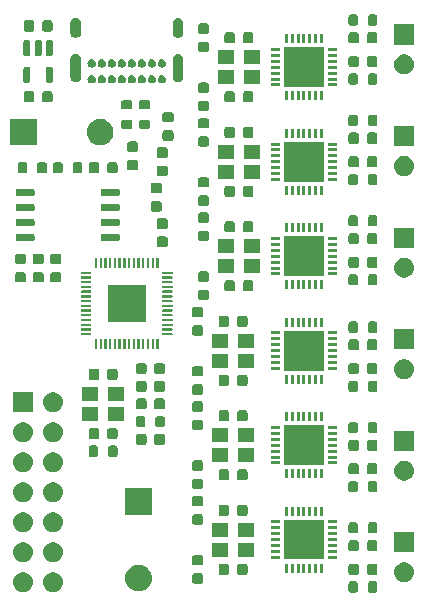
<source format=gbr>
%TF.GenerationSoftware,KiCad,Pcbnew,8.0.6*%
%TF.CreationDate,2024-11-27T12:31:09-05:00*%
%TF.ProjectId,CAN Board,43414e20-426f-4617-9264-2e6b69636164,rev?*%
%TF.SameCoordinates,Original*%
%TF.FileFunction,Soldermask,Top*%
%TF.FilePolarity,Negative*%
%FSLAX46Y46*%
G04 Gerber Fmt 4.6, Leading zero omitted, Abs format (unit mm)*
G04 Created by KiCad (PCBNEW 8.0.6) date 2024-11-27 12:31:09*
%MOMM*%
%LPD*%
G01*
G04 APERTURE LIST*
G04 APERTURE END LIST*
G36*
X56451537Y-60540224D02*
G01*
X56516421Y-60583579D01*
X56559776Y-60648463D01*
X56575000Y-60725000D01*
X56575000Y-61275000D01*
X56559776Y-61351537D01*
X56516421Y-61416421D01*
X56451537Y-61459776D01*
X56375000Y-61475000D01*
X55975000Y-61475000D01*
X55898463Y-61459776D01*
X55833579Y-61416421D01*
X55790224Y-61351537D01*
X55775000Y-61275000D01*
X55775000Y-60725000D01*
X55790224Y-60648463D01*
X55833579Y-60583579D01*
X55898463Y-60540224D01*
X55975000Y-60525000D01*
X56375000Y-60525000D01*
X56451537Y-60540224D01*
G37*
G36*
X58101537Y-60540224D02*
G01*
X58166421Y-60583579D01*
X58209776Y-60648463D01*
X58225000Y-60725000D01*
X58225000Y-61275000D01*
X58209776Y-61351537D01*
X58166421Y-61416421D01*
X58101537Y-61459776D01*
X58025000Y-61475000D01*
X57625000Y-61475000D01*
X57548463Y-61459776D01*
X57483579Y-61416421D01*
X57440224Y-61351537D01*
X57425000Y-61275000D01*
X57425000Y-60725000D01*
X57440224Y-60648463D01*
X57483579Y-60583579D01*
X57548463Y-60540224D01*
X57625000Y-60525000D01*
X58025000Y-60525000D01*
X58101537Y-60540224D01*
G37*
G36*
X28487664Y-59806602D02*
G01*
X28650000Y-59878878D01*
X28793761Y-59983327D01*
X28912664Y-60115383D01*
X29001514Y-60269274D01*
X29056425Y-60438275D01*
X29075000Y-60615000D01*
X29056425Y-60791725D01*
X29001514Y-60960726D01*
X28912664Y-61114617D01*
X28793761Y-61246673D01*
X28650000Y-61351122D01*
X28487664Y-61423398D01*
X28313849Y-61460344D01*
X28136151Y-61460344D01*
X27962336Y-61423398D01*
X27800000Y-61351122D01*
X27656239Y-61246673D01*
X27537336Y-61114617D01*
X27448486Y-60960726D01*
X27393575Y-60791725D01*
X27375000Y-60615000D01*
X27393575Y-60438275D01*
X27448486Y-60269274D01*
X27537336Y-60115383D01*
X27656239Y-59983327D01*
X27800000Y-59878878D01*
X27962336Y-59806602D01*
X28136151Y-59769656D01*
X28313849Y-59769656D01*
X28487664Y-59806602D01*
G37*
G36*
X31027664Y-59806602D02*
G01*
X31190000Y-59878878D01*
X31333761Y-59983327D01*
X31452664Y-60115383D01*
X31541514Y-60269274D01*
X31596425Y-60438275D01*
X31615000Y-60615000D01*
X31596425Y-60791725D01*
X31541514Y-60960726D01*
X31452664Y-61114617D01*
X31333761Y-61246673D01*
X31190000Y-61351122D01*
X31027664Y-61423398D01*
X30853849Y-61460344D01*
X30676151Y-61460344D01*
X30502336Y-61423398D01*
X30340000Y-61351122D01*
X30196239Y-61246673D01*
X30077336Y-61114617D01*
X29988486Y-60960726D01*
X29933575Y-60791725D01*
X29915000Y-60615000D01*
X29933575Y-60438275D01*
X29988486Y-60269274D01*
X30077336Y-60115383D01*
X30196239Y-59983327D01*
X30340000Y-59878878D01*
X30502336Y-59806602D01*
X30676151Y-59769656D01*
X30853849Y-59769656D01*
X31027664Y-59806602D01*
G37*
G36*
X38307871Y-59167946D02*
G01*
X38501456Y-59242941D01*
X38677964Y-59352231D01*
X38831385Y-59492092D01*
X38956494Y-59657764D01*
X39049031Y-59843603D01*
X39105845Y-60043282D01*
X39125000Y-60250000D01*
X39105845Y-60456718D01*
X39049031Y-60656397D01*
X38956494Y-60842236D01*
X38831385Y-61007908D01*
X38677964Y-61147769D01*
X38501456Y-61257059D01*
X38307871Y-61332054D01*
X38103802Y-61370201D01*
X37896198Y-61370201D01*
X37692129Y-61332054D01*
X37498544Y-61257059D01*
X37322036Y-61147769D01*
X37168615Y-61007908D01*
X37043506Y-60842236D01*
X36950969Y-60656397D01*
X36894155Y-60456718D01*
X36875000Y-60250000D01*
X36894155Y-60043282D01*
X36950969Y-59843603D01*
X37043506Y-59657764D01*
X37168615Y-59492092D01*
X37322036Y-59352231D01*
X37498544Y-59242941D01*
X37692129Y-59167946D01*
X37896198Y-59129799D01*
X38103802Y-59129799D01*
X38307871Y-59167946D01*
G37*
G36*
X43336104Y-59842127D02*
G01*
X43409099Y-59890901D01*
X43457873Y-59963896D01*
X43475000Y-60050000D01*
X43475000Y-60500000D01*
X43457873Y-60586104D01*
X43409099Y-60659099D01*
X43336104Y-60707873D01*
X43250000Y-60725000D01*
X42750000Y-60725000D01*
X42663896Y-60707873D01*
X42590901Y-60659099D01*
X42542127Y-60586104D01*
X42525000Y-60500000D01*
X42525000Y-60050000D01*
X42542127Y-59963896D01*
X42590901Y-59890901D01*
X42663896Y-59842127D01*
X42750000Y-59825000D01*
X43250000Y-59825000D01*
X43336104Y-59842127D01*
G37*
G36*
X60762664Y-58956602D02*
G01*
X60925000Y-59028878D01*
X61068761Y-59133327D01*
X61187664Y-59265383D01*
X61276514Y-59419274D01*
X61331425Y-59588275D01*
X61350000Y-59765000D01*
X61331425Y-59941725D01*
X61276514Y-60110726D01*
X61187664Y-60264617D01*
X61068761Y-60396673D01*
X60925000Y-60501122D01*
X60762664Y-60573398D01*
X60588849Y-60610344D01*
X60411151Y-60610344D01*
X60237336Y-60573398D01*
X60075000Y-60501122D01*
X59931239Y-60396673D01*
X59812336Y-60264617D01*
X59723486Y-60110726D01*
X59668575Y-59941725D01*
X59650000Y-59765000D01*
X59668575Y-59588275D01*
X59723486Y-59419274D01*
X59812336Y-59265383D01*
X59931239Y-59133327D01*
X60075000Y-59028878D01*
X60237336Y-58956602D01*
X60411151Y-58919656D01*
X60588849Y-58919656D01*
X60762664Y-58956602D01*
G37*
G36*
X45536104Y-59042127D02*
G01*
X45609099Y-59090901D01*
X45657873Y-59163896D01*
X45675000Y-59250000D01*
X45675000Y-59750000D01*
X45657873Y-59836104D01*
X45609099Y-59909099D01*
X45536104Y-59957873D01*
X45450000Y-59975000D01*
X45000000Y-59975000D01*
X44913896Y-59957873D01*
X44840901Y-59909099D01*
X44792127Y-59836104D01*
X44775000Y-59750000D01*
X44775000Y-59250000D01*
X44792127Y-59163896D01*
X44840901Y-59090901D01*
X44913896Y-59042127D01*
X45000000Y-59025000D01*
X45450000Y-59025000D01*
X45536104Y-59042127D01*
G37*
G36*
X47086104Y-59042127D02*
G01*
X47159099Y-59090901D01*
X47207873Y-59163896D01*
X47225000Y-59250000D01*
X47225000Y-59750000D01*
X47207873Y-59836104D01*
X47159099Y-59909099D01*
X47086104Y-59957873D01*
X47000000Y-59975000D01*
X46550000Y-59975000D01*
X46463896Y-59957873D01*
X46390901Y-59909099D01*
X46342127Y-59836104D01*
X46325000Y-59750000D01*
X46325000Y-59250000D01*
X46342127Y-59163896D01*
X46390901Y-59090901D01*
X46463896Y-59042127D01*
X46550000Y-59025000D01*
X47000000Y-59025000D01*
X47086104Y-59042127D01*
G37*
G36*
X56536104Y-59042127D02*
G01*
X56609099Y-59090901D01*
X56657873Y-59163896D01*
X56675000Y-59250000D01*
X56675000Y-59750000D01*
X56657873Y-59836104D01*
X56609099Y-59909099D01*
X56536104Y-59957873D01*
X56450000Y-59975000D01*
X56000000Y-59975000D01*
X55913896Y-59957873D01*
X55840901Y-59909099D01*
X55792127Y-59836104D01*
X55775000Y-59750000D01*
X55775000Y-59250000D01*
X55792127Y-59163896D01*
X55840901Y-59090901D01*
X55913896Y-59042127D01*
X56000000Y-59025000D01*
X56450000Y-59025000D01*
X56536104Y-59042127D01*
G37*
G36*
X58086104Y-59042127D02*
G01*
X58159099Y-59090901D01*
X58207873Y-59163896D01*
X58225000Y-59250000D01*
X58225000Y-59750000D01*
X58207873Y-59836104D01*
X58159099Y-59909099D01*
X58086104Y-59957873D01*
X58000000Y-59975000D01*
X57550000Y-59975000D01*
X57463896Y-59957873D01*
X57390901Y-59909099D01*
X57342127Y-59836104D01*
X57325000Y-59750000D01*
X57325000Y-59250000D01*
X57342127Y-59163896D01*
X57390901Y-59090901D01*
X57463896Y-59042127D01*
X57550000Y-59025000D01*
X58000000Y-59025000D01*
X58086104Y-59042127D01*
G37*
G36*
X50627000Y-59806700D02*
G01*
X50373000Y-59806700D01*
X50373000Y-59044700D01*
X50627000Y-59044700D01*
X50627000Y-59806700D01*
G37*
G36*
X51126999Y-59806700D02*
G01*
X50872999Y-59806700D01*
X50872999Y-59044700D01*
X51126999Y-59044700D01*
X51126999Y-59806700D01*
G37*
G36*
X51627001Y-59806700D02*
G01*
X51373001Y-59806700D01*
X51373001Y-59044700D01*
X51627001Y-59044700D01*
X51627001Y-59806700D01*
G37*
G36*
X52127000Y-59806700D02*
G01*
X51873000Y-59806700D01*
X51873000Y-59044700D01*
X52127000Y-59044700D01*
X52127000Y-59806700D01*
G37*
G36*
X52626999Y-59806700D02*
G01*
X52372999Y-59806700D01*
X52372999Y-59044700D01*
X52626999Y-59044700D01*
X52626999Y-59806700D01*
G37*
G36*
X53127001Y-59806700D02*
G01*
X52873001Y-59806700D01*
X52873001Y-59044700D01*
X53127001Y-59044700D01*
X53127001Y-59806700D01*
G37*
G36*
X53627000Y-59806700D02*
G01*
X53373000Y-59806700D01*
X53373000Y-59044700D01*
X53627000Y-59044700D01*
X53627000Y-59806700D01*
G37*
G36*
X43336104Y-58292127D02*
G01*
X43409099Y-58340901D01*
X43457873Y-58413896D01*
X43475000Y-58500000D01*
X43475000Y-58950000D01*
X43457873Y-59036104D01*
X43409099Y-59109099D01*
X43336104Y-59157873D01*
X43250000Y-59175000D01*
X42750000Y-59175000D01*
X42663896Y-59157873D01*
X42590901Y-59109099D01*
X42542127Y-59036104D01*
X42525000Y-58950000D01*
X42525000Y-58500000D01*
X42542127Y-58413896D01*
X42590901Y-58340901D01*
X42663896Y-58292127D01*
X42750000Y-58275000D01*
X43250000Y-58275000D01*
X43336104Y-58292127D01*
G37*
G36*
X28487664Y-57266602D02*
G01*
X28650000Y-57338878D01*
X28793761Y-57443327D01*
X28912664Y-57575383D01*
X29001514Y-57729274D01*
X29056425Y-57898275D01*
X29075000Y-58075000D01*
X29056425Y-58251725D01*
X29001514Y-58420726D01*
X28912664Y-58574617D01*
X28793761Y-58706673D01*
X28650000Y-58811122D01*
X28487664Y-58883398D01*
X28313849Y-58920344D01*
X28136151Y-58920344D01*
X27962336Y-58883398D01*
X27800000Y-58811122D01*
X27656239Y-58706673D01*
X27537336Y-58574617D01*
X27448486Y-58420726D01*
X27393575Y-58251725D01*
X27375000Y-58075000D01*
X27393575Y-57898275D01*
X27448486Y-57729274D01*
X27537336Y-57575383D01*
X27656239Y-57443327D01*
X27800000Y-57338878D01*
X27962336Y-57266602D01*
X28136151Y-57229656D01*
X28313849Y-57229656D01*
X28487664Y-57266602D01*
G37*
G36*
X31027664Y-57266602D02*
G01*
X31190000Y-57338878D01*
X31333761Y-57443327D01*
X31452664Y-57575383D01*
X31541514Y-57729274D01*
X31596425Y-57898275D01*
X31615000Y-58075000D01*
X31596425Y-58251725D01*
X31541514Y-58420726D01*
X31452664Y-58574617D01*
X31333761Y-58706673D01*
X31190000Y-58811122D01*
X31027664Y-58883398D01*
X30853849Y-58920344D01*
X30676151Y-58920344D01*
X30502336Y-58883398D01*
X30340000Y-58811122D01*
X30196239Y-58706673D01*
X30077336Y-58574617D01*
X29988486Y-58420726D01*
X29933575Y-58251725D01*
X29915000Y-58075000D01*
X29933575Y-57898275D01*
X29988486Y-57729274D01*
X30077336Y-57575383D01*
X30196239Y-57443327D01*
X30340000Y-57338878D01*
X30502336Y-57266602D01*
X30676151Y-57229656D01*
X30853849Y-57229656D01*
X31027664Y-57266602D01*
G37*
G36*
X53676400Y-58676400D02*
G01*
X50323600Y-58676400D01*
X50323600Y-55323600D01*
X53676400Y-55323600D01*
X53676400Y-58676400D01*
G37*
G36*
X49955300Y-58627000D02*
G01*
X49193300Y-58627000D01*
X49193300Y-58373000D01*
X49955300Y-58373000D01*
X49955300Y-58627000D01*
G37*
G36*
X54806700Y-58627000D02*
G01*
X54044700Y-58627000D01*
X54044700Y-58373000D01*
X54806700Y-58373000D01*
X54806700Y-58627000D01*
G37*
G36*
X45600000Y-58450000D02*
G01*
X44200000Y-58450000D01*
X44200000Y-57250000D01*
X45600000Y-57250000D01*
X45600000Y-58450000D01*
G37*
G36*
X47800000Y-58450000D02*
G01*
X46400000Y-58450000D01*
X46400000Y-57250000D01*
X47800000Y-57250000D01*
X47800000Y-58450000D01*
G37*
G36*
X49955300Y-58127001D02*
G01*
X49193300Y-58127001D01*
X49193300Y-57873001D01*
X49955300Y-57873001D01*
X49955300Y-58127001D01*
G37*
G36*
X54806700Y-58127001D02*
G01*
X54044700Y-58127001D01*
X54044700Y-57873001D01*
X54806700Y-57873001D01*
X54806700Y-58127001D01*
G37*
G36*
X61350000Y-58075000D02*
G01*
X59650000Y-58075000D01*
X59650000Y-56375000D01*
X61350000Y-56375000D01*
X61350000Y-58075000D01*
G37*
G36*
X56536104Y-57042127D02*
G01*
X56609099Y-57090901D01*
X56657873Y-57163896D01*
X56675000Y-57250000D01*
X56675000Y-57750000D01*
X56657873Y-57836104D01*
X56609099Y-57909099D01*
X56536104Y-57957873D01*
X56450000Y-57975000D01*
X56000000Y-57975000D01*
X55913896Y-57957873D01*
X55840901Y-57909099D01*
X55792127Y-57836104D01*
X55775000Y-57750000D01*
X55775000Y-57250000D01*
X55792127Y-57163896D01*
X55840901Y-57090901D01*
X55913896Y-57042127D01*
X56000000Y-57025000D01*
X56450000Y-57025000D01*
X56536104Y-57042127D01*
G37*
G36*
X58086104Y-57042127D02*
G01*
X58159099Y-57090901D01*
X58207873Y-57163896D01*
X58225000Y-57250000D01*
X58225000Y-57750000D01*
X58207873Y-57836104D01*
X58159099Y-57909099D01*
X58086104Y-57957873D01*
X58000000Y-57975000D01*
X57550000Y-57975000D01*
X57463896Y-57957873D01*
X57390901Y-57909099D01*
X57342127Y-57836104D01*
X57325000Y-57750000D01*
X57325000Y-57250000D01*
X57342127Y-57163896D01*
X57390901Y-57090901D01*
X57463896Y-57042127D01*
X57550000Y-57025000D01*
X58000000Y-57025000D01*
X58086104Y-57042127D01*
G37*
G36*
X49955300Y-57626999D02*
G01*
X49193300Y-57626999D01*
X49193300Y-57372999D01*
X49955300Y-57372999D01*
X49955300Y-57626999D01*
G37*
G36*
X54806700Y-57626999D02*
G01*
X54044700Y-57626999D01*
X54044700Y-57372999D01*
X54806700Y-57372999D01*
X54806700Y-57626999D01*
G37*
G36*
X49955300Y-57127000D02*
G01*
X49193300Y-57127000D01*
X49193300Y-56873000D01*
X49955300Y-56873000D01*
X49955300Y-57127000D01*
G37*
G36*
X54806700Y-57127000D02*
G01*
X54044700Y-57127000D01*
X54044700Y-56873000D01*
X54806700Y-56873000D01*
X54806700Y-57127000D01*
G37*
G36*
X45600000Y-56750000D02*
G01*
X44200000Y-56750000D01*
X44200000Y-55550000D01*
X45600000Y-55550000D01*
X45600000Y-56750000D01*
G37*
G36*
X47800000Y-56750000D02*
G01*
X46400000Y-56750000D01*
X46400000Y-55550000D01*
X47800000Y-55550000D01*
X47800000Y-56750000D01*
G37*
G36*
X49955300Y-56627001D02*
G01*
X49193300Y-56627001D01*
X49193300Y-56373001D01*
X49955300Y-56373001D01*
X49955300Y-56627001D01*
G37*
G36*
X54806700Y-56627001D02*
G01*
X54044700Y-56627001D01*
X54044700Y-56373001D01*
X54806700Y-56373001D01*
X54806700Y-56627001D01*
G37*
G36*
X56451537Y-55540224D02*
G01*
X56516421Y-55583579D01*
X56559776Y-55648463D01*
X56575000Y-55725000D01*
X56575000Y-56275000D01*
X56559776Y-56351537D01*
X56516421Y-56416421D01*
X56451537Y-56459776D01*
X56375000Y-56475000D01*
X55975000Y-56475000D01*
X55898463Y-56459776D01*
X55833579Y-56416421D01*
X55790224Y-56351537D01*
X55775000Y-56275000D01*
X55775000Y-55725000D01*
X55790224Y-55648463D01*
X55833579Y-55583579D01*
X55898463Y-55540224D01*
X55975000Y-55525000D01*
X56375000Y-55525000D01*
X56451537Y-55540224D01*
G37*
G36*
X58101537Y-55540224D02*
G01*
X58166421Y-55583579D01*
X58209776Y-55648463D01*
X58225000Y-55725000D01*
X58225000Y-56275000D01*
X58209776Y-56351537D01*
X58166421Y-56416421D01*
X58101537Y-56459776D01*
X58025000Y-56475000D01*
X57625000Y-56475000D01*
X57548463Y-56459776D01*
X57483579Y-56416421D01*
X57440224Y-56351537D01*
X57425000Y-56275000D01*
X57425000Y-55725000D01*
X57440224Y-55648463D01*
X57483579Y-55583579D01*
X57548463Y-55540224D01*
X57625000Y-55525000D01*
X58025000Y-55525000D01*
X58101537Y-55540224D01*
G37*
G36*
X28487664Y-54726602D02*
G01*
X28650000Y-54798878D01*
X28793761Y-54903327D01*
X28912664Y-55035383D01*
X29001514Y-55189274D01*
X29056425Y-55358275D01*
X29075000Y-55535000D01*
X29056425Y-55711725D01*
X29001514Y-55880726D01*
X28912664Y-56034617D01*
X28793761Y-56166673D01*
X28650000Y-56271122D01*
X28487664Y-56343398D01*
X28313849Y-56380344D01*
X28136151Y-56380344D01*
X27962336Y-56343398D01*
X27800000Y-56271122D01*
X27656239Y-56166673D01*
X27537336Y-56034617D01*
X27448486Y-55880726D01*
X27393575Y-55711725D01*
X27375000Y-55535000D01*
X27393575Y-55358275D01*
X27448486Y-55189274D01*
X27537336Y-55035383D01*
X27656239Y-54903327D01*
X27800000Y-54798878D01*
X27962336Y-54726602D01*
X28136151Y-54689656D01*
X28313849Y-54689656D01*
X28487664Y-54726602D01*
G37*
G36*
X31027664Y-54726602D02*
G01*
X31190000Y-54798878D01*
X31333761Y-54903327D01*
X31452664Y-55035383D01*
X31541514Y-55189274D01*
X31596425Y-55358275D01*
X31615000Y-55535000D01*
X31596425Y-55711725D01*
X31541514Y-55880726D01*
X31452664Y-56034617D01*
X31333761Y-56166673D01*
X31190000Y-56271122D01*
X31027664Y-56343398D01*
X30853849Y-56380344D01*
X30676151Y-56380344D01*
X30502336Y-56343398D01*
X30340000Y-56271122D01*
X30196239Y-56166673D01*
X30077336Y-56034617D01*
X29988486Y-55880726D01*
X29933575Y-55711725D01*
X29915000Y-55535000D01*
X29933575Y-55358275D01*
X29988486Y-55189274D01*
X30077336Y-55035383D01*
X30196239Y-54903327D01*
X30340000Y-54798878D01*
X30502336Y-54726602D01*
X30676151Y-54689656D01*
X30853849Y-54689656D01*
X31027664Y-54726602D01*
G37*
G36*
X49955300Y-56126999D02*
G01*
X49193300Y-56126999D01*
X49193300Y-55872999D01*
X49955300Y-55872999D01*
X49955300Y-56126999D01*
G37*
G36*
X54806700Y-56126999D02*
G01*
X54044700Y-56126999D01*
X54044700Y-55872999D01*
X54806700Y-55872999D01*
X54806700Y-56126999D01*
G37*
G36*
X43336104Y-54842127D02*
G01*
X43409099Y-54890901D01*
X43457873Y-54963896D01*
X43475000Y-55050000D01*
X43475000Y-55500000D01*
X43457873Y-55586104D01*
X43409099Y-55659099D01*
X43336104Y-55707873D01*
X43250000Y-55725000D01*
X42750000Y-55725000D01*
X42663896Y-55707873D01*
X42590901Y-55659099D01*
X42542127Y-55586104D01*
X42525000Y-55500000D01*
X42525000Y-55050000D01*
X42542127Y-54963896D01*
X42590901Y-54890901D01*
X42663896Y-54842127D01*
X42750000Y-54825000D01*
X43250000Y-54825000D01*
X43336104Y-54842127D01*
G37*
G36*
X49955300Y-55627000D02*
G01*
X49193300Y-55627000D01*
X49193300Y-55373000D01*
X49955300Y-55373000D01*
X49955300Y-55627000D01*
G37*
G36*
X54806700Y-55627000D02*
G01*
X54044700Y-55627000D01*
X54044700Y-55373000D01*
X54806700Y-55373000D01*
X54806700Y-55627000D01*
G37*
G36*
X45536104Y-54042127D02*
G01*
X45609099Y-54090901D01*
X45657873Y-54163896D01*
X45675000Y-54250000D01*
X45675000Y-54750000D01*
X45657873Y-54836104D01*
X45609099Y-54909099D01*
X45536104Y-54957873D01*
X45450000Y-54975000D01*
X45000000Y-54975000D01*
X44913896Y-54957873D01*
X44840901Y-54909099D01*
X44792127Y-54836104D01*
X44775000Y-54750000D01*
X44775000Y-54250000D01*
X44792127Y-54163896D01*
X44840901Y-54090901D01*
X44913896Y-54042127D01*
X45000000Y-54025000D01*
X45450000Y-54025000D01*
X45536104Y-54042127D01*
G37*
G36*
X47086104Y-54042127D02*
G01*
X47159099Y-54090901D01*
X47207873Y-54163896D01*
X47225000Y-54250000D01*
X47225000Y-54750000D01*
X47207873Y-54836104D01*
X47159099Y-54909099D01*
X47086104Y-54957873D01*
X47000000Y-54975000D01*
X46550000Y-54975000D01*
X46463896Y-54957873D01*
X46390901Y-54909099D01*
X46342127Y-54836104D01*
X46325000Y-54750000D01*
X46325000Y-54250000D01*
X46342127Y-54163896D01*
X46390901Y-54090901D01*
X46463896Y-54042127D01*
X46550000Y-54025000D01*
X47000000Y-54025000D01*
X47086104Y-54042127D01*
G37*
G36*
X50627000Y-54955300D02*
G01*
X50373000Y-54955300D01*
X50373000Y-54193300D01*
X50627000Y-54193300D01*
X50627000Y-54955300D01*
G37*
G36*
X51126999Y-54955300D02*
G01*
X50872999Y-54955300D01*
X50872999Y-54193300D01*
X51126999Y-54193300D01*
X51126999Y-54955300D01*
G37*
G36*
X51627001Y-54955300D02*
G01*
X51373001Y-54955300D01*
X51373001Y-54193300D01*
X51627001Y-54193300D01*
X51627001Y-54955300D01*
G37*
G36*
X52127000Y-54955300D02*
G01*
X51873000Y-54955300D01*
X51873000Y-54193300D01*
X52127000Y-54193300D01*
X52127000Y-54955300D01*
G37*
G36*
X52626999Y-54955300D02*
G01*
X52372999Y-54955300D01*
X52372999Y-54193300D01*
X52626999Y-54193300D01*
X52626999Y-54955300D01*
G37*
G36*
X53127001Y-54955300D02*
G01*
X52873001Y-54955300D01*
X52873001Y-54193300D01*
X53127001Y-54193300D01*
X53127001Y-54955300D01*
G37*
G36*
X53627000Y-54955300D02*
G01*
X53373000Y-54955300D01*
X53373000Y-54193300D01*
X53627000Y-54193300D01*
X53627000Y-54955300D01*
G37*
G36*
X39125000Y-54875000D02*
G01*
X36875000Y-54875000D01*
X36875000Y-52625000D01*
X39125000Y-52625000D01*
X39125000Y-54875000D01*
G37*
G36*
X43336104Y-53292127D02*
G01*
X43409099Y-53340901D01*
X43457873Y-53413896D01*
X43475000Y-53500000D01*
X43475000Y-53950000D01*
X43457873Y-54036104D01*
X43409099Y-54109099D01*
X43336104Y-54157873D01*
X43250000Y-54175000D01*
X42750000Y-54175000D01*
X42663896Y-54157873D01*
X42590901Y-54109099D01*
X42542127Y-54036104D01*
X42525000Y-53950000D01*
X42525000Y-53500000D01*
X42542127Y-53413896D01*
X42590901Y-53340901D01*
X42663896Y-53292127D01*
X42750000Y-53275000D01*
X43250000Y-53275000D01*
X43336104Y-53292127D01*
G37*
G36*
X28487664Y-52186602D02*
G01*
X28650000Y-52258878D01*
X28793761Y-52363327D01*
X28912664Y-52495383D01*
X29001514Y-52649274D01*
X29056425Y-52818275D01*
X29075000Y-52995000D01*
X29056425Y-53171725D01*
X29001514Y-53340726D01*
X28912664Y-53494617D01*
X28793761Y-53626673D01*
X28650000Y-53731122D01*
X28487664Y-53803398D01*
X28313849Y-53840344D01*
X28136151Y-53840344D01*
X27962336Y-53803398D01*
X27800000Y-53731122D01*
X27656239Y-53626673D01*
X27537336Y-53494617D01*
X27448486Y-53340726D01*
X27393575Y-53171725D01*
X27375000Y-52995000D01*
X27393575Y-52818275D01*
X27448486Y-52649274D01*
X27537336Y-52495383D01*
X27656239Y-52363327D01*
X27800000Y-52258878D01*
X27962336Y-52186602D01*
X28136151Y-52149656D01*
X28313849Y-52149656D01*
X28487664Y-52186602D01*
G37*
G36*
X31027664Y-52186602D02*
G01*
X31190000Y-52258878D01*
X31333761Y-52363327D01*
X31452664Y-52495383D01*
X31541514Y-52649274D01*
X31596425Y-52818275D01*
X31615000Y-52995000D01*
X31596425Y-53171725D01*
X31541514Y-53340726D01*
X31452664Y-53494617D01*
X31333761Y-53626673D01*
X31190000Y-53731122D01*
X31027664Y-53803398D01*
X30853849Y-53840344D01*
X30676151Y-53840344D01*
X30502336Y-53803398D01*
X30340000Y-53731122D01*
X30196239Y-53626673D01*
X30077336Y-53494617D01*
X29988486Y-53340726D01*
X29933575Y-53171725D01*
X29915000Y-52995000D01*
X29933575Y-52818275D01*
X29988486Y-52649274D01*
X30077336Y-52495383D01*
X30196239Y-52363327D01*
X30340000Y-52258878D01*
X30502336Y-52186602D01*
X30676151Y-52149656D01*
X30853849Y-52149656D01*
X31027664Y-52186602D01*
G37*
G36*
X56451537Y-52040224D02*
G01*
X56516421Y-52083579D01*
X56559776Y-52148463D01*
X56575000Y-52225000D01*
X56575000Y-52775000D01*
X56559776Y-52851537D01*
X56516421Y-52916421D01*
X56451537Y-52959776D01*
X56375000Y-52975000D01*
X55975000Y-52975000D01*
X55898463Y-52959776D01*
X55833579Y-52916421D01*
X55790224Y-52851537D01*
X55775000Y-52775000D01*
X55775000Y-52225000D01*
X55790224Y-52148463D01*
X55833579Y-52083579D01*
X55898463Y-52040224D01*
X55975000Y-52025000D01*
X56375000Y-52025000D01*
X56451537Y-52040224D01*
G37*
G36*
X58101537Y-52040224D02*
G01*
X58166421Y-52083579D01*
X58209776Y-52148463D01*
X58225000Y-52225000D01*
X58225000Y-52775000D01*
X58209776Y-52851537D01*
X58166421Y-52916421D01*
X58101537Y-52959776D01*
X58025000Y-52975000D01*
X57625000Y-52975000D01*
X57548463Y-52959776D01*
X57483579Y-52916421D01*
X57440224Y-52851537D01*
X57425000Y-52775000D01*
X57425000Y-52225000D01*
X57440224Y-52148463D01*
X57483579Y-52083579D01*
X57548463Y-52040224D01*
X57625000Y-52025000D01*
X58025000Y-52025000D01*
X58101537Y-52040224D01*
G37*
G36*
X43336104Y-51842127D02*
G01*
X43409099Y-51890901D01*
X43457873Y-51963896D01*
X43475000Y-52050000D01*
X43475000Y-52500000D01*
X43457873Y-52586104D01*
X43409099Y-52659099D01*
X43336104Y-52707873D01*
X43250000Y-52725000D01*
X42750000Y-52725000D01*
X42663896Y-52707873D01*
X42590901Y-52659099D01*
X42542127Y-52586104D01*
X42525000Y-52500000D01*
X42525000Y-52050000D01*
X42542127Y-51963896D01*
X42590901Y-51890901D01*
X42663896Y-51842127D01*
X42750000Y-51825000D01*
X43250000Y-51825000D01*
X43336104Y-51842127D01*
G37*
G36*
X60762664Y-50356602D02*
G01*
X60925000Y-50428878D01*
X61068761Y-50533327D01*
X61187664Y-50665383D01*
X61276514Y-50819274D01*
X61331425Y-50988275D01*
X61350000Y-51165000D01*
X61331425Y-51341725D01*
X61276514Y-51510726D01*
X61187664Y-51664617D01*
X61068761Y-51796673D01*
X60925000Y-51901122D01*
X60762664Y-51973398D01*
X60588849Y-52010344D01*
X60411151Y-52010344D01*
X60237336Y-51973398D01*
X60075000Y-51901122D01*
X59931239Y-51796673D01*
X59812336Y-51664617D01*
X59723486Y-51510726D01*
X59668575Y-51341725D01*
X59650000Y-51165000D01*
X59668575Y-50988275D01*
X59723486Y-50819274D01*
X59812336Y-50665383D01*
X59931239Y-50533327D01*
X60075000Y-50428878D01*
X60237336Y-50356602D01*
X60411151Y-50319656D01*
X60588849Y-50319656D01*
X60762664Y-50356602D01*
G37*
G36*
X45536104Y-51042127D02*
G01*
X45609099Y-51090901D01*
X45657873Y-51163896D01*
X45675000Y-51250000D01*
X45675000Y-51750000D01*
X45657873Y-51836104D01*
X45609099Y-51909099D01*
X45536104Y-51957873D01*
X45450000Y-51975000D01*
X45000000Y-51975000D01*
X44913896Y-51957873D01*
X44840901Y-51909099D01*
X44792127Y-51836104D01*
X44775000Y-51750000D01*
X44775000Y-51250000D01*
X44792127Y-51163896D01*
X44840901Y-51090901D01*
X44913896Y-51042127D01*
X45000000Y-51025000D01*
X45450000Y-51025000D01*
X45536104Y-51042127D01*
G37*
G36*
X47086104Y-51042127D02*
G01*
X47159099Y-51090901D01*
X47207873Y-51163896D01*
X47225000Y-51250000D01*
X47225000Y-51750000D01*
X47207873Y-51836104D01*
X47159099Y-51909099D01*
X47086104Y-51957873D01*
X47000000Y-51975000D01*
X46550000Y-51975000D01*
X46463896Y-51957873D01*
X46390901Y-51909099D01*
X46342127Y-51836104D01*
X46325000Y-51750000D01*
X46325000Y-51250000D01*
X46342127Y-51163896D01*
X46390901Y-51090901D01*
X46463896Y-51042127D01*
X46550000Y-51025000D01*
X47000000Y-51025000D01*
X47086104Y-51042127D01*
G37*
G36*
X50627000Y-51806700D02*
G01*
X50373000Y-51806700D01*
X50373000Y-51044700D01*
X50627000Y-51044700D01*
X50627000Y-51806700D01*
G37*
G36*
X51126999Y-51806700D02*
G01*
X50872999Y-51806700D01*
X50872999Y-51044700D01*
X51126999Y-51044700D01*
X51126999Y-51806700D01*
G37*
G36*
X51627001Y-51806700D02*
G01*
X51373001Y-51806700D01*
X51373001Y-51044700D01*
X51627001Y-51044700D01*
X51627001Y-51806700D01*
G37*
G36*
X52127000Y-51806700D02*
G01*
X51873000Y-51806700D01*
X51873000Y-51044700D01*
X52127000Y-51044700D01*
X52127000Y-51806700D01*
G37*
G36*
X52626999Y-51806700D02*
G01*
X52372999Y-51806700D01*
X52372999Y-51044700D01*
X52626999Y-51044700D01*
X52626999Y-51806700D01*
G37*
G36*
X53127001Y-51806700D02*
G01*
X52873001Y-51806700D01*
X52873001Y-51044700D01*
X53127001Y-51044700D01*
X53127001Y-51806700D01*
G37*
G36*
X53627000Y-51806700D02*
G01*
X53373000Y-51806700D01*
X53373000Y-51044700D01*
X53627000Y-51044700D01*
X53627000Y-51806700D01*
G37*
G36*
X56536104Y-50542127D02*
G01*
X56609099Y-50590901D01*
X56657873Y-50663896D01*
X56675000Y-50750000D01*
X56675000Y-51250000D01*
X56657873Y-51336104D01*
X56609099Y-51409099D01*
X56536104Y-51457873D01*
X56450000Y-51475000D01*
X56000000Y-51475000D01*
X55913896Y-51457873D01*
X55840901Y-51409099D01*
X55792127Y-51336104D01*
X55775000Y-51250000D01*
X55775000Y-50750000D01*
X55792127Y-50663896D01*
X55840901Y-50590901D01*
X55913896Y-50542127D01*
X56000000Y-50525000D01*
X56450000Y-50525000D01*
X56536104Y-50542127D01*
G37*
G36*
X58086104Y-50542127D02*
G01*
X58159099Y-50590901D01*
X58207873Y-50663896D01*
X58225000Y-50750000D01*
X58225000Y-51250000D01*
X58207873Y-51336104D01*
X58159099Y-51409099D01*
X58086104Y-51457873D01*
X58000000Y-51475000D01*
X57550000Y-51475000D01*
X57463896Y-51457873D01*
X57390901Y-51409099D01*
X57342127Y-51336104D01*
X57325000Y-51250000D01*
X57325000Y-50750000D01*
X57342127Y-50663896D01*
X57390901Y-50590901D01*
X57463896Y-50542127D01*
X57550000Y-50525000D01*
X58000000Y-50525000D01*
X58086104Y-50542127D01*
G37*
G36*
X28487664Y-49646602D02*
G01*
X28650000Y-49718878D01*
X28793761Y-49823327D01*
X28912664Y-49955383D01*
X29001514Y-50109274D01*
X29056425Y-50278275D01*
X29075000Y-50455000D01*
X29056425Y-50631725D01*
X29001514Y-50800726D01*
X28912664Y-50954617D01*
X28793761Y-51086673D01*
X28650000Y-51191122D01*
X28487664Y-51263398D01*
X28313849Y-51300344D01*
X28136151Y-51300344D01*
X27962336Y-51263398D01*
X27800000Y-51191122D01*
X27656239Y-51086673D01*
X27537336Y-50954617D01*
X27448486Y-50800726D01*
X27393575Y-50631725D01*
X27375000Y-50455000D01*
X27393575Y-50278275D01*
X27448486Y-50109274D01*
X27537336Y-49955383D01*
X27656239Y-49823327D01*
X27800000Y-49718878D01*
X27962336Y-49646602D01*
X28136151Y-49609656D01*
X28313849Y-49609656D01*
X28487664Y-49646602D01*
G37*
G36*
X31027664Y-49646602D02*
G01*
X31190000Y-49718878D01*
X31333761Y-49823327D01*
X31452664Y-49955383D01*
X31541514Y-50109274D01*
X31596425Y-50278275D01*
X31615000Y-50455000D01*
X31596425Y-50631725D01*
X31541514Y-50800726D01*
X31452664Y-50954617D01*
X31333761Y-51086673D01*
X31190000Y-51191122D01*
X31027664Y-51263398D01*
X30853849Y-51300344D01*
X30676151Y-51300344D01*
X30502336Y-51263398D01*
X30340000Y-51191122D01*
X30196239Y-51086673D01*
X30077336Y-50954617D01*
X29988486Y-50800726D01*
X29933575Y-50631725D01*
X29915000Y-50455000D01*
X29933575Y-50278275D01*
X29988486Y-50109274D01*
X30077336Y-49955383D01*
X30196239Y-49823327D01*
X30340000Y-49718878D01*
X30502336Y-49646602D01*
X30676151Y-49609656D01*
X30853849Y-49609656D01*
X31027664Y-49646602D01*
G37*
G36*
X43336104Y-50292127D02*
G01*
X43409099Y-50340901D01*
X43457873Y-50413896D01*
X43475000Y-50500000D01*
X43475000Y-50950000D01*
X43457873Y-51036104D01*
X43409099Y-51109099D01*
X43336104Y-51157873D01*
X43250000Y-51175000D01*
X42750000Y-51175000D01*
X42663896Y-51157873D01*
X42590901Y-51109099D01*
X42542127Y-51036104D01*
X42525000Y-50950000D01*
X42525000Y-50500000D01*
X42542127Y-50413896D01*
X42590901Y-50340901D01*
X42663896Y-50292127D01*
X42750000Y-50275000D01*
X43250000Y-50275000D01*
X43336104Y-50292127D01*
G37*
G36*
X53676400Y-50676400D02*
G01*
X50323600Y-50676400D01*
X50323600Y-47323600D01*
X53676400Y-47323600D01*
X53676400Y-50676400D01*
G37*
G36*
X49955300Y-50627000D02*
G01*
X49193300Y-50627000D01*
X49193300Y-50373000D01*
X49955300Y-50373000D01*
X49955300Y-50627000D01*
G37*
G36*
X54806700Y-50627000D02*
G01*
X54044700Y-50627000D01*
X54044700Y-50373000D01*
X54806700Y-50373000D01*
X54806700Y-50627000D01*
G37*
G36*
X45600000Y-50450000D02*
G01*
X44200000Y-50450000D01*
X44200000Y-49250000D01*
X45600000Y-49250000D01*
X45600000Y-50450000D01*
G37*
G36*
X47800000Y-50450000D02*
G01*
X46400000Y-50450000D01*
X46400000Y-49250000D01*
X47800000Y-49250000D01*
X47800000Y-50450000D01*
G37*
G36*
X49955300Y-50127001D02*
G01*
X49193300Y-50127001D01*
X49193300Y-49873001D01*
X49955300Y-49873001D01*
X49955300Y-50127001D01*
G37*
G36*
X54806700Y-50127001D02*
G01*
X54044700Y-50127001D01*
X54044700Y-49873001D01*
X54806700Y-49873001D01*
X54806700Y-50127001D01*
G37*
G36*
X34451537Y-49040224D02*
G01*
X34516421Y-49083579D01*
X34559776Y-49148463D01*
X34575000Y-49225000D01*
X34575000Y-49775000D01*
X34559776Y-49851537D01*
X34516421Y-49916421D01*
X34451537Y-49959776D01*
X34375000Y-49975000D01*
X33975000Y-49975000D01*
X33898463Y-49959776D01*
X33833579Y-49916421D01*
X33790224Y-49851537D01*
X33775000Y-49775000D01*
X33775000Y-49225000D01*
X33790224Y-49148463D01*
X33833579Y-49083579D01*
X33898463Y-49040224D01*
X33975000Y-49025000D01*
X34375000Y-49025000D01*
X34451537Y-49040224D01*
G37*
G36*
X36101537Y-49040224D02*
G01*
X36166421Y-49083579D01*
X36209776Y-49148463D01*
X36225000Y-49225000D01*
X36225000Y-49775000D01*
X36209776Y-49851537D01*
X36166421Y-49916421D01*
X36101537Y-49959776D01*
X36025000Y-49975000D01*
X35625000Y-49975000D01*
X35548463Y-49959776D01*
X35483579Y-49916421D01*
X35440224Y-49851537D01*
X35425000Y-49775000D01*
X35425000Y-49225000D01*
X35440224Y-49148463D01*
X35483579Y-49083579D01*
X35548463Y-49040224D01*
X35625000Y-49025000D01*
X36025000Y-49025000D01*
X36101537Y-49040224D01*
G37*
G36*
X49955300Y-49626999D02*
G01*
X49193300Y-49626999D01*
X49193300Y-49372999D01*
X49955300Y-49372999D01*
X49955300Y-49626999D01*
G37*
G36*
X54806700Y-49626999D02*
G01*
X54044700Y-49626999D01*
X54044700Y-49372999D01*
X54806700Y-49372999D01*
X54806700Y-49626999D01*
G37*
G36*
X56536104Y-48542127D02*
G01*
X56609099Y-48590901D01*
X56657873Y-48663896D01*
X56675000Y-48750000D01*
X56675000Y-49250000D01*
X56657873Y-49336104D01*
X56609099Y-49409099D01*
X56536104Y-49457873D01*
X56450000Y-49475000D01*
X56000000Y-49475000D01*
X55913896Y-49457873D01*
X55840901Y-49409099D01*
X55792127Y-49336104D01*
X55775000Y-49250000D01*
X55775000Y-48750000D01*
X55792127Y-48663896D01*
X55840901Y-48590901D01*
X55913896Y-48542127D01*
X56000000Y-48525000D01*
X56450000Y-48525000D01*
X56536104Y-48542127D01*
G37*
G36*
X58086104Y-48542127D02*
G01*
X58159099Y-48590901D01*
X58207873Y-48663896D01*
X58225000Y-48750000D01*
X58225000Y-49250000D01*
X58207873Y-49336104D01*
X58159099Y-49409099D01*
X58086104Y-49457873D01*
X58000000Y-49475000D01*
X57550000Y-49475000D01*
X57463896Y-49457873D01*
X57390901Y-49409099D01*
X57342127Y-49336104D01*
X57325000Y-49250000D01*
X57325000Y-48750000D01*
X57342127Y-48663896D01*
X57390901Y-48590901D01*
X57463896Y-48542127D01*
X57550000Y-48525000D01*
X58000000Y-48525000D01*
X58086104Y-48542127D01*
G37*
G36*
X61350000Y-49475000D02*
G01*
X59650000Y-49475000D01*
X59650000Y-47775000D01*
X61350000Y-47775000D01*
X61350000Y-49475000D01*
G37*
G36*
X49955300Y-49127000D02*
G01*
X49193300Y-49127000D01*
X49193300Y-48873000D01*
X49955300Y-48873000D01*
X49955300Y-49127000D01*
G37*
G36*
X54806700Y-49127000D02*
G01*
X54044700Y-49127000D01*
X54044700Y-48873000D01*
X54806700Y-48873000D01*
X54806700Y-49127000D01*
G37*
G36*
X38536104Y-48042127D02*
G01*
X38609099Y-48090901D01*
X38657873Y-48163896D01*
X38675000Y-48250000D01*
X38675000Y-48750000D01*
X38657873Y-48836104D01*
X38609099Y-48909099D01*
X38536104Y-48957873D01*
X38450000Y-48975000D01*
X38000000Y-48975000D01*
X37913896Y-48957873D01*
X37840901Y-48909099D01*
X37792127Y-48836104D01*
X37775000Y-48750000D01*
X37775000Y-48250000D01*
X37792127Y-48163896D01*
X37840901Y-48090901D01*
X37913896Y-48042127D01*
X38000000Y-48025000D01*
X38450000Y-48025000D01*
X38536104Y-48042127D01*
G37*
G36*
X40086104Y-48042127D02*
G01*
X40159099Y-48090901D01*
X40207873Y-48163896D01*
X40225000Y-48250000D01*
X40225000Y-48750000D01*
X40207873Y-48836104D01*
X40159099Y-48909099D01*
X40086104Y-48957873D01*
X40000000Y-48975000D01*
X39550000Y-48975000D01*
X39463896Y-48957873D01*
X39390901Y-48909099D01*
X39342127Y-48836104D01*
X39325000Y-48750000D01*
X39325000Y-48250000D01*
X39342127Y-48163896D01*
X39390901Y-48090901D01*
X39463896Y-48042127D01*
X39550000Y-48025000D01*
X40000000Y-48025000D01*
X40086104Y-48042127D01*
G37*
G36*
X28487664Y-47106602D02*
G01*
X28650000Y-47178878D01*
X28793761Y-47283327D01*
X28912664Y-47415383D01*
X29001514Y-47569274D01*
X29056425Y-47738275D01*
X29075000Y-47915000D01*
X29056425Y-48091725D01*
X29001514Y-48260726D01*
X28912664Y-48414617D01*
X28793761Y-48546673D01*
X28650000Y-48651122D01*
X28487664Y-48723398D01*
X28313849Y-48760344D01*
X28136151Y-48760344D01*
X27962336Y-48723398D01*
X27800000Y-48651122D01*
X27656239Y-48546673D01*
X27537336Y-48414617D01*
X27448486Y-48260726D01*
X27393575Y-48091725D01*
X27375000Y-47915000D01*
X27393575Y-47738275D01*
X27448486Y-47569274D01*
X27537336Y-47415383D01*
X27656239Y-47283327D01*
X27800000Y-47178878D01*
X27962336Y-47106602D01*
X28136151Y-47069656D01*
X28313849Y-47069656D01*
X28487664Y-47106602D01*
G37*
G36*
X31027664Y-47106602D02*
G01*
X31190000Y-47178878D01*
X31333761Y-47283327D01*
X31452664Y-47415383D01*
X31541514Y-47569274D01*
X31596425Y-47738275D01*
X31615000Y-47915000D01*
X31596425Y-48091725D01*
X31541514Y-48260726D01*
X31452664Y-48414617D01*
X31333761Y-48546673D01*
X31190000Y-48651122D01*
X31027664Y-48723398D01*
X30853849Y-48760344D01*
X30676151Y-48760344D01*
X30502336Y-48723398D01*
X30340000Y-48651122D01*
X30196239Y-48546673D01*
X30077336Y-48414617D01*
X29988486Y-48260726D01*
X29933575Y-48091725D01*
X29915000Y-47915000D01*
X29933575Y-47738275D01*
X29988486Y-47569274D01*
X30077336Y-47415383D01*
X30196239Y-47283327D01*
X30340000Y-47178878D01*
X30502336Y-47106602D01*
X30676151Y-47069656D01*
X30853849Y-47069656D01*
X31027664Y-47106602D01*
G37*
G36*
X45600000Y-48750000D02*
G01*
X44200000Y-48750000D01*
X44200000Y-47550000D01*
X45600000Y-47550000D01*
X45600000Y-48750000D01*
G37*
G36*
X47800000Y-48750000D02*
G01*
X46400000Y-48750000D01*
X46400000Y-47550000D01*
X47800000Y-47550000D01*
X47800000Y-48750000D01*
G37*
G36*
X49955300Y-48627001D02*
G01*
X49193300Y-48627001D01*
X49193300Y-48373001D01*
X49955300Y-48373001D01*
X49955300Y-48627001D01*
G37*
G36*
X54806700Y-48627001D02*
G01*
X54044700Y-48627001D01*
X54044700Y-48373001D01*
X54806700Y-48373001D01*
X54806700Y-48627001D01*
G37*
G36*
X34536104Y-47542127D02*
G01*
X34609099Y-47590901D01*
X34657873Y-47663896D01*
X34675000Y-47750000D01*
X34675000Y-48250000D01*
X34657873Y-48336104D01*
X34609099Y-48409099D01*
X34536104Y-48457873D01*
X34450000Y-48475000D01*
X34000000Y-48475000D01*
X33913896Y-48457873D01*
X33840901Y-48409099D01*
X33792127Y-48336104D01*
X33775000Y-48250000D01*
X33775000Y-47750000D01*
X33792127Y-47663896D01*
X33840901Y-47590901D01*
X33913896Y-47542127D01*
X34000000Y-47525000D01*
X34450000Y-47525000D01*
X34536104Y-47542127D01*
G37*
G36*
X36086104Y-47542127D02*
G01*
X36159099Y-47590901D01*
X36207873Y-47663896D01*
X36225000Y-47750000D01*
X36225000Y-48250000D01*
X36207873Y-48336104D01*
X36159099Y-48409099D01*
X36086104Y-48457873D01*
X36000000Y-48475000D01*
X35550000Y-48475000D01*
X35463896Y-48457873D01*
X35390901Y-48409099D01*
X35342127Y-48336104D01*
X35325000Y-48250000D01*
X35325000Y-47750000D01*
X35342127Y-47663896D01*
X35390901Y-47590901D01*
X35463896Y-47542127D01*
X35550000Y-47525000D01*
X36000000Y-47525000D01*
X36086104Y-47542127D01*
G37*
G36*
X49955300Y-48126999D02*
G01*
X49193300Y-48126999D01*
X49193300Y-47872999D01*
X49955300Y-47872999D01*
X49955300Y-48126999D01*
G37*
G36*
X54806700Y-48126999D02*
G01*
X54044700Y-48126999D01*
X54044700Y-47872999D01*
X54806700Y-47872999D01*
X54806700Y-48126999D01*
G37*
G36*
X56451537Y-47040224D02*
G01*
X56516421Y-47083579D01*
X56559776Y-47148463D01*
X56575000Y-47225000D01*
X56575000Y-47775000D01*
X56559776Y-47851537D01*
X56516421Y-47916421D01*
X56451537Y-47959776D01*
X56375000Y-47975000D01*
X55975000Y-47975000D01*
X55898463Y-47959776D01*
X55833579Y-47916421D01*
X55790224Y-47851537D01*
X55775000Y-47775000D01*
X55775000Y-47225000D01*
X55790224Y-47148463D01*
X55833579Y-47083579D01*
X55898463Y-47040224D01*
X55975000Y-47025000D01*
X56375000Y-47025000D01*
X56451537Y-47040224D01*
G37*
G36*
X58101537Y-47040224D02*
G01*
X58166421Y-47083579D01*
X58209776Y-47148463D01*
X58225000Y-47225000D01*
X58225000Y-47775000D01*
X58209776Y-47851537D01*
X58166421Y-47916421D01*
X58101537Y-47959776D01*
X58025000Y-47975000D01*
X57625000Y-47975000D01*
X57548463Y-47959776D01*
X57483579Y-47916421D01*
X57440224Y-47851537D01*
X57425000Y-47775000D01*
X57425000Y-47225000D01*
X57440224Y-47148463D01*
X57483579Y-47083579D01*
X57548463Y-47040224D01*
X57625000Y-47025000D01*
X58025000Y-47025000D01*
X58101537Y-47040224D01*
G37*
G36*
X43336104Y-46842127D02*
G01*
X43409099Y-46890901D01*
X43457873Y-46963896D01*
X43475000Y-47050000D01*
X43475000Y-47500000D01*
X43457873Y-47586104D01*
X43409099Y-47659099D01*
X43336104Y-47707873D01*
X43250000Y-47725000D01*
X42750000Y-47725000D01*
X42663896Y-47707873D01*
X42590901Y-47659099D01*
X42542127Y-47586104D01*
X42525000Y-47500000D01*
X42525000Y-47050000D01*
X42542127Y-46963896D01*
X42590901Y-46890901D01*
X42663896Y-46842127D01*
X42750000Y-46825000D01*
X43250000Y-46825000D01*
X43336104Y-46842127D01*
G37*
G36*
X49955300Y-47627000D02*
G01*
X49193300Y-47627000D01*
X49193300Y-47373000D01*
X49955300Y-47373000D01*
X49955300Y-47627000D01*
G37*
G36*
X54806700Y-47627000D02*
G01*
X54044700Y-47627000D01*
X54044700Y-47373000D01*
X54806700Y-47373000D01*
X54806700Y-47627000D01*
G37*
G36*
X38451537Y-46540224D02*
G01*
X38516421Y-46583579D01*
X38559776Y-46648463D01*
X38575000Y-46725000D01*
X38575000Y-47275000D01*
X38559776Y-47351537D01*
X38516421Y-47416421D01*
X38451537Y-47459776D01*
X38375000Y-47475000D01*
X37975000Y-47475000D01*
X37898463Y-47459776D01*
X37833579Y-47416421D01*
X37790224Y-47351537D01*
X37775000Y-47275000D01*
X37775000Y-46725000D01*
X37790224Y-46648463D01*
X37833579Y-46583579D01*
X37898463Y-46540224D01*
X37975000Y-46525000D01*
X38375000Y-46525000D01*
X38451537Y-46540224D01*
G37*
G36*
X40101537Y-46540224D02*
G01*
X40166421Y-46583579D01*
X40209776Y-46648463D01*
X40225000Y-46725000D01*
X40225000Y-47275000D01*
X40209776Y-47351537D01*
X40166421Y-47416421D01*
X40101537Y-47459776D01*
X40025000Y-47475000D01*
X39625000Y-47475000D01*
X39548463Y-47459776D01*
X39483579Y-47416421D01*
X39440224Y-47351537D01*
X39425000Y-47275000D01*
X39425000Y-46725000D01*
X39440224Y-46648463D01*
X39483579Y-46583579D01*
X39548463Y-46540224D01*
X39625000Y-46525000D01*
X40025000Y-46525000D01*
X40101537Y-46540224D01*
G37*
G36*
X45536104Y-46042127D02*
G01*
X45609099Y-46090901D01*
X45657873Y-46163896D01*
X45675000Y-46250000D01*
X45675000Y-46750000D01*
X45657873Y-46836104D01*
X45609099Y-46909099D01*
X45536104Y-46957873D01*
X45450000Y-46975000D01*
X45000000Y-46975000D01*
X44913896Y-46957873D01*
X44840901Y-46909099D01*
X44792127Y-46836104D01*
X44775000Y-46750000D01*
X44775000Y-46250000D01*
X44792127Y-46163896D01*
X44840901Y-46090901D01*
X44913896Y-46042127D01*
X45000000Y-46025000D01*
X45450000Y-46025000D01*
X45536104Y-46042127D01*
G37*
G36*
X47086104Y-46042127D02*
G01*
X47159099Y-46090901D01*
X47207873Y-46163896D01*
X47225000Y-46250000D01*
X47225000Y-46750000D01*
X47207873Y-46836104D01*
X47159099Y-46909099D01*
X47086104Y-46957873D01*
X47000000Y-46975000D01*
X46550000Y-46975000D01*
X46463896Y-46957873D01*
X46390901Y-46909099D01*
X46342127Y-46836104D01*
X46325000Y-46750000D01*
X46325000Y-46250000D01*
X46342127Y-46163896D01*
X46390901Y-46090901D01*
X46463896Y-46042127D01*
X46550000Y-46025000D01*
X47000000Y-46025000D01*
X47086104Y-46042127D01*
G37*
G36*
X50627000Y-46955300D02*
G01*
X50373000Y-46955300D01*
X50373000Y-46193300D01*
X50627000Y-46193300D01*
X50627000Y-46955300D01*
G37*
G36*
X51126999Y-46955300D02*
G01*
X50872999Y-46955300D01*
X50872999Y-46193300D01*
X51126999Y-46193300D01*
X51126999Y-46955300D01*
G37*
G36*
X51627001Y-46955300D02*
G01*
X51373001Y-46955300D01*
X51373001Y-46193300D01*
X51627001Y-46193300D01*
X51627001Y-46955300D01*
G37*
G36*
X52127000Y-46955300D02*
G01*
X51873000Y-46955300D01*
X51873000Y-46193300D01*
X52127000Y-46193300D01*
X52127000Y-46955300D01*
G37*
G36*
X52626999Y-46955300D02*
G01*
X52372999Y-46955300D01*
X52372999Y-46193300D01*
X52626999Y-46193300D01*
X52626999Y-46955300D01*
G37*
G36*
X53127001Y-46955300D02*
G01*
X52873001Y-46955300D01*
X52873001Y-46193300D01*
X53127001Y-46193300D01*
X53127001Y-46955300D01*
G37*
G36*
X53627000Y-46955300D02*
G01*
X53373000Y-46955300D01*
X53373000Y-46193300D01*
X53627000Y-46193300D01*
X53627000Y-46955300D01*
G37*
G36*
X34600000Y-46950000D02*
G01*
X33200000Y-46950000D01*
X33200000Y-45750000D01*
X34600000Y-45750000D01*
X34600000Y-46950000D01*
G37*
G36*
X36800000Y-46950000D02*
G01*
X35400000Y-46950000D01*
X35400000Y-45750000D01*
X36800000Y-45750000D01*
X36800000Y-46950000D01*
G37*
G36*
X29075000Y-46225000D02*
G01*
X27375000Y-46225000D01*
X27375000Y-44525000D01*
X29075000Y-44525000D01*
X29075000Y-46225000D01*
G37*
G36*
X31027664Y-44566602D02*
G01*
X31190000Y-44638878D01*
X31333761Y-44743327D01*
X31452664Y-44875383D01*
X31541514Y-45029274D01*
X31596425Y-45198275D01*
X31615000Y-45375000D01*
X31596425Y-45551725D01*
X31541514Y-45720726D01*
X31452664Y-45874617D01*
X31333761Y-46006673D01*
X31190000Y-46111122D01*
X31027664Y-46183398D01*
X30853849Y-46220344D01*
X30676151Y-46220344D01*
X30502336Y-46183398D01*
X30340000Y-46111122D01*
X30196239Y-46006673D01*
X30077336Y-45874617D01*
X29988486Y-45720726D01*
X29933575Y-45551725D01*
X29915000Y-45375000D01*
X29933575Y-45198275D01*
X29988486Y-45029274D01*
X30077336Y-44875383D01*
X30196239Y-44743327D01*
X30340000Y-44638878D01*
X30502336Y-44566602D01*
X30676151Y-44529656D01*
X30853849Y-44529656D01*
X31027664Y-44566602D01*
G37*
G36*
X43336104Y-45292127D02*
G01*
X43409099Y-45340901D01*
X43457873Y-45413896D01*
X43475000Y-45500000D01*
X43475000Y-45950000D01*
X43457873Y-46036104D01*
X43409099Y-46109099D01*
X43336104Y-46157873D01*
X43250000Y-46175000D01*
X42750000Y-46175000D01*
X42663896Y-46157873D01*
X42590901Y-46109099D01*
X42542127Y-46036104D01*
X42525000Y-45950000D01*
X42525000Y-45500000D01*
X42542127Y-45413896D01*
X42590901Y-45340901D01*
X42663896Y-45292127D01*
X42750000Y-45275000D01*
X43250000Y-45275000D01*
X43336104Y-45292127D01*
G37*
G36*
X38536104Y-45042127D02*
G01*
X38609099Y-45090901D01*
X38657873Y-45163896D01*
X38675000Y-45250000D01*
X38675000Y-45750000D01*
X38657873Y-45836104D01*
X38609099Y-45909099D01*
X38536104Y-45957873D01*
X38450000Y-45975000D01*
X38000000Y-45975000D01*
X37913896Y-45957873D01*
X37840901Y-45909099D01*
X37792127Y-45836104D01*
X37775000Y-45750000D01*
X37775000Y-45250000D01*
X37792127Y-45163896D01*
X37840901Y-45090901D01*
X37913896Y-45042127D01*
X38000000Y-45025000D01*
X38450000Y-45025000D01*
X38536104Y-45042127D01*
G37*
G36*
X40086104Y-45042127D02*
G01*
X40159099Y-45090901D01*
X40207873Y-45163896D01*
X40225000Y-45250000D01*
X40225000Y-45750000D01*
X40207873Y-45836104D01*
X40159099Y-45909099D01*
X40086104Y-45957873D01*
X40000000Y-45975000D01*
X39550000Y-45975000D01*
X39463896Y-45957873D01*
X39390901Y-45909099D01*
X39342127Y-45836104D01*
X39325000Y-45750000D01*
X39325000Y-45250000D01*
X39342127Y-45163896D01*
X39390901Y-45090901D01*
X39463896Y-45042127D01*
X39550000Y-45025000D01*
X40000000Y-45025000D01*
X40086104Y-45042127D01*
G37*
G36*
X34600000Y-45250000D02*
G01*
X33200000Y-45250000D01*
X33200000Y-44050000D01*
X34600000Y-44050000D01*
X34600000Y-45250000D01*
G37*
G36*
X36800000Y-45250000D02*
G01*
X35400000Y-45250000D01*
X35400000Y-44050000D01*
X36800000Y-44050000D01*
X36800000Y-45250000D01*
G37*
G36*
X43336104Y-43842127D02*
G01*
X43409099Y-43890901D01*
X43457873Y-43963896D01*
X43475000Y-44050000D01*
X43475000Y-44500000D01*
X43457873Y-44586104D01*
X43409099Y-44659099D01*
X43336104Y-44707873D01*
X43250000Y-44725000D01*
X42750000Y-44725000D01*
X42663896Y-44707873D01*
X42590901Y-44659099D01*
X42542127Y-44586104D01*
X42525000Y-44500000D01*
X42525000Y-44050000D01*
X42542127Y-43963896D01*
X42590901Y-43890901D01*
X42663896Y-43842127D01*
X42750000Y-43825000D01*
X43250000Y-43825000D01*
X43336104Y-43842127D01*
G37*
G36*
X38536104Y-43542127D02*
G01*
X38609099Y-43590901D01*
X38657873Y-43663896D01*
X38675000Y-43750000D01*
X38675000Y-44250000D01*
X38657873Y-44336104D01*
X38609099Y-44409099D01*
X38536104Y-44457873D01*
X38450000Y-44475000D01*
X38000000Y-44475000D01*
X37913896Y-44457873D01*
X37840901Y-44409099D01*
X37792127Y-44336104D01*
X37775000Y-44250000D01*
X37775000Y-43750000D01*
X37792127Y-43663896D01*
X37840901Y-43590901D01*
X37913896Y-43542127D01*
X38000000Y-43525000D01*
X38450000Y-43525000D01*
X38536104Y-43542127D01*
G37*
G36*
X40086104Y-43542127D02*
G01*
X40159099Y-43590901D01*
X40207873Y-43663896D01*
X40225000Y-43750000D01*
X40225000Y-44250000D01*
X40207873Y-44336104D01*
X40159099Y-44409099D01*
X40086104Y-44457873D01*
X40000000Y-44475000D01*
X39550000Y-44475000D01*
X39463896Y-44457873D01*
X39390901Y-44409099D01*
X39342127Y-44336104D01*
X39325000Y-44250000D01*
X39325000Y-43750000D01*
X39342127Y-43663896D01*
X39390901Y-43590901D01*
X39463896Y-43542127D01*
X39550000Y-43525000D01*
X40000000Y-43525000D01*
X40086104Y-43542127D01*
G37*
G36*
X56451537Y-43540224D02*
G01*
X56516421Y-43583579D01*
X56559776Y-43648463D01*
X56575000Y-43725000D01*
X56575000Y-44275000D01*
X56559776Y-44351537D01*
X56516421Y-44416421D01*
X56451537Y-44459776D01*
X56375000Y-44475000D01*
X55975000Y-44475000D01*
X55898463Y-44459776D01*
X55833579Y-44416421D01*
X55790224Y-44351537D01*
X55775000Y-44275000D01*
X55775000Y-43725000D01*
X55790224Y-43648463D01*
X55833579Y-43583579D01*
X55898463Y-43540224D01*
X55975000Y-43525000D01*
X56375000Y-43525000D01*
X56451537Y-43540224D01*
G37*
G36*
X58101537Y-43540224D02*
G01*
X58166421Y-43583579D01*
X58209776Y-43648463D01*
X58225000Y-43725000D01*
X58225000Y-44275000D01*
X58209776Y-44351537D01*
X58166421Y-44416421D01*
X58101537Y-44459776D01*
X58025000Y-44475000D01*
X57625000Y-44475000D01*
X57548463Y-44459776D01*
X57483579Y-44416421D01*
X57440224Y-44351537D01*
X57425000Y-44275000D01*
X57425000Y-43725000D01*
X57440224Y-43648463D01*
X57483579Y-43583579D01*
X57548463Y-43540224D01*
X57625000Y-43525000D01*
X58025000Y-43525000D01*
X58101537Y-43540224D01*
G37*
G36*
X45536104Y-43042127D02*
G01*
X45609099Y-43090901D01*
X45657873Y-43163896D01*
X45675000Y-43250000D01*
X45675000Y-43750000D01*
X45657873Y-43836104D01*
X45609099Y-43909099D01*
X45536104Y-43957873D01*
X45450000Y-43975000D01*
X45000000Y-43975000D01*
X44913896Y-43957873D01*
X44840901Y-43909099D01*
X44792127Y-43836104D01*
X44775000Y-43750000D01*
X44775000Y-43250000D01*
X44792127Y-43163896D01*
X44840901Y-43090901D01*
X44913896Y-43042127D01*
X45000000Y-43025000D01*
X45450000Y-43025000D01*
X45536104Y-43042127D01*
G37*
G36*
X47086104Y-43042127D02*
G01*
X47159099Y-43090901D01*
X47207873Y-43163896D01*
X47225000Y-43250000D01*
X47225000Y-43750000D01*
X47207873Y-43836104D01*
X47159099Y-43909099D01*
X47086104Y-43957873D01*
X47000000Y-43975000D01*
X46550000Y-43975000D01*
X46463896Y-43957873D01*
X46390901Y-43909099D01*
X46342127Y-43836104D01*
X46325000Y-43750000D01*
X46325000Y-43250000D01*
X46342127Y-43163896D01*
X46390901Y-43090901D01*
X46463896Y-43042127D01*
X46550000Y-43025000D01*
X47000000Y-43025000D01*
X47086104Y-43042127D01*
G37*
G36*
X50627000Y-43806700D02*
G01*
X50373000Y-43806700D01*
X50373000Y-43044700D01*
X50627000Y-43044700D01*
X50627000Y-43806700D01*
G37*
G36*
X51126999Y-43806700D02*
G01*
X50872999Y-43806700D01*
X50872999Y-43044700D01*
X51126999Y-43044700D01*
X51126999Y-43806700D01*
G37*
G36*
X51627001Y-43806700D02*
G01*
X51373001Y-43806700D01*
X51373001Y-43044700D01*
X51627001Y-43044700D01*
X51627001Y-43806700D01*
G37*
G36*
X52127000Y-43806700D02*
G01*
X51873000Y-43806700D01*
X51873000Y-43044700D01*
X52127000Y-43044700D01*
X52127000Y-43806700D01*
G37*
G36*
X52626999Y-43806700D02*
G01*
X52372999Y-43806700D01*
X52372999Y-43044700D01*
X52626999Y-43044700D01*
X52626999Y-43806700D01*
G37*
G36*
X53127001Y-43806700D02*
G01*
X52873001Y-43806700D01*
X52873001Y-43044700D01*
X53127001Y-43044700D01*
X53127001Y-43806700D01*
G37*
G36*
X53627000Y-43806700D02*
G01*
X53373000Y-43806700D01*
X53373000Y-43044700D01*
X53627000Y-43044700D01*
X53627000Y-43806700D01*
G37*
G36*
X34536104Y-42542127D02*
G01*
X34609099Y-42590901D01*
X34657873Y-42663896D01*
X34675000Y-42750000D01*
X34675000Y-43250000D01*
X34657873Y-43336104D01*
X34609099Y-43409099D01*
X34536104Y-43457873D01*
X34450000Y-43475000D01*
X34000000Y-43475000D01*
X33913896Y-43457873D01*
X33840901Y-43409099D01*
X33792127Y-43336104D01*
X33775000Y-43250000D01*
X33775000Y-42750000D01*
X33792127Y-42663896D01*
X33840901Y-42590901D01*
X33913896Y-42542127D01*
X34000000Y-42525000D01*
X34450000Y-42525000D01*
X34536104Y-42542127D01*
G37*
G36*
X36086104Y-42542127D02*
G01*
X36159099Y-42590901D01*
X36207873Y-42663896D01*
X36225000Y-42750000D01*
X36225000Y-43250000D01*
X36207873Y-43336104D01*
X36159099Y-43409099D01*
X36086104Y-43457873D01*
X36000000Y-43475000D01*
X35550000Y-43475000D01*
X35463896Y-43457873D01*
X35390901Y-43409099D01*
X35342127Y-43336104D01*
X35325000Y-43250000D01*
X35325000Y-42750000D01*
X35342127Y-42663896D01*
X35390901Y-42590901D01*
X35463896Y-42542127D01*
X35550000Y-42525000D01*
X36000000Y-42525000D01*
X36086104Y-42542127D01*
G37*
G36*
X60762664Y-41756602D02*
G01*
X60925000Y-41828878D01*
X61068761Y-41933327D01*
X61187664Y-42065383D01*
X61276514Y-42219274D01*
X61331425Y-42388275D01*
X61350000Y-42565000D01*
X61331425Y-42741725D01*
X61276514Y-42910726D01*
X61187664Y-43064617D01*
X61068761Y-43196673D01*
X60925000Y-43301122D01*
X60762664Y-43373398D01*
X60588849Y-43410344D01*
X60411151Y-43410344D01*
X60237336Y-43373398D01*
X60075000Y-43301122D01*
X59931239Y-43196673D01*
X59812336Y-43064617D01*
X59723486Y-42910726D01*
X59668575Y-42741725D01*
X59650000Y-42565000D01*
X59668575Y-42388275D01*
X59723486Y-42219274D01*
X59812336Y-42065383D01*
X59931239Y-41933327D01*
X60075000Y-41828878D01*
X60237336Y-41756602D01*
X60411151Y-41719656D01*
X60588849Y-41719656D01*
X60762664Y-41756602D01*
G37*
G36*
X43336104Y-42292127D02*
G01*
X43409099Y-42340901D01*
X43457873Y-42413896D01*
X43475000Y-42500000D01*
X43475000Y-42950000D01*
X43457873Y-43036104D01*
X43409099Y-43109099D01*
X43336104Y-43157873D01*
X43250000Y-43175000D01*
X42750000Y-43175000D01*
X42663896Y-43157873D01*
X42590901Y-43109099D01*
X42542127Y-43036104D01*
X42525000Y-42950000D01*
X42525000Y-42500000D01*
X42542127Y-42413896D01*
X42590901Y-42340901D01*
X42663896Y-42292127D01*
X42750000Y-42275000D01*
X43250000Y-42275000D01*
X43336104Y-42292127D01*
G37*
G36*
X38536104Y-42042127D02*
G01*
X38609099Y-42090901D01*
X38657873Y-42163896D01*
X38675000Y-42250000D01*
X38675000Y-42750000D01*
X38657873Y-42836104D01*
X38609099Y-42909099D01*
X38536104Y-42957873D01*
X38450000Y-42975000D01*
X38000000Y-42975000D01*
X37913896Y-42957873D01*
X37840901Y-42909099D01*
X37792127Y-42836104D01*
X37775000Y-42750000D01*
X37775000Y-42250000D01*
X37792127Y-42163896D01*
X37840901Y-42090901D01*
X37913896Y-42042127D01*
X38000000Y-42025000D01*
X38450000Y-42025000D01*
X38536104Y-42042127D01*
G37*
G36*
X40086104Y-42042127D02*
G01*
X40159099Y-42090901D01*
X40207873Y-42163896D01*
X40225000Y-42250000D01*
X40225000Y-42750000D01*
X40207873Y-42836104D01*
X40159099Y-42909099D01*
X40086104Y-42957873D01*
X40000000Y-42975000D01*
X39550000Y-42975000D01*
X39463896Y-42957873D01*
X39390901Y-42909099D01*
X39342127Y-42836104D01*
X39325000Y-42750000D01*
X39325000Y-42250000D01*
X39342127Y-42163896D01*
X39390901Y-42090901D01*
X39463896Y-42042127D01*
X39550000Y-42025000D01*
X40000000Y-42025000D01*
X40086104Y-42042127D01*
G37*
G36*
X56536104Y-42042127D02*
G01*
X56609099Y-42090901D01*
X56657873Y-42163896D01*
X56675000Y-42250000D01*
X56675000Y-42750000D01*
X56657873Y-42836104D01*
X56609099Y-42909099D01*
X56536104Y-42957873D01*
X56450000Y-42975000D01*
X56000000Y-42975000D01*
X55913896Y-42957873D01*
X55840901Y-42909099D01*
X55792127Y-42836104D01*
X55775000Y-42750000D01*
X55775000Y-42250000D01*
X55792127Y-42163896D01*
X55840901Y-42090901D01*
X55913896Y-42042127D01*
X56000000Y-42025000D01*
X56450000Y-42025000D01*
X56536104Y-42042127D01*
G37*
G36*
X58086104Y-42042127D02*
G01*
X58159099Y-42090901D01*
X58207873Y-42163896D01*
X58225000Y-42250000D01*
X58225000Y-42750000D01*
X58207873Y-42836104D01*
X58159099Y-42909099D01*
X58086104Y-42957873D01*
X58000000Y-42975000D01*
X57550000Y-42975000D01*
X57463896Y-42957873D01*
X57390901Y-42909099D01*
X57342127Y-42836104D01*
X57325000Y-42750000D01*
X57325000Y-42250000D01*
X57342127Y-42163896D01*
X57390901Y-42090901D01*
X57463896Y-42042127D01*
X57550000Y-42025000D01*
X58000000Y-42025000D01*
X58086104Y-42042127D01*
G37*
G36*
X53676400Y-42676400D02*
G01*
X50323600Y-42676400D01*
X50323600Y-39323600D01*
X53676400Y-39323600D01*
X53676400Y-42676400D01*
G37*
G36*
X49955300Y-42627000D02*
G01*
X49193300Y-42627000D01*
X49193300Y-42373000D01*
X49955300Y-42373000D01*
X49955300Y-42627000D01*
G37*
G36*
X54806700Y-42627000D02*
G01*
X54044700Y-42627000D01*
X54044700Y-42373000D01*
X54806700Y-42373000D01*
X54806700Y-42627000D01*
G37*
G36*
X45600000Y-42450000D02*
G01*
X44200000Y-42450000D01*
X44200000Y-41250000D01*
X45600000Y-41250000D01*
X45600000Y-42450000D01*
G37*
G36*
X47800000Y-42450000D02*
G01*
X46400000Y-42450000D01*
X46400000Y-41250000D01*
X47800000Y-41250000D01*
X47800000Y-42450000D01*
G37*
G36*
X49955300Y-42127001D02*
G01*
X49193300Y-42127001D01*
X49193300Y-41873001D01*
X49955300Y-41873001D01*
X49955300Y-42127001D01*
G37*
G36*
X54806700Y-42127001D02*
G01*
X54044700Y-42127001D01*
X54044700Y-41873001D01*
X54806700Y-41873001D01*
X54806700Y-42127001D01*
G37*
G36*
X49955300Y-41626999D02*
G01*
X49193300Y-41626999D01*
X49193300Y-41372999D01*
X49955300Y-41372999D01*
X49955300Y-41626999D01*
G37*
G36*
X54806700Y-41626999D02*
G01*
X54044700Y-41626999D01*
X54044700Y-41372999D01*
X54806700Y-41372999D01*
X54806700Y-41626999D01*
G37*
G36*
X49955300Y-41127000D02*
G01*
X49193300Y-41127000D01*
X49193300Y-40873000D01*
X49955300Y-40873000D01*
X49955300Y-41127000D01*
G37*
G36*
X54806700Y-41127000D02*
G01*
X54044700Y-41127000D01*
X54044700Y-40873000D01*
X54806700Y-40873000D01*
X54806700Y-41127000D01*
G37*
G36*
X56536104Y-40042127D02*
G01*
X56609099Y-40090901D01*
X56657873Y-40163896D01*
X56675000Y-40250000D01*
X56675000Y-40750000D01*
X56657873Y-40836104D01*
X56609099Y-40909099D01*
X56536104Y-40957873D01*
X56450000Y-40975000D01*
X56000000Y-40975000D01*
X55913896Y-40957873D01*
X55840901Y-40909099D01*
X55792127Y-40836104D01*
X55775000Y-40750000D01*
X55775000Y-40250000D01*
X55792127Y-40163896D01*
X55840901Y-40090901D01*
X55913896Y-40042127D01*
X56000000Y-40025000D01*
X56450000Y-40025000D01*
X56536104Y-40042127D01*
G37*
G36*
X58086104Y-40042127D02*
G01*
X58159099Y-40090901D01*
X58207873Y-40163896D01*
X58225000Y-40250000D01*
X58225000Y-40750000D01*
X58207873Y-40836104D01*
X58159099Y-40909099D01*
X58086104Y-40957873D01*
X58000000Y-40975000D01*
X57550000Y-40975000D01*
X57463896Y-40957873D01*
X57390901Y-40909099D01*
X57342127Y-40836104D01*
X57325000Y-40750000D01*
X57325000Y-40250000D01*
X57342127Y-40163896D01*
X57390901Y-40090901D01*
X57463896Y-40042127D01*
X57550000Y-40025000D01*
X58000000Y-40025000D01*
X58086104Y-40042127D01*
G37*
G36*
X34469134Y-40003806D02*
G01*
X34485355Y-40014645D01*
X34496194Y-40030866D01*
X34500000Y-40050000D01*
X34500000Y-40825000D01*
X34496194Y-40844134D01*
X34485355Y-40860355D01*
X34469134Y-40871194D01*
X34450000Y-40875000D01*
X34350000Y-40875000D01*
X34330866Y-40871194D01*
X34314645Y-40860355D01*
X34303806Y-40844134D01*
X34300000Y-40825000D01*
X34300000Y-40050000D01*
X34303806Y-40030866D01*
X34314645Y-40014645D01*
X34330866Y-40003806D01*
X34350000Y-40000000D01*
X34450000Y-40000000D01*
X34469134Y-40003806D01*
G37*
G36*
X34869134Y-40003806D02*
G01*
X34885355Y-40014645D01*
X34896194Y-40030866D01*
X34900000Y-40050000D01*
X34900000Y-40825000D01*
X34896194Y-40844134D01*
X34885355Y-40860355D01*
X34869134Y-40871194D01*
X34850000Y-40875000D01*
X34750000Y-40875000D01*
X34730866Y-40871194D01*
X34714645Y-40860355D01*
X34703806Y-40844134D01*
X34700000Y-40825000D01*
X34700000Y-40050000D01*
X34703806Y-40030866D01*
X34714645Y-40014645D01*
X34730866Y-40003806D01*
X34750000Y-40000000D01*
X34850000Y-40000000D01*
X34869134Y-40003806D01*
G37*
G36*
X35269134Y-40003806D02*
G01*
X35285355Y-40014645D01*
X35296194Y-40030866D01*
X35300000Y-40050000D01*
X35300000Y-40825000D01*
X35296194Y-40844134D01*
X35285355Y-40860355D01*
X35269134Y-40871194D01*
X35250000Y-40875000D01*
X35150000Y-40875000D01*
X35130866Y-40871194D01*
X35114645Y-40860355D01*
X35103806Y-40844134D01*
X35100000Y-40825000D01*
X35100000Y-40050000D01*
X35103806Y-40030866D01*
X35114645Y-40014645D01*
X35130866Y-40003806D01*
X35150000Y-40000000D01*
X35250000Y-40000000D01*
X35269134Y-40003806D01*
G37*
G36*
X35669134Y-40003806D02*
G01*
X35685355Y-40014645D01*
X35696194Y-40030866D01*
X35700000Y-40050000D01*
X35700000Y-40825000D01*
X35696194Y-40844134D01*
X35685355Y-40860355D01*
X35669134Y-40871194D01*
X35650000Y-40875000D01*
X35550000Y-40875000D01*
X35530866Y-40871194D01*
X35514645Y-40860355D01*
X35503806Y-40844134D01*
X35500000Y-40825000D01*
X35500000Y-40050000D01*
X35503806Y-40030866D01*
X35514645Y-40014645D01*
X35530866Y-40003806D01*
X35550000Y-40000000D01*
X35650000Y-40000000D01*
X35669134Y-40003806D01*
G37*
G36*
X36069134Y-40003806D02*
G01*
X36085355Y-40014645D01*
X36096194Y-40030866D01*
X36100000Y-40050000D01*
X36100000Y-40825000D01*
X36096194Y-40844134D01*
X36085355Y-40860355D01*
X36069134Y-40871194D01*
X36050000Y-40875000D01*
X35950000Y-40875000D01*
X35930866Y-40871194D01*
X35914645Y-40860355D01*
X35903806Y-40844134D01*
X35900000Y-40825000D01*
X35900000Y-40050000D01*
X35903806Y-40030866D01*
X35914645Y-40014645D01*
X35930866Y-40003806D01*
X35950000Y-40000000D01*
X36050000Y-40000000D01*
X36069134Y-40003806D01*
G37*
G36*
X36469134Y-40003806D02*
G01*
X36485355Y-40014645D01*
X36496194Y-40030866D01*
X36500000Y-40050000D01*
X36500000Y-40825000D01*
X36496194Y-40844134D01*
X36485355Y-40860355D01*
X36469134Y-40871194D01*
X36450000Y-40875000D01*
X36350000Y-40875000D01*
X36330866Y-40871194D01*
X36314645Y-40860355D01*
X36303806Y-40844134D01*
X36300000Y-40825000D01*
X36300000Y-40050000D01*
X36303806Y-40030866D01*
X36314645Y-40014645D01*
X36330866Y-40003806D01*
X36350000Y-40000000D01*
X36450000Y-40000000D01*
X36469134Y-40003806D01*
G37*
G36*
X36869134Y-40003806D02*
G01*
X36885355Y-40014645D01*
X36896194Y-40030866D01*
X36900000Y-40050000D01*
X36900000Y-40825000D01*
X36896194Y-40844134D01*
X36885355Y-40860355D01*
X36869134Y-40871194D01*
X36850000Y-40875000D01*
X36750000Y-40875000D01*
X36730866Y-40871194D01*
X36714645Y-40860355D01*
X36703806Y-40844134D01*
X36700000Y-40825000D01*
X36700000Y-40050000D01*
X36703806Y-40030866D01*
X36714645Y-40014645D01*
X36730866Y-40003806D01*
X36750000Y-40000000D01*
X36850000Y-40000000D01*
X36869134Y-40003806D01*
G37*
G36*
X37269134Y-40003806D02*
G01*
X37285355Y-40014645D01*
X37296194Y-40030866D01*
X37300000Y-40050000D01*
X37300000Y-40825000D01*
X37296194Y-40844134D01*
X37285355Y-40860355D01*
X37269134Y-40871194D01*
X37250000Y-40875000D01*
X37150000Y-40875000D01*
X37130866Y-40871194D01*
X37114645Y-40860355D01*
X37103806Y-40844134D01*
X37100000Y-40825000D01*
X37100000Y-40050000D01*
X37103806Y-40030866D01*
X37114645Y-40014645D01*
X37130866Y-40003806D01*
X37150000Y-40000000D01*
X37250000Y-40000000D01*
X37269134Y-40003806D01*
G37*
G36*
X37669134Y-40003806D02*
G01*
X37685355Y-40014645D01*
X37696194Y-40030866D01*
X37700000Y-40050000D01*
X37700000Y-40825000D01*
X37696194Y-40844134D01*
X37685355Y-40860355D01*
X37669134Y-40871194D01*
X37650000Y-40875000D01*
X37550000Y-40875000D01*
X37530866Y-40871194D01*
X37514645Y-40860355D01*
X37503806Y-40844134D01*
X37500000Y-40825000D01*
X37500000Y-40050000D01*
X37503806Y-40030866D01*
X37514645Y-40014645D01*
X37530866Y-40003806D01*
X37550000Y-40000000D01*
X37650000Y-40000000D01*
X37669134Y-40003806D01*
G37*
G36*
X38069134Y-40003806D02*
G01*
X38085355Y-40014645D01*
X38096194Y-40030866D01*
X38100000Y-40050000D01*
X38100000Y-40825000D01*
X38096194Y-40844134D01*
X38085355Y-40860355D01*
X38069134Y-40871194D01*
X38050000Y-40875000D01*
X37950000Y-40875000D01*
X37930866Y-40871194D01*
X37914645Y-40860355D01*
X37903806Y-40844134D01*
X37900000Y-40825000D01*
X37900000Y-40050000D01*
X37903806Y-40030866D01*
X37914645Y-40014645D01*
X37930866Y-40003806D01*
X37950000Y-40000000D01*
X38050000Y-40000000D01*
X38069134Y-40003806D01*
G37*
G36*
X38469134Y-40003806D02*
G01*
X38485355Y-40014645D01*
X38496194Y-40030866D01*
X38500000Y-40050000D01*
X38500000Y-40825000D01*
X38496194Y-40844134D01*
X38485355Y-40860355D01*
X38469134Y-40871194D01*
X38450000Y-40875000D01*
X38350000Y-40875000D01*
X38330866Y-40871194D01*
X38314645Y-40860355D01*
X38303806Y-40844134D01*
X38300000Y-40825000D01*
X38300000Y-40050000D01*
X38303806Y-40030866D01*
X38314645Y-40014645D01*
X38330866Y-40003806D01*
X38350000Y-40000000D01*
X38450000Y-40000000D01*
X38469134Y-40003806D01*
G37*
G36*
X38869134Y-40003806D02*
G01*
X38885355Y-40014645D01*
X38896194Y-40030866D01*
X38900000Y-40050000D01*
X38900000Y-40825000D01*
X38896194Y-40844134D01*
X38885355Y-40860355D01*
X38869134Y-40871194D01*
X38850000Y-40875000D01*
X38750000Y-40875000D01*
X38730866Y-40871194D01*
X38714645Y-40860355D01*
X38703806Y-40844134D01*
X38700000Y-40825000D01*
X38700000Y-40050000D01*
X38703806Y-40030866D01*
X38714645Y-40014645D01*
X38730866Y-40003806D01*
X38750000Y-40000000D01*
X38850000Y-40000000D01*
X38869134Y-40003806D01*
G37*
G36*
X39269134Y-40003806D02*
G01*
X39285355Y-40014645D01*
X39296194Y-40030866D01*
X39300000Y-40050000D01*
X39300000Y-40825000D01*
X39296194Y-40844134D01*
X39285355Y-40860355D01*
X39269134Y-40871194D01*
X39250000Y-40875000D01*
X39150000Y-40875000D01*
X39130866Y-40871194D01*
X39114645Y-40860355D01*
X39103806Y-40844134D01*
X39100000Y-40825000D01*
X39100000Y-40050000D01*
X39103806Y-40030866D01*
X39114645Y-40014645D01*
X39130866Y-40003806D01*
X39150000Y-40000000D01*
X39250000Y-40000000D01*
X39269134Y-40003806D01*
G37*
G36*
X39669134Y-40003806D02*
G01*
X39685355Y-40014645D01*
X39696194Y-40030866D01*
X39700000Y-40050000D01*
X39700000Y-40825000D01*
X39696194Y-40844134D01*
X39685355Y-40860355D01*
X39669134Y-40871194D01*
X39650000Y-40875000D01*
X39550000Y-40875000D01*
X39530866Y-40871194D01*
X39514645Y-40860355D01*
X39503806Y-40844134D01*
X39500000Y-40825000D01*
X39500000Y-40050000D01*
X39503806Y-40030866D01*
X39514645Y-40014645D01*
X39530866Y-40003806D01*
X39550000Y-40000000D01*
X39650000Y-40000000D01*
X39669134Y-40003806D01*
G37*
G36*
X61350000Y-40875000D02*
G01*
X59650000Y-40875000D01*
X59650000Y-39175000D01*
X61350000Y-39175000D01*
X61350000Y-40875000D01*
G37*
G36*
X45600000Y-40750000D02*
G01*
X44200000Y-40750000D01*
X44200000Y-39550000D01*
X45600000Y-39550000D01*
X45600000Y-40750000D01*
G37*
G36*
X47800000Y-40750000D02*
G01*
X46400000Y-40750000D01*
X46400000Y-39550000D01*
X47800000Y-39550000D01*
X47800000Y-40750000D01*
G37*
G36*
X49955300Y-40627001D02*
G01*
X49193300Y-40627001D01*
X49193300Y-40373001D01*
X49955300Y-40373001D01*
X49955300Y-40627001D01*
G37*
G36*
X54806700Y-40627001D02*
G01*
X54044700Y-40627001D01*
X54044700Y-40373001D01*
X54806700Y-40373001D01*
X54806700Y-40627001D01*
G37*
G36*
X49955300Y-40126999D02*
G01*
X49193300Y-40126999D01*
X49193300Y-39872999D01*
X49955300Y-39872999D01*
X49955300Y-40126999D01*
G37*
G36*
X54806700Y-40126999D02*
G01*
X54044700Y-40126999D01*
X54044700Y-39872999D01*
X54806700Y-39872999D01*
X54806700Y-40126999D01*
G37*
G36*
X43336104Y-38842127D02*
G01*
X43409099Y-38890901D01*
X43457873Y-38963896D01*
X43475000Y-39050000D01*
X43475000Y-39500000D01*
X43457873Y-39586104D01*
X43409099Y-39659099D01*
X43336104Y-39707873D01*
X43250000Y-39725000D01*
X42750000Y-39725000D01*
X42663896Y-39707873D01*
X42590901Y-39659099D01*
X42542127Y-39586104D01*
X42525000Y-39500000D01*
X42525000Y-39050000D01*
X42542127Y-38963896D01*
X42590901Y-38890901D01*
X42663896Y-38842127D01*
X42750000Y-38825000D01*
X43250000Y-38825000D01*
X43336104Y-38842127D01*
G37*
G36*
X33969134Y-39503806D02*
G01*
X33985355Y-39514645D01*
X33996194Y-39530866D01*
X34000000Y-39550000D01*
X34000000Y-39650000D01*
X33996194Y-39669134D01*
X33985355Y-39685355D01*
X33969134Y-39696194D01*
X33950000Y-39700000D01*
X33175000Y-39700000D01*
X33155866Y-39696194D01*
X33139645Y-39685355D01*
X33128806Y-39669134D01*
X33125000Y-39650000D01*
X33125000Y-39550000D01*
X33128806Y-39530866D01*
X33139645Y-39514645D01*
X33155866Y-39503806D01*
X33175000Y-39500000D01*
X33950000Y-39500000D01*
X33969134Y-39503806D01*
G37*
G36*
X40844134Y-39503806D02*
G01*
X40860355Y-39514645D01*
X40871194Y-39530866D01*
X40875000Y-39550000D01*
X40875000Y-39650000D01*
X40871194Y-39669134D01*
X40860355Y-39685355D01*
X40844134Y-39696194D01*
X40825000Y-39700000D01*
X40050000Y-39700000D01*
X40030866Y-39696194D01*
X40014645Y-39685355D01*
X40003806Y-39669134D01*
X40000000Y-39650000D01*
X40000000Y-39550000D01*
X40003806Y-39530866D01*
X40014645Y-39514645D01*
X40030866Y-39503806D01*
X40050000Y-39500000D01*
X40825000Y-39500000D01*
X40844134Y-39503806D01*
G37*
G36*
X49955300Y-39627000D02*
G01*
X49193300Y-39627000D01*
X49193300Y-39373000D01*
X49955300Y-39373000D01*
X49955300Y-39627000D01*
G37*
G36*
X54806700Y-39627000D02*
G01*
X54044700Y-39627000D01*
X54044700Y-39373000D01*
X54806700Y-39373000D01*
X54806700Y-39627000D01*
G37*
G36*
X56451537Y-38540224D02*
G01*
X56516421Y-38583579D01*
X56559776Y-38648463D01*
X56575000Y-38725000D01*
X56575000Y-39275000D01*
X56559776Y-39351537D01*
X56516421Y-39416421D01*
X56451537Y-39459776D01*
X56375000Y-39475000D01*
X55975000Y-39475000D01*
X55898463Y-39459776D01*
X55833579Y-39416421D01*
X55790224Y-39351537D01*
X55775000Y-39275000D01*
X55775000Y-38725000D01*
X55790224Y-38648463D01*
X55833579Y-38583579D01*
X55898463Y-38540224D01*
X55975000Y-38525000D01*
X56375000Y-38525000D01*
X56451537Y-38540224D01*
G37*
G36*
X58101537Y-38540224D02*
G01*
X58166421Y-38583579D01*
X58209776Y-38648463D01*
X58225000Y-38725000D01*
X58225000Y-39275000D01*
X58209776Y-39351537D01*
X58166421Y-39416421D01*
X58101537Y-39459776D01*
X58025000Y-39475000D01*
X57625000Y-39475000D01*
X57548463Y-39459776D01*
X57483579Y-39416421D01*
X57440224Y-39351537D01*
X57425000Y-39275000D01*
X57425000Y-38725000D01*
X57440224Y-38648463D01*
X57483579Y-38583579D01*
X57548463Y-38540224D01*
X57625000Y-38525000D01*
X58025000Y-38525000D01*
X58101537Y-38540224D01*
G37*
G36*
X33969134Y-39103806D02*
G01*
X33985355Y-39114645D01*
X33996194Y-39130866D01*
X34000000Y-39150000D01*
X34000000Y-39250000D01*
X33996194Y-39269134D01*
X33985355Y-39285355D01*
X33969134Y-39296194D01*
X33950000Y-39300000D01*
X33175000Y-39300000D01*
X33155866Y-39296194D01*
X33139645Y-39285355D01*
X33128806Y-39269134D01*
X33125000Y-39250000D01*
X33125000Y-39150000D01*
X33128806Y-39130866D01*
X33139645Y-39114645D01*
X33155866Y-39103806D01*
X33175000Y-39100000D01*
X33950000Y-39100000D01*
X33969134Y-39103806D01*
G37*
G36*
X40844134Y-39103806D02*
G01*
X40860355Y-39114645D01*
X40871194Y-39130866D01*
X40875000Y-39150000D01*
X40875000Y-39250000D01*
X40871194Y-39269134D01*
X40860355Y-39285355D01*
X40844134Y-39296194D01*
X40825000Y-39300000D01*
X40050000Y-39300000D01*
X40030866Y-39296194D01*
X40014645Y-39285355D01*
X40003806Y-39269134D01*
X40000000Y-39250000D01*
X40000000Y-39150000D01*
X40003806Y-39130866D01*
X40014645Y-39114645D01*
X40030866Y-39103806D01*
X40050000Y-39100000D01*
X40825000Y-39100000D01*
X40844134Y-39103806D01*
G37*
G36*
X45536104Y-38042127D02*
G01*
X45609099Y-38090901D01*
X45657873Y-38163896D01*
X45675000Y-38250000D01*
X45675000Y-38750000D01*
X45657873Y-38836104D01*
X45609099Y-38909099D01*
X45536104Y-38957873D01*
X45450000Y-38975000D01*
X45000000Y-38975000D01*
X44913896Y-38957873D01*
X44840901Y-38909099D01*
X44792127Y-38836104D01*
X44775000Y-38750000D01*
X44775000Y-38250000D01*
X44792127Y-38163896D01*
X44840901Y-38090901D01*
X44913896Y-38042127D01*
X45000000Y-38025000D01*
X45450000Y-38025000D01*
X45536104Y-38042127D01*
G37*
G36*
X47086104Y-38042127D02*
G01*
X47159099Y-38090901D01*
X47207873Y-38163896D01*
X47225000Y-38250000D01*
X47225000Y-38750000D01*
X47207873Y-38836104D01*
X47159099Y-38909099D01*
X47086104Y-38957873D01*
X47000000Y-38975000D01*
X46550000Y-38975000D01*
X46463896Y-38957873D01*
X46390901Y-38909099D01*
X46342127Y-38836104D01*
X46325000Y-38750000D01*
X46325000Y-38250000D01*
X46342127Y-38163896D01*
X46390901Y-38090901D01*
X46463896Y-38042127D01*
X46550000Y-38025000D01*
X47000000Y-38025000D01*
X47086104Y-38042127D01*
G37*
G36*
X50627000Y-38955300D02*
G01*
X50373000Y-38955300D01*
X50373000Y-38193300D01*
X50627000Y-38193300D01*
X50627000Y-38955300D01*
G37*
G36*
X51126999Y-38955300D02*
G01*
X50872999Y-38955300D01*
X50872999Y-38193300D01*
X51126999Y-38193300D01*
X51126999Y-38955300D01*
G37*
G36*
X51627001Y-38955300D02*
G01*
X51373001Y-38955300D01*
X51373001Y-38193300D01*
X51627001Y-38193300D01*
X51627001Y-38955300D01*
G37*
G36*
X52127000Y-38955300D02*
G01*
X51873000Y-38955300D01*
X51873000Y-38193300D01*
X52127000Y-38193300D01*
X52127000Y-38955300D01*
G37*
G36*
X52626999Y-38955300D02*
G01*
X52372999Y-38955300D01*
X52372999Y-38193300D01*
X52626999Y-38193300D01*
X52626999Y-38955300D01*
G37*
G36*
X53127001Y-38955300D02*
G01*
X52873001Y-38955300D01*
X52873001Y-38193300D01*
X53127001Y-38193300D01*
X53127001Y-38955300D01*
G37*
G36*
X53627000Y-38955300D02*
G01*
X53373000Y-38955300D01*
X53373000Y-38193300D01*
X53627000Y-38193300D01*
X53627000Y-38955300D01*
G37*
G36*
X33969134Y-38703806D02*
G01*
X33985355Y-38714645D01*
X33996194Y-38730866D01*
X34000000Y-38750000D01*
X34000000Y-38850000D01*
X33996194Y-38869134D01*
X33985355Y-38885355D01*
X33969134Y-38896194D01*
X33950000Y-38900000D01*
X33175000Y-38900000D01*
X33155866Y-38896194D01*
X33139645Y-38885355D01*
X33128806Y-38869134D01*
X33125000Y-38850000D01*
X33125000Y-38750000D01*
X33128806Y-38730866D01*
X33139645Y-38714645D01*
X33155866Y-38703806D01*
X33175000Y-38700000D01*
X33950000Y-38700000D01*
X33969134Y-38703806D01*
G37*
G36*
X40844134Y-38703806D02*
G01*
X40860355Y-38714645D01*
X40871194Y-38730866D01*
X40875000Y-38750000D01*
X40875000Y-38850000D01*
X40871194Y-38869134D01*
X40860355Y-38885355D01*
X40844134Y-38896194D01*
X40825000Y-38900000D01*
X40050000Y-38900000D01*
X40030866Y-38896194D01*
X40014645Y-38885355D01*
X40003806Y-38869134D01*
X40000000Y-38850000D01*
X40000000Y-38750000D01*
X40003806Y-38730866D01*
X40014645Y-38714645D01*
X40030866Y-38703806D01*
X40050000Y-38700000D01*
X40825000Y-38700000D01*
X40844134Y-38703806D01*
G37*
G36*
X38600000Y-38600000D02*
G01*
X35400000Y-38600000D01*
X35400000Y-35400000D01*
X38600000Y-35400000D01*
X38600000Y-38600000D01*
G37*
G36*
X33969134Y-38303806D02*
G01*
X33985355Y-38314645D01*
X33996194Y-38330866D01*
X34000000Y-38350000D01*
X34000000Y-38450000D01*
X33996194Y-38469134D01*
X33985355Y-38485355D01*
X33969134Y-38496194D01*
X33950000Y-38500000D01*
X33175000Y-38500000D01*
X33155866Y-38496194D01*
X33139645Y-38485355D01*
X33128806Y-38469134D01*
X33125000Y-38450000D01*
X33125000Y-38350000D01*
X33128806Y-38330866D01*
X33139645Y-38314645D01*
X33155866Y-38303806D01*
X33175000Y-38300000D01*
X33950000Y-38300000D01*
X33969134Y-38303806D01*
G37*
G36*
X40844134Y-38303806D02*
G01*
X40860355Y-38314645D01*
X40871194Y-38330866D01*
X40875000Y-38350000D01*
X40875000Y-38450000D01*
X40871194Y-38469134D01*
X40860355Y-38485355D01*
X40844134Y-38496194D01*
X40825000Y-38500000D01*
X40050000Y-38500000D01*
X40030866Y-38496194D01*
X40014645Y-38485355D01*
X40003806Y-38469134D01*
X40000000Y-38450000D01*
X40000000Y-38350000D01*
X40003806Y-38330866D01*
X40014645Y-38314645D01*
X40030866Y-38303806D01*
X40050000Y-38300000D01*
X40825000Y-38300000D01*
X40844134Y-38303806D01*
G37*
G36*
X43336104Y-37292127D02*
G01*
X43409099Y-37340901D01*
X43457873Y-37413896D01*
X43475000Y-37500000D01*
X43475000Y-37950000D01*
X43457873Y-38036104D01*
X43409099Y-38109099D01*
X43336104Y-38157873D01*
X43250000Y-38175000D01*
X42750000Y-38175000D01*
X42663896Y-38157873D01*
X42590901Y-38109099D01*
X42542127Y-38036104D01*
X42525000Y-37950000D01*
X42525000Y-37500000D01*
X42542127Y-37413896D01*
X42590901Y-37340901D01*
X42663896Y-37292127D01*
X42750000Y-37275000D01*
X43250000Y-37275000D01*
X43336104Y-37292127D01*
G37*
G36*
X33969134Y-37903806D02*
G01*
X33985355Y-37914645D01*
X33996194Y-37930866D01*
X34000000Y-37950000D01*
X34000000Y-38050000D01*
X33996194Y-38069134D01*
X33985355Y-38085355D01*
X33969134Y-38096194D01*
X33950000Y-38100000D01*
X33175000Y-38100000D01*
X33155866Y-38096194D01*
X33139645Y-38085355D01*
X33128806Y-38069134D01*
X33125000Y-38050000D01*
X33125000Y-37950000D01*
X33128806Y-37930866D01*
X33139645Y-37914645D01*
X33155866Y-37903806D01*
X33175000Y-37900000D01*
X33950000Y-37900000D01*
X33969134Y-37903806D01*
G37*
G36*
X40844134Y-37903806D02*
G01*
X40860355Y-37914645D01*
X40871194Y-37930866D01*
X40875000Y-37950000D01*
X40875000Y-38050000D01*
X40871194Y-38069134D01*
X40860355Y-38085355D01*
X40844134Y-38096194D01*
X40825000Y-38100000D01*
X40050000Y-38100000D01*
X40030866Y-38096194D01*
X40014645Y-38085355D01*
X40003806Y-38069134D01*
X40000000Y-38050000D01*
X40000000Y-37950000D01*
X40003806Y-37930866D01*
X40014645Y-37914645D01*
X40030866Y-37903806D01*
X40050000Y-37900000D01*
X40825000Y-37900000D01*
X40844134Y-37903806D01*
G37*
G36*
X33969134Y-37503806D02*
G01*
X33985355Y-37514645D01*
X33996194Y-37530866D01*
X34000000Y-37550000D01*
X34000000Y-37650000D01*
X33996194Y-37669134D01*
X33985355Y-37685355D01*
X33969134Y-37696194D01*
X33950000Y-37700000D01*
X33175000Y-37700000D01*
X33155866Y-37696194D01*
X33139645Y-37685355D01*
X33128806Y-37669134D01*
X33125000Y-37650000D01*
X33125000Y-37550000D01*
X33128806Y-37530866D01*
X33139645Y-37514645D01*
X33155866Y-37503806D01*
X33175000Y-37500000D01*
X33950000Y-37500000D01*
X33969134Y-37503806D01*
G37*
G36*
X40844134Y-37503806D02*
G01*
X40860355Y-37514645D01*
X40871194Y-37530866D01*
X40875000Y-37550000D01*
X40875000Y-37650000D01*
X40871194Y-37669134D01*
X40860355Y-37685355D01*
X40844134Y-37696194D01*
X40825000Y-37700000D01*
X40050000Y-37700000D01*
X40030866Y-37696194D01*
X40014645Y-37685355D01*
X40003806Y-37669134D01*
X40000000Y-37650000D01*
X40000000Y-37550000D01*
X40003806Y-37530866D01*
X40014645Y-37514645D01*
X40030866Y-37503806D01*
X40050000Y-37500000D01*
X40825000Y-37500000D01*
X40844134Y-37503806D01*
G37*
G36*
X33969134Y-37103806D02*
G01*
X33985355Y-37114645D01*
X33996194Y-37130866D01*
X34000000Y-37150000D01*
X34000000Y-37250000D01*
X33996194Y-37269134D01*
X33985355Y-37285355D01*
X33969134Y-37296194D01*
X33950000Y-37300000D01*
X33175000Y-37300000D01*
X33155866Y-37296194D01*
X33139645Y-37285355D01*
X33128806Y-37269134D01*
X33125000Y-37250000D01*
X33125000Y-37150000D01*
X33128806Y-37130866D01*
X33139645Y-37114645D01*
X33155866Y-37103806D01*
X33175000Y-37100000D01*
X33950000Y-37100000D01*
X33969134Y-37103806D01*
G37*
G36*
X40844134Y-37103806D02*
G01*
X40860355Y-37114645D01*
X40871194Y-37130866D01*
X40875000Y-37150000D01*
X40875000Y-37250000D01*
X40871194Y-37269134D01*
X40860355Y-37285355D01*
X40844134Y-37296194D01*
X40825000Y-37300000D01*
X40050000Y-37300000D01*
X40030866Y-37296194D01*
X40014645Y-37285355D01*
X40003806Y-37269134D01*
X40000000Y-37250000D01*
X40000000Y-37150000D01*
X40003806Y-37130866D01*
X40014645Y-37114645D01*
X40030866Y-37103806D01*
X40050000Y-37100000D01*
X40825000Y-37100000D01*
X40844134Y-37103806D01*
G37*
G36*
X33969134Y-36703806D02*
G01*
X33985355Y-36714645D01*
X33996194Y-36730866D01*
X34000000Y-36750000D01*
X34000000Y-36850000D01*
X33996194Y-36869134D01*
X33985355Y-36885355D01*
X33969134Y-36896194D01*
X33950000Y-36900000D01*
X33175000Y-36900000D01*
X33155866Y-36896194D01*
X33139645Y-36885355D01*
X33128806Y-36869134D01*
X33125000Y-36850000D01*
X33125000Y-36750000D01*
X33128806Y-36730866D01*
X33139645Y-36714645D01*
X33155866Y-36703806D01*
X33175000Y-36700000D01*
X33950000Y-36700000D01*
X33969134Y-36703806D01*
G37*
G36*
X40844134Y-36703806D02*
G01*
X40860355Y-36714645D01*
X40871194Y-36730866D01*
X40875000Y-36750000D01*
X40875000Y-36850000D01*
X40871194Y-36869134D01*
X40860355Y-36885355D01*
X40844134Y-36896194D01*
X40825000Y-36900000D01*
X40050000Y-36900000D01*
X40030866Y-36896194D01*
X40014645Y-36885355D01*
X40003806Y-36869134D01*
X40000000Y-36850000D01*
X40000000Y-36750000D01*
X40003806Y-36730866D01*
X40014645Y-36714645D01*
X40030866Y-36703806D01*
X40050000Y-36700000D01*
X40825000Y-36700000D01*
X40844134Y-36703806D01*
G37*
G36*
X43836104Y-35842127D02*
G01*
X43909099Y-35890901D01*
X43957873Y-35963896D01*
X43975000Y-36050000D01*
X43975000Y-36500000D01*
X43957873Y-36586104D01*
X43909099Y-36659099D01*
X43836104Y-36707873D01*
X43750000Y-36725000D01*
X43250000Y-36725000D01*
X43163896Y-36707873D01*
X43090901Y-36659099D01*
X43042127Y-36586104D01*
X43025000Y-36500000D01*
X43025000Y-36050000D01*
X43042127Y-35963896D01*
X43090901Y-35890901D01*
X43163896Y-35842127D01*
X43250000Y-35825000D01*
X43750000Y-35825000D01*
X43836104Y-35842127D01*
G37*
G36*
X33969134Y-36303806D02*
G01*
X33985355Y-36314645D01*
X33996194Y-36330866D01*
X34000000Y-36350000D01*
X34000000Y-36450000D01*
X33996194Y-36469134D01*
X33985355Y-36485355D01*
X33969134Y-36496194D01*
X33950000Y-36500000D01*
X33175000Y-36500000D01*
X33155866Y-36496194D01*
X33139645Y-36485355D01*
X33128806Y-36469134D01*
X33125000Y-36450000D01*
X33125000Y-36350000D01*
X33128806Y-36330866D01*
X33139645Y-36314645D01*
X33155866Y-36303806D01*
X33175000Y-36300000D01*
X33950000Y-36300000D01*
X33969134Y-36303806D01*
G37*
G36*
X40844134Y-36303806D02*
G01*
X40860355Y-36314645D01*
X40871194Y-36330866D01*
X40875000Y-36350000D01*
X40875000Y-36450000D01*
X40871194Y-36469134D01*
X40860355Y-36485355D01*
X40844134Y-36496194D01*
X40825000Y-36500000D01*
X40050000Y-36500000D01*
X40030866Y-36496194D01*
X40014645Y-36485355D01*
X40003806Y-36469134D01*
X40000000Y-36450000D01*
X40000000Y-36350000D01*
X40003806Y-36330866D01*
X40014645Y-36314645D01*
X40030866Y-36303806D01*
X40050000Y-36300000D01*
X40825000Y-36300000D01*
X40844134Y-36303806D01*
G37*
G36*
X33969134Y-35903806D02*
G01*
X33985355Y-35914645D01*
X33996194Y-35930866D01*
X34000000Y-35950000D01*
X34000000Y-36050000D01*
X33996194Y-36069134D01*
X33985355Y-36085355D01*
X33969134Y-36096194D01*
X33950000Y-36100000D01*
X33175000Y-36100000D01*
X33155866Y-36096194D01*
X33139645Y-36085355D01*
X33128806Y-36069134D01*
X33125000Y-36050000D01*
X33125000Y-35950000D01*
X33128806Y-35930866D01*
X33139645Y-35914645D01*
X33155866Y-35903806D01*
X33175000Y-35900000D01*
X33950000Y-35900000D01*
X33969134Y-35903806D01*
G37*
G36*
X40844134Y-35903806D02*
G01*
X40860355Y-35914645D01*
X40871194Y-35930866D01*
X40875000Y-35950000D01*
X40875000Y-36050000D01*
X40871194Y-36069134D01*
X40860355Y-36085355D01*
X40844134Y-36096194D01*
X40825000Y-36100000D01*
X40050000Y-36100000D01*
X40030866Y-36096194D01*
X40014645Y-36085355D01*
X40003806Y-36069134D01*
X40000000Y-36050000D01*
X40000000Y-35950000D01*
X40003806Y-35930866D01*
X40014645Y-35914645D01*
X40030866Y-35903806D01*
X40050000Y-35900000D01*
X40825000Y-35900000D01*
X40844134Y-35903806D01*
G37*
G36*
X46036104Y-35042127D02*
G01*
X46109099Y-35090901D01*
X46157873Y-35163896D01*
X46175000Y-35250000D01*
X46175000Y-35750000D01*
X46157873Y-35836104D01*
X46109099Y-35909099D01*
X46036104Y-35957873D01*
X45950000Y-35975000D01*
X45500000Y-35975000D01*
X45413896Y-35957873D01*
X45340901Y-35909099D01*
X45292127Y-35836104D01*
X45275000Y-35750000D01*
X45275000Y-35250000D01*
X45292127Y-35163896D01*
X45340901Y-35090901D01*
X45413896Y-35042127D01*
X45500000Y-35025000D01*
X45950000Y-35025000D01*
X46036104Y-35042127D01*
G37*
G36*
X47586104Y-35042127D02*
G01*
X47659099Y-35090901D01*
X47707873Y-35163896D01*
X47725000Y-35250000D01*
X47725000Y-35750000D01*
X47707873Y-35836104D01*
X47659099Y-35909099D01*
X47586104Y-35957873D01*
X47500000Y-35975000D01*
X47050000Y-35975000D01*
X46963896Y-35957873D01*
X46890901Y-35909099D01*
X46842127Y-35836104D01*
X46825000Y-35750000D01*
X46825000Y-35250000D01*
X46842127Y-35163896D01*
X46890901Y-35090901D01*
X46963896Y-35042127D01*
X47050000Y-35025000D01*
X47500000Y-35025000D01*
X47586104Y-35042127D01*
G37*
G36*
X50627000Y-35806700D02*
G01*
X50373000Y-35806700D01*
X50373000Y-35044700D01*
X50627000Y-35044700D01*
X50627000Y-35806700D01*
G37*
G36*
X51126999Y-35806700D02*
G01*
X50872999Y-35806700D01*
X50872999Y-35044700D01*
X51126999Y-35044700D01*
X51126999Y-35806700D01*
G37*
G36*
X51627001Y-35806700D02*
G01*
X51373001Y-35806700D01*
X51373001Y-35044700D01*
X51627001Y-35044700D01*
X51627001Y-35806700D01*
G37*
G36*
X52127000Y-35806700D02*
G01*
X51873000Y-35806700D01*
X51873000Y-35044700D01*
X52127000Y-35044700D01*
X52127000Y-35806700D01*
G37*
G36*
X52626999Y-35806700D02*
G01*
X52372999Y-35806700D01*
X52372999Y-35044700D01*
X52626999Y-35044700D01*
X52626999Y-35806700D01*
G37*
G36*
X53127001Y-35806700D02*
G01*
X52873001Y-35806700D01*
X52873001Y-35044700D01*
X53127001Y-35044700D01*
X53127001Y-35806700D01*
G37*
G36*
X53627000Y-35806700D02*
G01*
X53373000Y-35806700D01*
X53373000Y-35044700D01*
X53627000Y-35044700D01*
X53627000Y-35806700D01*
G37*
G36*
X33969134Y-35503806D02*
G01*
X33985355Y-35514645D01*
X33996194Y-35530866D01*
X34000000Y-35550000D01*
X34000000Y-35650000D01*
X33996194Y-35669134D01*
X33985355Y-35685355D01*
X33969134Y-35696194D01*
X33950000Y-35700000D01*
X33175000Y-35700000D01*
X33155866Y-35696194D01*
X33139645Y-35685355D01*
X33128806Y-35669134D01*
X33125000Y-35650000D01*
X33125000Y-35550000D01*
X33128806Y-35530866D01*
X33139645Y-35514645D01*
X33155866Y-35503806D01*
X33175000Y-35500000D01*
X33950000Y-35500000D01*
X33969134Y-35503806D01*
G37*
G36*
X40844134Y-35503806D02*
G01*
X40860355Y-35514645D01*
X40871194Y-35530866D01*
X40875000Y-35550000D01*
X40875000Y-35650000D01*
X40871194Y-35669134D01*
X40860355Y-35685355D01*
X40844134Y-35696194D01*
X40825000Y-35700000D01*
X40050000Y-35700000D01*
X40030866Y-35696194D01*
X40014645Y-35685355D01*
X40003806Y-35669134D01*
X40000000Y-35650000D01*
X40000000Y-35550000D01*
X40003806Y-35530866D01*
X40014645Y-35514645D01*
X40030866Y-35503806D01*
X40050000Y-35500000D01*
X40825000Y-35500000D01*
X40844134Y-35503806D01*
G37*
G36*
X56451537Y-34540224D02*
G01*
X56516421Y-34583579D01*
X56559776Y-34648463D01*
X56575000Y-34725000D01*
X56575000Y-35275000D01*
X56559776Y-35351537D01*
X56516421Y-35416421D01*
X56451537Y-35459776D01*
X56375000Y-35475000D01*
X55975000Y-35475000D01*
X55898463Y-35459776D01*
X55833579Y-35416421D01*
X55790224Y-35351537D01*
X55775000Y-35275000D01*
X55775000Y-34725000D01*
X55790224Y-34648463D01*
X55833579Y-34583579D01*
X55898463Y-34540224D01*
X55975000Y-34525000D01*
X56375000Y-34525000D01*
X56451537Y-34540224D01*
G37*
G36*
X58101537Y-34540224D02*
G01*
X58166421Y-34583579D01*
X58209776Y-34648463D01*
X58225000Y-34725000D01*
X58225000Y-35275000D01*
X58209776Y-35351537D01*
X58166421Y-35416421D01*
X58101537Y-35459776D01*
X58025000Y-35475000D01*
X57625000Y-35475000D01*
X57548463Y-35459776D01*
X57483579Y-35416421D01*
X57440224Y-35351537D01*
X57425000Y-35275000D01*
X57425000Y-34725000D01*
X57440224Y-34648463D01*
X57483579Y-34583579D01*
X57548463Y-34540224D01*
X57625000Y-34525000D01*
X58025000Y-34525000D01*
X58101537Y-34540224D01*
G37*
G36*
X33969134Y-35103806D02*
G01*
X33985355Y-35114645D01*
X33996194Y-35130866D01*
X34000000Y-35150000D01*
X34000000Y-35250000D01*
X33996194Y-35269134D01*
X33985355Y-35285355D01*
X33969134Y-35296194D01*
X33950000Y-35300000D01*
X33175000Y-35300000D01*
X33155866Y-35296194D01*
X33139645Y-35285355D01*
X33128806Y-35269134D01*
X33125000Y-35250000D01*
X33125000Y-35150000D01*
X33128806Y-35130866D01*
X33139645Y-35114645D01*
X33155866Y-35103806D01*
X33175000Y-35100000D01*
X33950000Y-35100000D01*
X33969134Y-35103806D01*
G37*
G36*
X40844134Y-35103806D02*
G01*
X40860355Y-35114645D01*
X40871194Y-35130866D01*
X40875000Y-35150000D01*
X40875000Y-35250000D01*
X40871194Y-35269134D01*
X40860355Y-35285355D01*
X40844134Y-35296194D01*
X40825000Y-35300000D01*
X40050000Y-35300000D01*
X40030866Y-35296194D01*
X40014645Y-35285355D01*
X40003806Y-35269134D01*
X40000000Y-35250000D01*
X40000000Y-35150000D01*
X40003806Y-35130866D01*
X40014645Y-35114645D01*
X40030866Y-35103806D01*
X40050000Y-35100000D01*
X40825000Y-35100000D01*
X40844134Y-35103806D01*
G37*
G36*
X28336104Y-34342127D02*
G01*
X28409099Y-34390901D01*
X28457873Y-34463896D01*
X28475000Y-34550000D01*
X28475000Y-35000000D01*
X28457873Y-35086104D01*
X28409099Y-35159099D01*
X28336104Y-35207873D01*
X28250000Y-35225000D01*
X27750000Y-35225000D01*
X27663896Y-35207873D01*
X27590901Y-35159099D01*
X27542127Y-35086104D01*
X27525000Y-35000000D01*
X27525000Y-34550000D01*
X27542127Y-34463896D01*
X27590901Y-34390901D01*
X27663896Y-34342127D01*
X27750000Y-34325000D01*
X28250000Y-34325000D01*
X28336104Y-34342127D01*
G37*
G36*
X29836104Y-34342127D02*
G01*
X29909099Y-34390901D01*
X29957873Y-34463896D01*
X29975000Y-34550000D01*
X29975000Y-35000000D01*
X29957873Y-35086104D01*
X29909099Y-35159099D01*
X29836104Y-35207873D01*
X29750000Y-35225000D01*
X29250000Y-35225000D01*
X29163896Y-35207873D01*
X29090901Y-35159099D01*
X29042127Y-35086104D01*
X29025000Y-35000000D01*
X29025000Y-34550000D01*
X29042127Y-34463896D01*
X29090901Y-34390901D01*
X29163896Y-34342127D01*
X29250000Y-34325000D01*
X29750000Y-34325000D01*
X29836104Y-34342127D01*
G37*
G36*
X31336104Y-34342127D02*
G01*
X31409099Y-34390901D01*
X31457873Y-34463896D01*
X31475000Y-34550000D01*
X31475000Y-35000000D01*
X31457873Y-35086104D01*
X31409099Y-35159099D01*
X31336104Y-35207873D01*
X31250000Y-35225000D01*
X30750000Y-35225000D01*
X30663896Y-35207873D01*
X30590901Y-35159099D01*
X30542127Y-35086104D01*
X30525000Y-35000000D01*
X30525000Y-34550000D01*
X30542127Y-34463896D01*
X30590901Y-34390901D01*
X30663896Y-34342127D01*
X30750000Y-34325000D01*
X31250000Y-34325000D01*
X31336104Y-34342127D01*
G37*
G36*
X43836104Y-34292127D02*
G01*
X43909099Y-34340901D01*
X43957873Y-34413896D01*
X43975000Y-34500000D01*
X43975000Y-34950000D01*
X43957873Y-35036104D01*
X43909099Y-35109099D01*
X43836104Y-35157873D01*
X43750000Y-35175000D01*
X43250000Y-35175000D01*
X43163896Y-35157873D01*
X43090901Y-35109099D01*
X43042127Y-35036104D01*
X43025000Y-34950000D01*
X43025000Y-34500000D01*
X43042127Y-34413896D01*
X43090901Y-34340901D01*
X43163896Y-34292127D01*
X43250000Y-34275000D01*
X43750000Y-34275000D01*
X43836104Y-34292127D01*
G37*
G36*
X33969134Y-34703806D02*
G01*
X33985355Y-34714645D01*
X33996194Y-34730866D01*
X34000000Y-34750000D01*
X34000000Y-34850000D01*
X33996194Y-34869134D01*
X33985355Y-34885355D01*
X33969134Y-34896194D01*
X33950000Y-34900000D01*
X33175000Y-34900000D01*
X33155866Y-34896194D01*
X33139645Y-34885355D01*
X33128806Y-34869134D01*
X33125000Y-34850000D01*
X33125000Y-34750000D01*
X33128806Y-34730866D01*
X33139645Y-34714645D01*
X33155866Y-34703806D01*
X33175000Y-34700000D01*
X33950000Y-34700000D01*
X33969134Y-34703806D01*
G37*
G36*
X40844134Y-34703806D02*
G01*
X40860355Y-34714645D01*
X40871194Y-34730866D01*
X40875000Y-34750000D01*
X40875000Y-34850000D01*
X40871194Y-34869134D01*
X40860355Y-34885355D01*
X40844134Y-34896194D01*
X40825000Y-34900000D01*
X40050000Y-34900000D01*
X40030866Y-34896194D01*
X40014645Y-34885355D01*
X40003806Y-34869134D01*
X40000000Y-34850000D01*
X40000000Y-34750000D01*
X40003806Y-34730866D01*
X40014645Y-34714645D01*
X40030866Y-34703806D01*
X40050000Y-34700000D01*
X40825000Y-34700000D01*
X40844134Y-34703806D01*
G37*
G36*
X60762664Y-33156602D02*
G01*
X60925000Y-33228878D01*
X61068761Y-33333327D01*
X61187664Y-33465383D01*
X61276514Y-33619274D01*
X61331425Y-33788275D01*
X61350000Y-33965000D01*
X61331425Y-34141725D01*
X61276514Y-34310726D01*
X61187664Y-34464617D01*
X61068761Y-34596673D01*
X60925000Y-34701122D01*
X60762664Y-34773398D01*
X60588849Y-34810344D01*
X60411151Y-34810344D01*
X60237336Y-34773398D01*
X60075000Y-34701122D01*
X59931239Y-34596673D01*
X59812336Y-34464617D01*
X59723486Y-34310726D01*
X59668575Y-34141725D01*
X59650000Y-33965000D01*
X59668575Y-33788275D01*
X59723486Y-33619274D01*
X59812336Y-33465383D01*
X59931239Y-33333327D01*
X60075000Y-33228878D01*
X60237336Y-33156602D01*
X60411151Y-33119656D01*
X60588849Y-33119656D01*
X60762664Y-33156602D01*
G37*
G36*
X53676400Y-34676400D02*
G01*
X50323600Y-34676400D01*
X50323600Y-31323600D01*
X53676400Y-31323600D01*
X53676400Y-34676400D01*
G37*
G36*
X49955300Y-34627000D02*
G01*
X49193300Y-34627000D01*
X49193300Y-34373000D01*
X49955300Y-34373000D01*
X49955300Y-34627000D01*
G37*
G36*
X54806700Y-34627000D02*
G01*
X54044700Y-34627000D01*
X54044700Y-34373000D01*
X54806700Y-34373000D01*
X54806700Y-34627000D01*
G37*
G36*
X33969134Y-34303806D02*
G01*
X33985355Y-34314645D01*
X33996194Y-34330866D01*
X34000000Y-34350000D01*
X34000000Y-34450000D01*
X33996194Y-34469134D01*
X33985355Y-34485355D01*
X33969134Y-34496194D01*
X33950000Y-34500000D01*
X33175000Y-34500000D01*
X33155866Y-34496194D01*
X33139645Y-34485355D01*
X33128806Y-34469134D01*
X33125000Y-34450000D01*
X33125000Y-34350000D01*
X33128806Y-34330866D01*
X33139645Y-34314645D01*
X33155866Y-34303806D01*
X33175000Y-34300000D01*
X33950000Y-34300000D01*
X33969134Y-34303806D01*
G37*
G36*
X40844134Y-34303806D02*
G01*
X40860355Y-34314645D01*
X40871194Y-34330866D01*
X40875000Y-34350000D01*
X40875000Y-34450000D01*
X40871194Y-34469134D01*
X40860355Y-34485355D01*
X40844134Y-34496194D01*
X40825000Y-34500000D01*
X40050000Y-34500000D01*
X40030866Y-34496194D01*
X40014645Y-34485355D01*
X40003806Y-34469134D01*
X40000000Y-34450000D01*
X40000000Y-34350000D01*
X40003806Y-34330866D01*
X40014645Y-34314645D01*
X40030866Y-34303806D01*
X40050000Y-34300000D01*
X40825000Y-34300000D01*
X40844134Y-34303806D01*
G37*
G36*
X46100000Y-34450000D02*
G01*
X44700000Y-34450000D01*
X44700000Y-33250000D01*
X46100000Y-33250000D01*
X46100000Y-34450000D01*
G37*
G36*
X48300000Y-34450000D02*
G01*
X46900000Y-34450000D01*
X46900000Y-33250000D01*
X48300000Y-33250000D01*
X48300000Y-34450000D01*
G37*
G36*
X49955300Y-34127001D02*
G01*
X49193300Y-34127001D01*
X49193300Y-33873001D01*
X49955300Y-33873001D01*
X49955300Y-34127001D01*
G37*
G36*
X54806700Y-34127001D02*
G01*
X54044700Y-34127001D01*
X54044700Y-33873001D01*
X54806700Y-33873001D01*
X54806700Y-34127001D01*
G37*
G36*
X34469134Y-33128806D02*
G01*
X34485355Y-33139645D01*
X34496194Y-33155866D01*
X34500000Y-33175000D01*
X34500000Y-33950000D01*
X34496194Y-33969134D01*
X34485355Y-33985355D01*
X34469134Y-33996194D01*
X34450000Y-34000000D01*
X34350000Y-34000000D01*
X34330866Y-33996194D01*
X34314645Y-33985355D01*
X34303806Y-33969134D01*
X34300000Y-33950000D01*
X34300000Y-33175000D01*
X34303806Y-33155866D01*
X34314645Y-33139645D01*
X34330866Y-33128806D01*
X34350000Y-33125000D01*
X34450000Y-33125000D01*
X34469134Y-33128806D01*
G37*
G36*
X34869134Y-33128806D02*
G01*
X34885355Y-33139645D01*
X34896194Y-33155866D01*
X34900000Y-33175000D01*
X34900000Y-33950000D01*
X34896194Y-33969134D01*
X34885355Y-33985355D01*
X34869134Y-33996194D01*
X34850000Y-34000000D01*
X34750000Y-34000000D01*
X34730866Y-33996194D01*
X34714645Y-33985355D01*
X34703806Y-33969134D01*
X34700000Y-33950000D01*
X34700000Y-33175000D01*
X34703806Y-33155866D01*
X34714645Y-33139645D01*
X34730866Y-33128806D01*
X34750000Y-33125000D01*
X34850000Y-33125000D01*
X34869134Y-33128806D01*
G37*
G36*
X35269134Y-33128806D02*
G01*
X35285355Y-33139645D01*
X35296194Y-33155866D01*
X35300000Y-33175000D01*
X35300000Y-33950000D01*
X35296194Y-33969134D01*
X35285355Y-33985355D01*
X35269134Y-33996194D01*
X35250000Y-34000000D01*
X35150000Y-34000000D01*
X35130866Y-33996194D01*
X35114645Y-33985355D01*
X35103806Y-33969134D01*
X35100000Y-33950000D01*
X35100000Y-33175000D01*
X35103806Y-33155866D01*
X35114645Y-33139645D01*
X35130866Y-33128806D01*
X35150000Y-33125000D01*
X35250000Y-33125000D01*
X35269134Y-33128806D01*
G37*
G36*
X35669134Y-33128806D02*
G01*
X35685355Y-33139645D01*
X35696194Y-33155866D01*
X35700000Y-33175000D01*
X35700000Y-33950000D01*
X35696194Y-33969134D01*
X35685355Y-33985355D01*
X35669134Y-33996194D01*
X35650000Y-34000000D01*
X35550000Y-34000000D01*
X35530866Y-33996194D01*
X35514645Y-33985355D01*
X35503806Y-33969134D01*
X35500000Y-33950000D01*
X35500000Y-33175000D01*
X35503806Y-33155866D01*
X35514645Y-33139645D01*
X35530866Y-33128806D01*
X35550000Y-33125000D01*
X35650000Y-33125000D01*
X35669134Y-33128806D01*
G37*
G36*
X36069134Y-33128806D02*
G01*
X36085355Y-33139645D01*
X36096194Y-33155866D01*
X36100000Y-33175000D01*
X36100000Y-33950000D01*
X36096194Y-33969134D01*
X36085355Y-33985355D01*
X36069134Y-33996194D01*
X36050000Y-34000000D01*
X35950000Y-34000000D01*
X35930866Y-33996194D01*
X35914645Y-33985355D01*
X35903806Y-33969134D01*
X35900000Y-33950000D01*
X35900000Y-33175000D01*
X35903806Y-33155866D01*
X35914645Y-33139645D01*
X35930866Y-33128806D01*
X35950000Y-33125000D01*
X36050000Y-33125000D01*
X36069134Y-33128806D01*
G37*
G36*
X36469134Y-33128806D02*
G01*
X36485355Y-33139645D01*
X36496194Y-33155866D01*
X36500000Y-33175000D01*
X36500000Y-33950000D01*
X36496194Y-33969134D01*
X36485355Y-33985355D01*
X36469134Y-33996194D01*
X36450000Y-34000000D01*
X36350000Y-34000000D01*
X36330866Y-33996194D01*
X36314645Y-33985355D01*
X36303806Y-33969134D01*
X36300000Y-33950000D01*
X36300000Y-33175000D01*
X36303806Y-33155866D01*
X36314645Y-33139645D01*
X36330866Y-33128806D01*
X36350000Y-33125000D01*
X36450000Y-33125000D01*
X36469134Y-33128806D01*
G37*
G36*
X36869134Y-33128806D02*
G01*
X36885355Y-33139645D01*
X36896194Y-33155866D01*
X36900000Y-33175000D01*
X36900000Y-33950000D01*
X36896194Y-33969134D01*
X36885355Y-33985355D01*
X36869134Y-33996194D01*
X36850000Y-34000000D01*
X36750000Y-34000000D01*
X36730866Y-33996194D01*
X36714645Y-33985355D01*
X36703806Y-33969134D01*
X36700000Y-33950000D01*
X36700000Y-33175000D01*
X36703806Y-33155866D01*
X36714645Y-33139645D01*
X36730866Y-33128806D01*
X36750000Y-33125000D01*
X36850000Y-33125000D01*
X36869134Y-33128806D01*
G37*
G36*
X37269134Y-33128806D02*
G01*
X37285355Y-33139645D01*
X37296194Y-33155866D01*
X37300000Y-33175000D01*
X37300000Y-33950000D01*
X37296194Y-33969134D01*
X37285355Y-33985355D01*
X37269134Y-33996194D01*
X37250000Y-34000000D01*
X37150000Y-34000000D01*
X37130866Y-33996194D01*
X37114645Y-33985355D01*
X37103806Y-33969134D01*
X37100000Y-33950000D01*
X37100000Y-33175000D01*
X37103806Y-33155866D01*
X37114645Y-33139645D01*
X37130866Y-33128806D01*
X37150000Y-33125000D01*
X37250000Y-33125000D01*
X37269134Y-33128806D01*
G37*
G36*
X37669134Y-33128806D02*
G01*
X37685355Y-33139645D01*
X37696194Y-33155866D01*
X37700000Y-33175000D01*
X37700000Y-33950000D01*
X37696194Y-33969134D01*
X37685355Y-33985355D01*
X37669134Y-33996194D01*
X37650000Y-34000000D01*
X37550000Y-34000000D01*
X37530866Y-33996194D01*
X37514645Y-33985355D01*
X37503806Y-33969134D01*
X37500000Y-33950000D01*
X37500000Y-33175000D01*
X37503806Y-33155866D01*
X37514645Y-33139645D01*
X37530866Y-33128806D01*
X37550000Y-33125000D01*
X37650000Y-33125000D01*
X37669134Y-33128806D01*
G37*
G36*
X38069134Y-33128806D02*
G01*
X38085355Y-33139645D01*
X38096194Y-33155866D01*
X38100000Y-33175000D01*
X38100000Y-33950000D01*
X38096194Y-33969134D01*
X38085355Y-33985355D01*
X38069134Y-33996194D01*
X38050000Y-34000000D01*
X37950000Y-34000000D01*
X37930866Y-33996194D01*
X37914645Y-33985355D01*
X37903806Y-33969134D01*
X37900000Y-33950000D01*
X37900000Y-33175000D01*
X37903806Y-33155866D01*
X37914645Y-33139645D01*
X37930866Y-33128806D01*
X37950000Y-33125000D01*
X38050000Y-33125000D01*
X38069134Y-33128806D01*
G37*
G36*
X38469134Y-33128806D02*
G01*
X38485355Y-33139645D01*
X38496194Y-33155866D01*
X38500000Y-33175000D01*
X38500000Y-33950000D01*
X38496194Y-33969134D01*
X38485355Y-33985355D01*
X38469134Y-33996194D01*
X38450000Y-34000000D01*
X38350000Y-34000000D01*
X38330866Y-33996194D01*
X38314645Y-33985355D01*
X38303806Y-33969134D01*
X38300000Y-33950000D01*
X38300000Y-33175000D01*
X38303806Y-33155866D01*
X38314645Y-33139645D01*
X38330866Y-33128806D01*
X38350000Y-33125000D01*
X38450000Y-33125000D01*
X38469134Y-33128806D01*
G37*
G36*
X38869134Y-33128806D02*
G01*
X38885355Y-33139645D01*
X38896194Y-33155866D01*
X38900000Y-33175000D01*
X38900000Y-33950000D01*
X38896194Y-33969134D01*
X38885355Y-33985355D01*
X38869134Y-33996194D01*
X38850000Y-34000000D01*
X38750000Y-34000000D01*
X38730866Y-33996194D01*
X38714645Y-33985355D01*
X38703806Y-33969134D01*
X38700000Y-33950000D01*
X38700000Y-33175000D01*
X38703806Y-33155866D01*
X38714645Y-33139645D01*
X38730866Y-33128806D01*
X38750000Y-33125000D01*
X38850000Y-33125000D01*
X38869134Y-33128806D01*
G37*
G36*
X39269134Y-33128806D02*
G01*
X39285355Y-33139645D01*
X39296194Y-33155866D01*
X39300000Y-33175000D01*
X39300000Y-33950000D01*
X39296194Y-33969134D01*
X39285355Y-33985355D01*
X39269134Y-33996194D01*
X39250000Y-34000000D01*
X39150000Y-34000000D01*
X39130866Y-33996194D01*
X39114645Y-33985355D01*
X39103806Y-33969134D01*
X39100000Y-33950000D01*
X39100000Y-33175000D01*
X39103806Y-33155866D01*
X39114645Y-33139645D01*
X39130866Y-33128806D01*
X39150000Y-33125000D01*
X39250000Y-33125000D01*
X39269134Y-33128806D01*
G37*
G36*
X39669134Y-33128806D02*
G01*
X39685355Y-33139645D01*
X39696194Y-33155866D01*
X39700000Y-33175000D01*
X39700000Y-33950000D01*
X39696194Y-33969134D01*
X39685355Y-33985355D01*
X39669134Y-33996194D01*
X39650000Y-34000000D01*
X39550000Y-34000000D01*
X39530866Y-33996194D01*
X39514645Y-33985355D01*
X39503806Y-33969134D01*
X39500000Y-33950000D01*
X39500000Y-33175000D01*
X39503806Y-33155866D01*
X39514645Y-33139645D01*
X39530866Y-33128806D01*
X39550000Y-33125000D01*
X39650000Y-33125000D01*
X39669134Y-33128806D01*
G37*
G36*
X56536104Y-33042127D02*
G01*
X56609099Y-33090901D01*
X56657873Y-33163896D01*
X56675000Y-33250000D01*
X56675000Y-33750000D01*
X56657873Y-33836104D01*
X56609099Y-33909099D01*
X56536104Y-33957873D01*
X56450000Y-33975000D01*
X56000000Y-33975000D01*
X55913896Y-33957873D01*
X55840901Y-33909099D01*
X55792127Y-33836104D01*
X55775000Y-33750000D01*
X55775000Y-33250000D01*
X55792127Y-33163896D01*
X55840901Y-33090901D01*
X55913896Y-33042127D01*
X56000000Y-33025000D01*
X56450000Y-33025000D01*
X56536104Y-33042127D01*
G37*
G36*
X58086104Y-33042127D02*
G01*
X58159099Y-33090901D01*
X58207873Y-33163896D01*
X58225000Y-33250000D01*
X58225000Y-33750000D01*
X58207873Y-33836104D01*
X58159099Y-33909099D01*
X58086104Y-33957873D01*
X58000000Y-33975000D01*
X57550000Y-33975000D01*
X57463896Y-33957873D01*
X57390901Y-33909099D01*
X57342127Y-33836104D01*
X57325000Y-33750000D01*
X57325000Y-33250000D01*
X57342127Y-33163896D01*
X57390901Y-33090901D01*
X57463896Y-33042127D01*
X57550000Y-33025000D01*
X58000000Y-33025000D01*
X58086104Y-33042127D01*
G37*
G36*
X28336104Y-32792127D02*
G01*
X28409099Y-32840901D01*
X28457873Y-32913896D01*
X28475000Y-33000000D01*
X28475000Y-33450000D01*
X28457873Y-33536104D01*
X28409099Y-33609099D01*
X28336104Y-33657873D01*
X28250000Y-33675000D01*
X27750000Y-33675000D01*
X27663896Y-33657873D01*
X27590901Y-33609099D01*
X27542127Y-33536104D01*
X27525000Y-33450000D01*
X27525000Y-33000000D01*
X27542127Y-32913896D01*
X27590901Y-32840901D01*
X27663896Y-32792127D01*
X27750000Y-32775000D01*
X28250000Y-32775000D01*
X28336104Y-32792127D01*
G37*
G36*
X29836104Y-32792127D02*
G01*
X29909099Y-32840901D01*
X29957873Y-32913896D01*
X29975000Y-33000000D01*
X29975000Y-33450000D01*
X29957873Y-33536104D01*
X29909099Y-33609099D01*
X29836104Y-33657873D01*
X29750000Y-33675000D01*
X29250000Y-33675000D01*
X29163896Y-33657873D01*
X29090901Y-33609099D01*
X29042127Y-33536104D01*
X29025000Y-33450000D01*
X29025000Y-33000000D01*
X29042127Y-32913896D01*
X29090901Y-32840901D01*
X29163896Y-32792127D01*
X29250000Y-32775000D01*
X29750000Y-32775000D01*
X29836104Y-32792127D01*
G37*
G36*
X31336104Y-32792127D02*
G01*
X31409099Y-32840901D01*
X31457873Y-32913896D01*
X31475000Y-33000000D01*
X31475000Y-33450000D01*
X31457873Y-33536104D01*
X31409099Y-33609099D01*
X31336104Y-33657873D01*
X31250000Y-33675000D01*
X30750000Y-33675000D01*
X30663896Y-33657873D01*
X30590901Y-33609099D01*
X30542127Y-33536104D01*
X30525000Y-33450000D01*
X30525000Y-33000000D01*
X30542127Y-32913896D01*
X30590901Y-32840901D01*
X30663896Y-32792127D01*
X30750000Y-32775000D01*
X31250000Y-32775000D01*
X31336104Y-32792127D01*
G37*
G36*
X49955300Y-33626999D02*
G01*
X49193300Y-33626999D01*
X49193300Y-33372999D01*
X49955300Y-33372999D01*
X49955300Y-33626999D01*
G37*
G36*
X54806700Y-33626999D02*
G01*
X54044700Y-33626999D01*
X54044700Y-33372999D01*
X54806700Y-33372999D01*
X54806700Y-33626999D01*
G37*
G36*
X49955300Y-33127000D02*
G01*
X49193300Y-33127000D01*
X49193300Y-32873000D01*
X49955300Y-32873000D01*
X49955300Y-33127000D01*
G37*
G36*
X54806700Y-33127000D02*
G01*
X54044700Y-33127000D01*
X54044700Y-32873000D01*
X54806700Y-32873000D01*
X54806700Y-33127000D01*
G37*
G36*
X46100000Y-32750000D02*
G01*
X44700000Y-32750000D01*
X44700000Y-31550000D01*
X46100000Y-31550000D01*
X46100000Y-32750000D01*
G37*
G36*
X48300000Y-32750000D02*
G01*
X46900000Y-32750000D01*
X46900000Y-31550000D01*
X48300000Y-31550000D01*
X48300000Y-32750000D01*
G37*
G36*
X49955300Y-32627001D02*
G01*
X49193300Y-32627001D01*
X49193300Y-32373001D01*
X49955300Y-32373001D01*
X49955300Y-32627001D01*
G37*
G36*
X54806700Y-32627001D02*
G01*
X54044700Y-32627001D01*
X54044700Y-32373001D01*
X54806700Y-32373001D01*
X54806700Y-32627001D01*
G37*
G36*
X61350000Y-32275000D02*
G01*
X59650000Y-32275000D01*
X59650000Y-30575000D01*
X61350000Y-30575000D01*
X61350000Y-32275000D01*
G37*
G36*
X40336104Y-31342127D02*
G01*
X40409099Y-31390901D01*
X40457873Y-31463896D01*
X40475000Y-31550000D01*
X40475000Y-32000000D01*
X40457873Y-32086104D01*
X40409099Y-32159099D01*
X40336104Y-32207873D01*
X40250000Y-32225000D01*
X39750000Y-32225000D01*
X39663896Y-32207873D01*
X39590901Y-32159099D01*
X39542127Y-32086104D01*
X39525000Y-32000000D01*
X39525000Y-31550000D01*
X39542127Y-31463896D01*
X39590901Y-31390901D01*
X39663896Y-31342127D01*
X39750000Y-31325000D01*
X40250000Y-31325000D01*
X40336104Y-31342127D01*
G37*
G36*
X49955300Y-32126999D02*
G01*
X49193300Y-32126999D01*
X49193300Y-31872999D01*
X49955300Y-31872999D01*
X49955300Y-32126999D01*
G37*
G36*
X54806700Y-32126999D02*
G01*
X54044700Y-32126999D01*
X54044700Y-31872999D01*
X54806700Y-31872999D01*
X54806700Y-32126999D01*
G37*
G36*
X56536104Y-31042127D02*
G01*
X56609099Y-31090901D01*
X56657873Y-31163896D01*
X56675000Y-31250000D01*
X56675000Y-31750000D01*
X56657873Y-31836104D01*
X56609099Y-31909099D01*
X56536104Y-31957873D01*
X56450000Y-31975000D01*
X56000000Y-31975000D01*
X55913896Y-31957873D01*
X55840901Y-31909099D01*
X55792127Y-31836104D01*
X55775000Y-31750000D01*
X55775000Y-31250000D01*
X55792127Y-31163896D01*
X55840901Y-31090901D01*
X55913896Y-31042127D01*
X56000000Y-31025000D01*
X56450000Y-31025000D01*
X56536104Y-31042127D01*
G37*
G36*
X58086104Y-31042127D02*
G01*
X58159099Y-31090901D01*
X58207873Y-31163896D01*
X58225000Y-31250000D01*
X58225000Y-31750000D01*
X58207873Y-31836104D01*
X58159099Y-31909099D01*
X58086104Y-31957873D01*
X58000000Y-31975000D01*
X57550000Y-31975000D01*
X57463896Y-31957873D01*
X57390901Y-31909099D01*
X57342127Y-31836104D01*
X57325000Y-31750000D01*
X57325000Y-31250000D01*
X57342127Y-31163896D01*
X57390901Y-31090901D01*
X57463896Y-31042127D01*
X57550000Y-31025000D01*
X58000000Y-31025000D01*
X58086104Y-31042127D01*
G37*
G36*
X43836104Y-30842127D02*
G01*
X43909099Y-30890901D01*
X43957873Y-30963896D01*
X43975000Y-31050000D01*
X43975000Y-31500000D01*
X43957873Y-31586104D01*
X43909099Y-31659099D01*
X43836104Y-31707873D01*
X43750000Y-31725000D01*
X43250000Y-31725000D01*
X43163896Y-31707873D01*
X43090901Y-31659099D01*
X43042127Y-31586104D01*
X43025000Y-31500000D01*
X43025000Y-31050000D01*
X43042127Y-30963896D01*
X43090901Y-30890901D01*
X43163896Y-30842127D01*
X43250000Y-30825000D01*
X43750000Y-30825000D01*
X43836104Y-30842127D01*
G37*
G36*
X29107403Y-31116418D02*
G01*
X29156066Y-31148934D01*
X29188582Y-31197597D01*
X29200000Y-31255000D01*
X29200000Y-31555000D01*
X29188582Y-31612403D01*
X29156066Y-31661066D01*
X29107403Y-31693582D01*
X29050000Y-31705000D01*
X27750000Y-31705000D01*
X27692597Y-31693582D01*
X27643934Y-31661066D01*
X27611418Y-31612403D01*
X27600000Y-31555000D01*
X27600000Y-31255000D01*
X27611418Y-31197597D01*
X27643934Y-31148934D01*
X27692597Y-31116418D01*
X27750000Y-31105000D01*
X29050000Y-31105000D01*
X29107403Y-31116418D01*
G37*
G36*
X36307403Y-31116418D02*
G01*
X36356066Y-31148934D01*
X36388582Y-31197597D01*
X36400000Y-31255000D01*
X36400000Y-31555000D01*
X36388582Y-31612403D01*
X36356066Y-31661066D01*
X36307403Y-31693582D01*
X36250000Y-31705000D01*
X34950000Y-31705000D01*
X34892597Y-31693582D01*
X34843934Y-31661066D01*
X34811418Y-31612403D01*
X34800000Y-31555000D01*
X34800000Y-31255000D01*
X34811418Y-31197597D01*
X34843934Y-31148934D01*
X34892597Y-31116418D01*
X34950000Y-31105000D01*
X36250000Y-31105000D01*
X36307403Y-31116418D01*
G37*
G36*
X49955300Y-31627000D02*
G01*
X49193300Y-31627000D01*
X49193300Y-31373000D01*
X49955300Y-31373000D01*
X49955300Y-31627000D01*
G37*
G36*
X54806700Y-31627000D02*
G01*
X54044700Y-31627000D01*
X54044700Y-31373000D01*
X54806700Y-31373000D01*
X54806700Y-31627000D01*
G37*
G36*
X46036104Y-30042127D02*
G01*
X46109099Y-30090901D01*
X46157873Y-30163896D01*
X46175000Y-30250000D01*
X46175000Y-30750000D01*
X46157873Y-30836104D01*
X46109099Y-30909099D01*
X46036104Y-30957873D01*
X45950000Y-30975000D01*
X45500000Y-30975000D01*
X45413896Y-30957873D01*
X45340901Y-30909099D01*
X45292127Y-30836104D01*
X45275000Y-30750000D01*
X45275000Y-30250000D01*
X45292127Y-30163896D01*
X45340901Y-30090901D01*
X45413896Y-30042127D01*
X45500000Y-30025000D01*
X45950000Y-30025000D01*
X46036104Y-30042127D01*
G37*
G36*
X47586104Y-30042127D02*
G01*
X47659099Y-30090901D01*
X47707873Y-30163896D01*
X47725000Y-30250000D01*
X47725000Y-30750000D01*
X47707873Y-30836104D01*
X47659099Y-30909099D01*
X47586104Y-30957873D01*
X47500000Y-30975000D01*
X47050000Y-30975000D01*
X46963896Y-30957873D01*
X46890901Y-30909099D01*
X46842127Y-30836104D01*
X46825000Y-30750000D01*
X46825000Y-30250000D01*
X46842127Y-30163896D01*
X46890901Y-30090901D01*
X46963896Y-30042127D01*
X47050000Y-30025000D01*
X47500000Y-30025000D01*
X47586104Y-30042127D01*
G37*
G36*
X50627000Y-30955300D02*
G01*
X50373000Y-30955300D01*
X50373000Y-30193300D01*
X50627000Y-30193300D01*
X50627000Y-30955300D01*
G37*
G36*
X51126999Y-30955300D02*
G01*
X50872999Y-30955300D01*
X50872999Y-30193300D01*
X51126999Y-30193300D01*
X51126999Y-30955300D01*
G37*
G36*
X51627001Y-30955300D02*
G01*
X51373001Y-30955300D01*
X51373001Y-30193300D01*
X51627001Y-30193300D01*
X51627001Y-30955300D01*
G37*
G36*
X52127000Y-30955300D02*
G01*
X51873000Y-30955300D01*
X51873000Y-30193300D01*
X52127000Y-30193300D01*
X52127000Y-30955300D01*
G37*
G36*
X52626999Y-30955300D02*
G01*
X52372999Y-30955300D01*
X52372999Y-30193300D01*
X52626999Y-30193300D01*
X52626999Y-30955300D01*
G37*
G36*
X53127001Y-30955300D02*
G01*
X52873001Y-30955300D01*
X52873001Y-30193300D01*
X53127001Y-30193300D01*
X53127001Y-30955300D01*
G37*
G36*
X53627000Y-30955300D02*
G01*
X53373000Y-30955300D01*
X53373000Y-30193300D01*
X53627000Y-30193300D01*
X53627000Y-30955300D01*
G37*
G36*
X40336104Y-29792127D02*
G01*
X40409099Y-29840901D01*
X40457873Y-29913896D01*
X40475000Y-30000000D01*
X40475000Y-30450000D01*
X40457873Y-30536104D01*
X40409099Y-30609099D01*
X40336104Y-30657873D01*
X40250000Y-30675000D01*
X39750000Y-30675000D01*
X39663896Y-30657873D01*
X39590901Y-30609099D01*
X39542127Y-30536104D01*
X39525000Y-30450000D01*
X39525000Y-30000000D01*
X39542127Y-29913896D01*
X39590901Y-29840901D01*
X39663896Y-29792127D01*
X39750000Y-29775000D01*
X40250000Y-29775000D01*
X40336104Y-29792127D01*
G37*
G36*
X56451537Y-29540224D02*
G01*
X56516421Y-29583579D01*
X56559776Y-29648463D01*
X56575000Y-29725000D01*
X56575000Y-30275000D01*
X56559776Y-30351537D01*
X56516421Y-30416421D01*
X56451537Y-30459776D01*
X56375000Y-30475000D01*
X55975000Y-30475000D01*
X55898463Y-30459776D01*
X55833579Y-30416421D01*
X55790224Y-30351537D01*
X55775000Y-30275000D01*
X55775000Y-29725000D01*
X55790224Y-29648463D01*
X55833579Y-29583579D01*
X55898463Y-29540224D01*
X55975000Y-29525000D01*
X56375000Y-29525000D01*
X56451537Y-29540224D01*
G37*
G36*
X58101537Y-29540224D02*
G01*
X58166421Y-29583579D01*
X58209776Y-29648463D01*
X58225000Y-29725000D01*
X58225000Y-30275000D01*
X58209776Y-30351537D01*
X58166421Y-30416421D01*
X58101537Y-30459776D01*
X58025000Y-30475000D01*
X57625000Y-30475000D01*
X57548463Y-30459776D01*
X57483579Y-30416421D01*
X57440224Y-30351537D01*
X57425000Y-30275000D01*
X57425000Y-29725000D01*
X57440224Y-29648463D01*
X57483579Y-29583579D01*
X57548463Y-29540224D01*
X57625000Y-29525000D01*
X58025000Y-29525000D01*
X58101537Y-29540224D01*
G37*
G36*
X29107403Y-29846418D02*
G01*
X29156066Y-29878934D01*
X29188582Y-29927597D01*
X29200000Y-29985000D01*
X29200000Y-30285000D01*
X29188582Y-30342403D01*
X29156066Y-30391066D01*
X29107403Y-30423582D01*
X29050000Y-30435000D01*
X27750000Y-30435000D01*
X27692597Y-30423582D01*
X27643934Y-30391066D01*
X27611418Y-30342403D01*
X27600000Y-30285000D01*
X27600000Y-29985000D01*
X27611418Y-29927597D01*
X27643934Y-29878934D01*
X27692597Y-29846418D01*
X27750000Y-29835000D01*
X29050000Y-29835000D01*
X29107403Y-29846418D01*
G37*
G36*
X36307403Y-29846418D02*
G01*
X36356066Y-29878934D01*
X36388582Y-29927597D01*
X36400000Y-29985000D01*
X36400000Y-30285000D01*
X36388582Y-30342403D01*
X36356066Y-30391066D01*
X36307403Y-30423582D01*
X36250000Y-30435000D01*
X34950000Y-30435000D01*
X34892597Y-30423582D01*
X34843934Y-30391066D01*
X34811418Y-30342403D01*
X34800000Y-30285000D01*
X34800000Y-29985000D01*
X34811418Y-29927597D01*
X34843934Y-29878934D01*
X34892597Y-29846418D01*
X34950000Y-29835000D01*
X36250000Y-29835000D01*
X36307403Y-29846418D01*
G37*
G36*
X43836104Y-29292127D02*
G01*
X43909099Y-29340901D01*
X43957873Y-29413896D01*
X43975000Y-29500000D01*
X43975000Y-29950000D01*
X43957873Y-30036104D01*
X43909099Y-30109099D01*
X43836104Y-30157873D01*
X43750000Y-30175000D01*
X43250000Y-30175000D01*
X43163896Y-30157873D01*
X43090901Y-30109099D01*
X43042127Y-30036104D01*
X43025000Y-29950000D01*
X43025000Y-29500000D01*
X43042127Y-29413896D01*
X43090901Y-29340901D01*
X43163896Y-29292127D01*
X43250000Y-29275000D01*
X43750000Y-29275000D01*
X43836104Y-29292127D01*
G37*
G36*
X39836104Y-28342127D02*
G01*
X39909099Y-28390901D01*
X39957873Y-28463896D01*
X39975000Y-28550000D01*
X39975000Y-29000000D01*
X39957873Y-29086104D01*
X39909099Y-29159099D01*
X39836104Y-29207873D01*
X39750000Y-29225000D01*
X39250000Y-29225000D01*
X39163896Y-29207873D01*
X39090901Y-29159099D01*
X39042127Y-29086104D01*
X39025000Y-29000000D01*
X39025000Y-28550000D01*
X39042127Y-28463896D01*
X39090901Y-28390901D01*
X39163896Y-28342127D01*
X39250000Y-28325000D01*
X39750000Y-28325000D01*
X39836104Y-28342127D01*
G37*
G36*
X29107403Y-28576418D02*
G01*
X29156066Y-28608934D01*
X29188582Y-28657597D01*
X29200000Y-28715000D01*
X29200000Y-29015000D01*
X29188582Y-29072403D01*
X29156066Y-29121066D01*
X29107403Y-29153582D01*
X29050000Y-29165000D01*
X27750000Y-29165000D01*
X27692597Y-29153582D01*
X27643934Y-29121066D01*
X27611418Y-29072403D01*
X27600000Y-29015000D01*
X27600000Y-28715000D01*
X27611418Y-28657597D01*
X27643934Y-28608934D01*
X27692597Y-28576418D01*
X27750000Y-28565000D01*
X29050000Y-28565000D01*
X29107403Y-28576418D01*
G37*
G36*
X36307403Y-28576418D02*
G01*
X36356066Y-28608934D01*
X36388582Y-28657597D01*
X36400000Y-28715000D01*
X36400000Y-29015000D01*
X36388582Y-29072403D01*
X36356066Y-29121066D01*
X36307403Y-29153582D01*
X36250000Y-29165000D01*
X34950000Y-29165000D01*
X34892597Y-29153582D01*
X34843934Y-29121066D01*
X34811418Y-29072403D01*
X34800000Y-29015000D01*
X34800000Y-28715000D01*
X34811418Y-28657597D01*
X34843934Y-28608934D01*
X34892597Y-28576418D01*
X34950000Y-28565000D01*
X36250000Y-28565000D01*
X36307403Y-28576418D01*
G37*
G36*
X43836104Y-27842127D02*
G01*
X43909099Y-27890901D01*
X43957873Y-27963896D01*
X43975000Y-28050000D01*
X43975000Y-28500000D01*
X43957873Y-28586104D01*
X43909099Y-28659099D01*
X43836104Y-28707873D01*
X43750000Y-28725000D01*
X43250000Y-28725000D01*
X43163896Y-28707873D01*
X43090901Y-28659099D01*
X43042127Y-28586104D01*
X43025000Y-28500000D01*
X43025000Y-28050000D01*
X43042127Y-27963896D01*
X43090901Y-27890901D01*
X43163896Y-27842127D01*
X43250000Y-27825000D01*
X43750000Y-27825000D01*
X43836104Y-27842127D01*
G37*
G36*
X46036104Y-27042127D02*
G01*
X46109099Y-27090901D01*
X46157873Y-27163896D01*
X46175000Y-27250000D01*
X46175000Y-27750000D01*
X46157873Y-27836104D01*
X46109099Y-27909099D01*
X46036104Y-27957873D01*
X45950000Y-27975000D01*
X45500000Y-27975000D01*
X45413896Y-27957873D01*
X45340901Y-27909099D01*
X45292127Y-27836104D01*
X45275000Y-27750000D01*
X45275000Y-27250000D01*
X45292127Y-27163896D01*
X45340901Y-27090901D01*
X45413896Y-27042127D01*
X45500000Y-27025000D01*
X45950000Y-27025000D01*
X46036104Y-27042127D01*
G37*
G36*
X47586104Y-27042127D02*
G01*
X47659099Y-27090901D01*
X47707873Y-27163896D01*
X47725000Y-27250000D01*
X47725000Y-27750000D01*
X47707873Y-27836104D01*
X47659099Y-27909099D01*
X47586104Y-27957873D01*
X47500000Y-27975000D01*
X47050000Y-27975000D01*
X46963896Y-27957873D01*
X46890901Y-27909099D01*
X46842127Y-27836104D01*
X46825000Y-27750000D01*
X46825000Y-27250000D01*
X46842127Y-27163896D01*
X46890901Y-27090901D01*
X46963896Y-27042127D01*
X47050000Y-27025000D01*
X47500000Y-27025000D01*
X47586104Y-27042127D01*
G37*
G36*
X29107403Y-27306418D02*
G01*
X29156066Y-27338934D01*
X29188582Y-27387597D01*
X29200000Y-27445000D01*
X29200000Y-27745000D01*
X29188582Y-27802403D01*
X29156066Y-27851066D01*
X29107403Y-27883582D01*
X29050000Y-27895000D01*
X27750000Y-27895000D01*
X27692597Y-27883582D01*
X27643934Y-27851066D01*
X27611418Y-27802403D01*
X27600000Y-27745000D01*
X27600000Y-27445000D01*
X27611418Y-27387597D01*
X27643934Y-27338934D01*
X27692597Y-27306418D01*
X27750000Y-27295000D01*
X29050000Y-27295000D01*
X29107403Y-27306418D01*
G37*
G36*
X36307403Y-27306418D02*
G01*
X36356066Y-27338934D01*
X36388582Y-27387597D01*
X36400000Y-27445000D01*
X36400000Y-27745000D01*
X36388582Y-27802403D01*
X36356066Y-27851066D01*
X36307403Y-27883582D01*
X36250000Y-27895000D01*
X34950000Y-27895000D01*
X34892597Y-27883582D01*
X34843934Y-27851066D01*
X34811418Y-27802403D01*
X34800000Y-27745000D01*
X34800000Y-27445000D01*
X34811418Y-27387597D01*
X34843934Y-27338934D01*
X34892597Y-27306418D01*
X34950000Y-27295000D01*
X36250000Y-27295000D01*
X36307403Y-27306418D01*
G37*
G36*
X50627000Y-27806700D02*
G01*
X50373000Y-27806700D01*
X50373000Y-27044700D01*
X50627000Y-27044700D01*
X50627000Y-27806700D01*
G37*
G36*
X51126999Y-27806700D02*
G01*
X50872999Y-27806700D01*
X50872999Y-27044700D01*
X51126999Y-27044700D01*
X51126999Y-27806700D01*
G37*
G36*
X51627001Y-27806700D02*
G01*
X51373001Y-27806700D01*
X51373001Y-27044700D01*
X51627001Y-27044700D01*
X51627001Y-27806700D01*
G37*
G36*
X52127000Y-27806700D02*
G01*
X51873000Y-27806700D01*
X51873000Y-27044700D01*
X52127000Y-27044700D01*
X52127000Y-27806700D01*
G37*
G36*
X52626999Y-27806700D02*
G01*
X52372999Y-27806700D01*
X52372999Y-27044700D01*
X52626999Y-27044700D01*
X52626999Y-27806700D01*
G37*
G36*
X53127001Y-27806700D02*
G01*
X52873001Y-27806700D01*
X52873001Y-27044700D01*
X53127001Y-27044700D01*
X53127001Y-27806700D01*
G37*
G36*
X53627000Y-27806700D02*
G01*
X53373000Y-27806700D01*
X53373000Y-27044700D01*
X53627000Y-27044700D01*
X53627000Y-27806700D01*
G37*
G36*
X39836104Y-26792127D02*
G01*
X39909099Y-26840901D01*
X39957873Y-26913896D01*
X39975000Y-27000000D01*
X39975000Y-27450000D01*
X39957873Y-27536104D01*
X39909099Y-27609099D01*
X39836104Y-27657873D01*
X39750000Y-27675000D01*
X39250000Y-27675000D01*
X39163896Y-27657873D01*
X39090901Y-27609099D01*
X39042127Y-27536104D01*
X39025000Y-27450000D01*
X39025000Y-27000000D01*
X39042127Y-26913896D01*
X39090901Y-26840901D01*
X39163896Y-26792127D01*
X39250000Y-26775000D01*
X39750000Y-26775000D01*
X39836104Y-26792127D01*
G37*
G36*
X43836104Y-26292127D02*
G01*
X43909099Y-26340901D01*
X43957873Y-26413896D01*
X43975000Y-26500000D01*
X43975000Y-26950000D01*
X43957873Y-27036104D01*
X43909099Y-27109099D01*
X43836104Y-27157873D01*
X43750000Y-27175000D01*
X43250000Y-27175000D01*
X43163896Y-27157873D01*
X43090901Y-27109099D01*
X43042127Y-27036104D01*
X43025000Y-26950000D01*
X43025000Y-26500000D01*
X43042127Y-26413896D01*
X43090901Y-26340901D01*
X43163896Y-26292127D01*
X43250000Y-26275000D01*
X43750000Y-26275000D01*
X43836104Y-26292127D01*
G37*
G36*
X56451537Y-26040224D02*
G01*
X56516421Y-26083579D01*
X56559776Y-26148463D01*
X56575000Y-26225000D01*
X56575000Y-26775000D01*
X56559776Y-26851537D01*
X56516421Y-26916421D01*
X56451537Y-26959776D01*
X56375000Y-26975000D01*
X55975000Y-26975000D01*
X55898463Y-26959776D01*
X55833579Y-26916421D01*
X55790224Y-26851537D01*
X55775000Y-26775000D01*
X55775000Y-26225000D01*
X55790224Y-26148463D01*
X55833579Y-26083579D01*
X55898463Y-26040224D01*
X55975000Y-26025000D01*
X56375000Y-26025000D01*
X56451537Y-26040224D01*
G37*
G36*
X58101537Y-26040224D02*
G01*
X58166421Y-26083579D01*
X58209776Y-26148463D01*
X58225000Y-26225000D01*
X58225000Y-26775000D01*
X58209776Y-26851537D01*
X58166421Y-26916421D01*
X58101537Y-26959776D01*
X58025000Y-26975000D01*
X57625000Y-26975000D01*
X57548463Y-26959776D01*
X57483579Y-26916421D01*
X57440224Y-26851537D01*
X57425000Y-26775000D01*
X57425000Y-26225000D01*
X57440224Y-26148463D01*
X57483579Y-26083579D01*
X57548463Y-26040224D01*
X57625000Y-26025000D01*
X58025000Y-26025000D01*
X58101537Y-26040224D01*
G37*
G36*
X53676400Y-26676400D02*
G01*
X50323600Y-26676400D01*
X50323600Y-23323600D01*
X53676400Y-23323600D01*
X53676400Y-26676400D01*
G37*
G36*
X49955300Y-26627000D02*
G01*
X49193300Y-26627000D01*
X49193300Y-26373000D01*
X49955300Y-26373000D01*
X49955300Y-26627000D01*
G37*
G36*
X54806700Y-26627000D02*
G01*
X54044700Y-26627000D01*
X54044700Y-26373000D01*
X54806700Y-26373000D01*
X54806700Y-26627000D01*
G37*
G36*
X46100000Y-26450000D02*
G01*
X44700000Y-26450000D01*
X44700000Y-25250000D01*
X46100000Y-25250000D01*
X46100000Y-26450000D01*
G37*
G36*
X48300000Y-26450000D02*
G01*
X46900000Y-26450000D01*
X46900000Y-25250000D01*
X48300000Y-25250000D01*
X48300000Y-26450000D01*
G37*
G36*
X40336104Y-25342127D02*
G01*
X40409099Y-25390901D01*
X40457873Y-25463896D01*
X40475000Y-25550000D01*
X40475000Y-26000000D01*
X40457873Y-26086104D01*
X40409099Y-26159099D01*
X40336104Y-26207873D01*
X40250000Y-26225000D01*
X39750000Y-26225000D01*
X39663896Y-26207873D01*
X39590901Y-26159099D01*
X39542127Y-26086104D01*
X39525000Y-26000000D01*
X39525000Y-25550000D01*
X39542127Y-25463896D01*
X39590901Y-25390901D01*
X39663896Y-25342127D01*
X39750000Y-25325000D01*
X40250000Y-25325000D01*
X40336104Y-25342127D01*
G37*
G36*
X60762664Y-24556602D02*
G01*
X60925000Y-24628878D01*
X61068761Y-24733327D01*
X61187664Y-24865383D01*
X61276514Y-25019274D01*
X61331425Y-25188275D01*
X61350000Y-25365000D01*
X61331425Y-25541725D01*
X61276514Y-25710726D01*
X61187664Y-25864617D01*
X61068761Y-25996673D01*
X60925000Y-26101122D01*
X60762664Y-26173398D01*
X60588849Y-26210344D01*
X60411151Y-26210344D01*
X60237336Y-26173398D01*
X60075000Y-26101122D01*
X59931239Y-25996673D01*
X59812336Y-25864617D01*
X59723486Y-25710726D01*
X59668575Y-25541725D01*
X59650000Y-25365000D01*
X59668575Y-25188275D01*
X59723486Y-25019274D01*
X59812336Y-24865383D01*
X59931239Y-24733327D01*
X60075000Y-24628878D01*
X60237336Y-24556602D01*
X60411151Y-24519656D01*
X60588849Y-24519656D01*
X60762664Y-24556602D01*
G37*
G36*
X49955300Y-26127001D02*
G01*
X49193300Y-26127001D01*
X49193300Y-25873001D01*
X49955300Y-25873001D01*
X49955300Y-26127001D01*
G37*
G36*
X54806700Y-26127001D02*
G01*
X54044700Y-26127001D01*
X54044700Y-25873001D01*
X54806700Y-25873001D01*
X54806700Y-26127001D01*
G37*
G36*
X28451537Y-25040224D02*
G01*
X28516421Y-25083579D01*
X28559776Y-25148463D01*
X28575000Y-25225000D01*
X28575000Y-25775000D01*
X28559776Y-25851537D01*
X28516421Y-25916421D01*
X28451537Y-25959776D01*
X28375000Y-25975000D01*
X27975000Y-25975000D01*
X27898463Y-25959776D01*
X27833579Y-25916421D01*
X27790224Y-25851537D01*
X27775000Y-25775000D01*
X27775000Y-25225000D01*
X27790224Y-25148463D01*
X27833579Y-25083579D01*
X27898463Y-25040224D01*
X27975000Y-25025000D01*
X28375000Y-25025000D01*
X28451537Y-25040224D01*
G37*
G36*
X30101537Y-25040224D02*
G01*
X30166421Y-25083579D01*
X30209776Y-25148463D01*
X30225000Y-25225000D01*
X30225000Y-25775000D01*
X30209776Y-25851537D01*
X30166421Y-25916421D01*
X30101537Y-25959776D01*
X30025000Y-25975000D01*
X29625000Y-25975000D01*
X29548463Y-25959776D01*
X29483579Y-25916421D01*
X29440224Y-25851537D01*
X29425000Y-25775000D01*
X29425000Y-25225000D01*
X29440224Y-25148463D01*
X29483579Y-25083579D01*
X29548463Y-25040224D01*
X29625000Y-25025000D01*
X30025000Y-25025000D01*
X30101537Y-25040224D01*
G37*
G36*
X31451537Y-25040224D02*
G01*
X31516421Y-25083579D01*
X31559776Y-25148463D01*
X31575000Y-25225000D01*
X31575000Y-25775000D01*
X31559776Y-25851537D01*
X31516421Y-25916421D01*
X31451537Y-25959776D01*
X31375000Y-25975000D01*
X30975000Y-25975000D01*
X30898463Y-25959776D01*
X30833579Y-25916421D01*
X30790224Y-25851537D01*
X30775000Y-25775000D01*
X30775000Y-25225000D01*
X30790224Y-25148463D01*
X30833579Y-25083579D01*
X30898463Y-25040224D01*
X30975000Y-25025000D01*
X31375000Y-25025000D01*
X31451537Y-25040224D01*
G37*
G36*
X33101537Y-25040224D02*
G01*
X33166421Y-25083579D01*
X33209776Y-25148463D01*
X33225000Y-25225000D01*
X33225000Y-25775000D01*
X33209776Y-25851537D01*
X33166421Y-25916421D01*
X33101537Y-25959776D01*
X33025000Y-25975000D01*
X32625000Y-25975000D01*
X32548463Y-25959776D01*
X32483579Y-25916421D01*
X32440224Y-25851537D01*
X32425000Y-25775000D01*
X32425000Y-25225000D01*
X32440224Y-25148463D01*
X32483579Y-25083579D01*
X32548463Y-25040224D01*
X32625000Y-25025000D01*
X33025000Y-25025000D01*
X33101537Y-25040224D01*
G37*
G36*
X34536104Y-25042127D02*
G01*
X34609099Y-25090901D01*
X34657873Y-25163896D01*
X34675000Y-25250000D01*
X34675000Y-25750000D01*
X34657873Y-25836104D01*
X34609099Y-25909099D01*
X34536104Y-25957873D01*
X34450000Y-25975000D01*
X34000000Y-25975000D01*
X33913896Y-25957873D01*
X33840901Y-25909099D01*
X33792127Y-25836104D01*
X33775000Y-25750000D01*
X33775000Y-25250000D01*
X33792127Y-25163896D01*
X33840901Y-25090901D01*
X33913896Y-25042127D01*
X34000000Y-25025000D01*
X34450000Y-25025000D01*
X34536104Y-25042127D01*
G37*
G36*
X36086104Y-25042127D02*
G01*
X36159099Y-25090901D01*
X36207873Y-25163896D01*
X36225000Y-25250000D01*
X36225000Y-25750000D01*
X36207873Y-25836104D01*
X36159099Y-25909099D01*
X36086104Y-25957873D01*
X36000000Y-25975000D01*
X35550000Y-25975000D01*
X35463896Y-25957873D01*
X35390901Y-25909099D01*
X35342127Y-25836104D01*
X35325000Y-25750000D01*
X35325000Y-25250000D01*
X35342127Y-25163896D01*
X35390901Y-25090901D01*
X35463896Y-25042127D01*
X35550000Y-25025000D01*
X36000000Y-25025000D01*
X36086104Y-25042127D01*
G37*
G36*
X37836104Y-24842127D02*
G01*
X37909099Y-24890901D01*
X37957873Y-24963896D01*
X37975000Y-25050000D01*
X37975000Y-25500000D01*
X37957873Y-25586104D01*
X37909099Y-25659099D01*
X37836104Y-25707873D01*
X37750000Y-25725000D01*
X37250000Y-25725000D01*
X37163896Y-25707873D01*
X37090901Y-25659099D01*
X37042127Y-25586104D01*
X37025000Y-25500000D01*
X37025000Y-25050000D01*
X37042127Y-24963896D01*
X37090901Y-24890901D01*
X37163896Y-24842127D01*
X37250000Y-24825000D01*
X37750000Y-24825000D01*
X37836104Y-24842127D01*
G37*
G36*
X49955300Y-25626999D02*
G01*
X49193300Y-25626999D01*
X49193300Y-25372999D01*
X49955300Y-25372999D01*
X49955300Y-25626999D01*
G37*
G36*
X54806700Y-25626999D02*
G01*
X54044700Y-25626999D01*
X54044700Y-25372999D01*
X54806700Y-25372999D01*
X54806700Y-25626999D01*
G37*
G36*
X56536104Y-24542127D02*
G01*
X56609099Y-24590901D01*
X56657873Y-24663896D01*
X56675000Y-24750000D01*
X56675000Y-25250000D01*
X56657873Y-25336104D01*
X56609099Y-25409099D01*
X56536104Y-25457873D01*
X56450000Y-25475000D01*
X56000000Y-25475000D01*
X55913896Y-25457873D01*
X55840901Y-25409099D01*
X55792127Y-25336104D01*
X55775000Y-25250000D01*
X55775000Y-24750000D01*
X55792127Y-24663896D01*
X55840901Y-24590901D01*
X55913896Y-24542127D01*
X56000000Y-24525000D01*
X56450000Y-24525000D01*
X56536104Y-24542127D01*
G37*
G36*
X58086104Y-24542127D02*
G01*
X58159099Y-24590901D01*
X58207873Y-24663896D01*
X58225000Y-24750000D01*
X58225000Y-25250000D01*
X58207873Y-25336104D01*
X58159099Y-25409099D01*
X58086104Y-25457873D01*
X58000000Y-25475000D01*
X57550000Y-25475000D01*
X57463896Y-25457873D01*
X57390901Y-25409099D01*
X57342127Y-25336104D01*
X57325000Y-25250000D01*
X57325000Y-24750000D01*
X57342127Y-24663896D01*
X57390901Y-24590901D01*
X57463896Y-24542127D01*
X57550000Y-24525000D01*
X58000000Y-24525000D01*
X58086104Y-24542127D01*
G37*
G36*
X49955300Y-25127000D02*
G01*
X49193300Y-25127000D01*
X49193300Y-24873000D01*
X49955300Y-24873000D01*
X49955300Y-25127000D01*
G37*
G36*
X54806700Y-25127000D02*
G01*
X54044700Y-25127000D01*
X54044700Y-24873000D01*
X54806700Y-24873000D01*
X54806700Y-25127000D01*
G37*
G36*
X46100000Y-24750000D02*
G01*
X44700000Y-24750000D01*
X44700000Y-23550000D01*
X46100000Y-23550000D01*
X46100000Y-24750000D01*
G37*
G36*
X48300000Y-24750000D02*
G01*
X46900000Y-24750000D01*
X46900000Y-23550000D01*
X48300000Y-23550000D01*
X48300000Y-24750000D01*
G37*
G36*
X40336104Y-23792127D02*
G01*
X40409099Y-23840901D01*
X40457873Y-23913896D01*
X40475000Y-24000000D01*
X40475000Y-24450000D01*
X40457873Y-24536104D01*
X40409099Y-24609099D01*
X40336104Y-24657873D01*
X40250000Y-24675000D01*
X39750000Y-24675000D01*
X39663896Y-24657873D01*
X39590901Y-24609099D01*
X39542127Y-24536104D01*
X39525000Y-24450000D01*
X39525000Y-24000000D01*
X39542127Y-23913896D01*
X39590901Y-23840901D01*
X39663896Y-23792127D01*
X39750000Y-23775000D01*
X40250000Y-23775000D01*
X40336104Y-23792127D01*
G37*
G36*
X49955300Y-24627001D02*
G01*
X49193300Y-24627001D01*
X49193300Y-24373001D01*
X49955300Y-24373001D01*
X49955300Y-24627001D01*
G37*
G36*
X54806700Y-24627001D02*
G01*
X54044700Y-24627001D01*
X54044700Y-24373001D01*
X54806700Y-24373001D01*
X54806700Y-24627001D01*
G37*
G36*
X37836104Y-23292127D02*
G01*
X37909099Y-23340901D01*
X37957873Y-23413896D01*
X37975000Y-23500000D01*
X37975000Y-23950000D01*
X37957873Y-24036104D01*
X37909099Y-24109099D01*
X37836104Y-24157873D01*
X37750000Y-24175000D01*
X37250000Y-24175000D01*
X37163896Y-24157873D01*
X37090901Y-24109099D01*
X37042127Y-24036104D01*
X37025000Y-23950000D01*
X37025000Y-23500000D01*
X37042127Y-23413896D01*
X37090901Y-23340901D01*
X37163896Y-23292127D01*
X37250000Y-23275000D01*
X37750000Y-23275000D01*
X37836104Y-23292127D01*
G37*
G36*
X49955300Y-24126999D02*
G01*
X49193300Y-24126999D01*
X49193300Y-23872999D01*
X49955300Y-23872999D01*
X49955300Y-24126999D01*
G37*
G36*
X54806700Y-24126999D02*
G01*
X54044700Y-24126999D01*
X54044700Y-23872999D01*
X54806700Y-23872999D01*
X54806700Y-24126999D01*
G37*
G36*
X43836104Y-22842127D02*
G01*
X43909099Y-22890901D01*
X43957873Y-22963896D01*
X43975000Y-23050000D01*
X43975000Y-23500000D01*
X43957873Y-23586104D01*
X43909099Y-23659099D01*
X43836104Y-23707873D01*
X43750000Y-23725000D01*
X43250000Y-23725000D01*
X43163896Y-23707873D01*
X43090901Y-23659099D01*
X43042127Y-23586104D01*
X43025000Y-23500000D01*
X43025000Y-23050000D01*
X43042127Y-22963896D01*
X43090901Y-22890901D01*
X43163896Y-22842127D01*
X43250000Y-22825000D01*
X43750000Y-22825000D01*
X43836104Y-22842127D01*
G37*
G36*
X61350000Y-23675000D02*
G01*
X59650000Y-23675000D01*
X59650000Y-21975000D01*
X61350000Y-21975000D01*
X61350000Y-23675000D01*
G37*
G36*
X49955300Y-23627000D02*
G01*
X49193300Y-23627000D01*
X49193300Y-23373000D01*
X49955300Y-23373000D01*
X49955300Y-23627000D01*
G37*
G36*
X54806700Y-23627000D02*
G01*
X54044700Y-23627000D01*
X54044700Y-23373000D01*
X54806700Y-23373000D01*
X54806700Y-23627000D01*
G37*
G36*
X29375000Y-23625000D02*
G01*
X27125000Y-23625000D01*
X27125000Y-21375000D01*
X29375000Y-21375000D01*
X29375000Y-23625000D01*
G37*
G36*
X35057871Y-21417946D02*
G01*
X35251456Y-21492941D01*
X35427964Y-21602231D01*
X35581385Y-21742092D01*
X35706494Y-21907764D01*
X35799031Y-22093603D01*
X35855845Y-22293282D01*
X35875000Y-22500000D01*
X35855845Y-22706718D01*
X35799031Y-22906397D01*
X35706494Y-23092236D01*
X35581385Y-23257908D01*
X35427964Y-23397769D01*
X35251456Y-23507059D01*
X35057871Y-23582054D01*
X34853802Y-23620201D01*
X34646198Y-23620201D01*
X34442129Y-23582054D01*
X34248544Y-23507059D01*
X34072036Y-23397769D01*
X33918615Y-23257908D01*
X33793506Y-23092236D01*
X33700969Y-22906397D01*
X33644155Y-22706718D01*
X33625000Y-22500000D01*
X33644155Y-22293282D01*
X33700969Y-22093603D01*
X33793506Y-21907764D01*
X33918615Y-21742092D01*
X34072036Y-21602231D01*
X34248544Y-21492941D01*
X34442129Y-21417946D01*
X34646198Y-21379799D01*
X34853802Y-21379799D01*
X35057871Y-21417946D01*
G37*
G36*
X56536104Y-22542127D02*
G01*
X56609099Y-22590901D01*
X56657873Y-22663896D01*
X56675000Y-22750000D01*
X56675000Y-23250000D01*
X56657873Y-23336104D01*
X56609099Y-23409099D01*
X56536104Y-23457873D01*
X56450000Y-23475000D01*
X56000000Y-23475000D01*
X55913896Y-23457873D01*
X55840901Y-23409099D01*
X55792127Y-23336104D01*
X55775000Y-23250000D01*
X55775000Y-22750000D01*
X55792127Y-22663896D01*
X55840901Y-22590901D01*
X55913896Y-22542127D01*
X56000000Y-22525000D01*
X56450000Y-22525000D01*
X56536104Y-22542127D01*
G37*
G36*
X58086104Y-22542127D02*
G01*
X58159099Y-22590901D01*
X58207873Y-22663896D01*
X58225000Y-22750000D01*
X58225000Y-23250000D01*
X58207873Y-23336104D01*
X58159099Y-23409099D01*
X58086104Y-23457873D01*
X58000000Y-23475000D01*
X57550000Y-23475000D01*
X57463896Y-23457873D01*
X57390901Y-23409099D01*
X57342127Y-23336104D01*
X57325000Y-23250000D01*
X57325000Y-22750000D01*
X57342127Y-22663896D01*
X57390901Y-22590901D01*
X57463896Y-22542127D01*
X57550000Y-22525000D01*
X58000000Y-22525000D01*
X58086104Y-22542127D01*
G37*
G36*
X40836104Y-22342127D02*
G01*
X40909099Y-22390901D01*
X40957873Y-22463896D01*
X40975000Y-22550000D01*
X40975000Y-23000000D01*
X40957873Y-23086104D01*
X40909099Y-23159099D01*
X40836104Y-23207873D01*
X40750000Y-23225000D01*
X40250000Y-23225000D01*
X40163896Y-23207873D01*
X40090901Y-23159099D01*
X40042127Y-23086104D01*
X40025000Y-23000000D01*
X40025000Y-22550000D01*
X40042127Y-22463896D01*
X40090901Y-22390901D01*
X40163896Y-22342127D01*
X40250000Y-22325000D01*
X40750000Y-22325000D01*
X40836104Y-22342127D01*
G37*
G36*
X46036104Y-22042127D02*
G01*
X46109099Y-22090901D01*
X46157873Y-22163896D01*
X46175000Y-22250000D01*
X46175000Y-22750000D01*
X46157873Y-22836104D01*
X46109099Y-22909099D01*
X46036104Y-22957873D01*
X45950000Y-22975000D01*
X45500000Y-22975000D01*
X45413896Y-22957873D01*
X45340901Y-22909099D01*
X45292127Y-22836104D01*
X45275000Y-22750000D01*
X45275000Y-22250000D01*
X45292127Y-22163896D01*
X45340901Y-22090901D01*
X45413896Y-22042127D01*
X45500000Y-22025000D01*
X45950000Y-22025000D01*
X46036104Y-22042127D01*
G37*
G36*
X47586104Y-22042127D02*
G01*
X47659099Y-22090901D01*
X47707873Y-22163896D01*
X47725000Y-22250000D01*
X47725000Y-22750000D01*
X47707873Y-22836104D01*
X47659099Y-22909099D01*
X47586104Y-22957873D01*
X47500000Y-22975000D01*
X47050000Y-22975000D01*
X46963896Y-22957873D01*
X46890901Y-22909099D01*
X46842127Y-22836104D01*
X46825000Y-22750000D01*
X46825000Y-22250000D01*
X46842127Y-22163896D01*
X46890901Y-22090901D01*
X46963896Y-22042127D01*
X47050000Y-22025000D01*
X47500000Y-22025000D01*
X47586104Y-22042127D01*
G37*
G36*
X50627000Y-22955300D02*
G01*
X50373000Y-22955300D01*
X50373000Y-22193300D01*
X50627000Y-22193300D01*
X50627000Y-22955300D01*
G37*
G36*
X51126999Y-22955300D02*
G01*
X50872999Y-22955300D01*
X50872999Y-22193300D01*
X51126999Y-22193300D01*
X51126999Y-22955300D01*
G37*
G36*
X51627001Y-22955300D02*
G01*
X51373001Y-22955300D01*
X51373001Y-22193300D01*
X51627001Y-22193300D01*
X51627001Y-22955300D01*
G37*
G36*
X52127000Y-22955300D02*
G01*
X51873000Y-22955300D01*
X51873000Y-22193300D01*
X52127000Y-22193300D01*
X52127000Y-22955300D01*
G37*
G36*
X52626999Y-22955300D02*
G01*
X52372999Y-22955300D01*
X52372999Y-22193300D01*
X52626999Y-22193300D01*
X52626999Y-22955300D01*
G37*
G36*
X53127001Y-22955300D02*
G01*
X52873001Y-22955300D01*
X52873001Y-22193300D01*
X53127001Y-22193300D01*
X53127001Y-22955300D01*
G37*
G36*
X53627000Y-22955300D02*
G01*
X53373000Y-22955300D01*
X53373000Y-22193300D01*
X53627000Y-22193300D01*
X53627000Y-22955300D01*
G37*
G36*
X37351537Y-21440224D02*
G01*
X37416421Y-21483579D01*
X37459776Y-21548463D01*
X37475000Y-21625000D01*
X37475000Y-22025000D01*
X37459776Y-22101537D01*
X37416421Y-22166421D01*
X37351537Y-22209776D01*
X37275000Y-22225000D01*
X36725000Y-22225000D01*
X36648463Y-22209776D01*
X36583579Y-22166421D01*
X36540224Y-22101537D01*
X36525000Y-22025000D01*
X36525000Y-21625000D01*
X36540224Y-21548463D01*
X36583579Y-21483579D01*
X36648463Y-21440224D01*
X36725000Y-21425000D01*
X37275000Y-21425000D01*
X37351537Y-21440224D01*
G37*
G36*
X38851537Y-21440224D02*
G01*
X38916421Y-21483579D01*
X38959776Y-21548463D01*
X38975000Y-21625000D01*
X38975000Y-22025000D01*
X38959776Y-22101537D01*
X38916421Y-22166421D01*
X38851537Y-22209776D01*
X38775000Y-22225000D01*
X38225000Y-22225000D01*
X38148463Y-22209776D01*
X38083579Y-22166421D01*
X38040224Y-22101537D01*
X38025000Y-22025000D01*
X38025000Y-21625000D01*
X38040224Y-21548463D01*
X38083579Y-21483579D01*
X38148463Y-21440224D01*
X38225000Y-21425000D01*
X38775000Y-21425000D01*
X38851537Y-21440224D01*
G37*
G36*
X43836104Y-21292127D02*
G01*
X43909099Y-21340901D01*
X43957873Y-21413896D01*
X43975000Y-21500000D01*
X43975000Y-21950000D01*
X43957873Y-22036104D01*
X43909099Y-22109099D01*
X43836104Y-22157873D01*
X43750000Y-22175000D01*
X43250000Y-22175000D01*
X43163896Y-22157873D01*
X43090901Y-22109099D01*
X43042127Y-22036104D01*
X43025000Y-21950000D01*
X43025000Y-21500000D01*
X43042127Y-21413896D01*
X43090901Y-21340901D01*
X43163896Y-21292127D01*
X43250000Y-21275000D01*
X43750000Y-21275000D01*
X43836104Y-21292127D01*
G37*
G36*
X56451537Y-21040224D02*
G01*
X56516421Y-21083579D01*
X56559776Y-21148463D01*
X56575000Y-21225000D01*
X56575000Y-21775000D01*
X56559776Y-21851537D01*
X56516421Y-21916421D01*
X56451537Y-21959776D01*
X56375000Y-21975000D01*
X55975000Y-21975000D01*
X55898463Y-21959776D01*
X55833579Y-21916421D01*
X55790224Y-21851537D01*
X55775000Y-21775000D01*
X55775000Y-21225000D01*
X55790224Y-21148463D01*
X55833579Y-21083579D01*
X55898463Y-21040224D01*
X55975000Y-21025000D01*
X56375000Y-21025000D01*
X56451537Y-21040224D01*
G37*
G36*
X58101537Y-21040224D02*
G01*
X58166421Y-21083579D01*
X58209776Y-21148463D01*
X58225000Y-21225000D01*
X58225000Y-21775000D01*
X58209776Y-21851537D01*
X58166421Y-21916421D01*
X58101537Y-21959776D01*
X58025000Y-21975000D01*
X57625000Y-21975000D01*
X57548463Y-21959776D01*
X57483579Y-21916421D01*
X57440224Y-21851537D01*
X57425000Y-21775000D01*
X57425000Y-21225000D01*
X57440224Y-21148463D01*
X57483579Y-21083579D01*
X57548463Y-21040224D01*
X57625000Y-21025000D01*
X58025000Y-21025000D01*
X58101537Y-21040224D01*
G37*
G36*
X40836104Y-20792127D02*
G01*
X40909099Y-20840901D01*
X40957873Y-20913896D01*
X40975000Y-21000000D01*
X40975000Y-21450000D01*
X40957873Y-21536104D01*
X40909099Y-21609099D01*
X40836104Y-21657873D01*
X40750000Y-21675000D01*
X40250000Y-21675000D01*
X40163896Y-21657873D01*
X40090901Y-21609099D01*
X40042127Y-21536104D01*
X40025000Y-21450000D01*
X40025000Y-21000000D01*
X40042127Y-20913896D01*
X40090901Y-20840901D01*
X40163896Y-20792127D01*
X40250000Y-20775000D01*
X40750000Y-20775000D01*
X40836104Y-20792127D01*
G37*
G36*
X43836104Y-19842127D02*
G01*
X43909099Y-19890901D01*
X43957873Y-19963896D01*
X43975000Y-20050000D01*
X43975000Y-20500000D01*
X43957873Y-20586104D01*
X43909099Y-20659099D01*
X43836104Y-20707873D01*
X43750000Y-20725000D01*
X43250000Y-20725000D01*
X43163896Y-20707873D01*
X43090901Y-20659099D01*
X43042127Y-20586104D01*
X43025000Y-20500000D01*
X43025000Y-20050000D01*
X43042127Y-19963896D01*
X43090901Y-19890901D01*
X43163896Y-19842127D01*
X43250000Y-19825000D01*
X43750000Y-19825000D01*
X43836104Y-19842127D01*
G37*
G36*
X37351537Y-19790224D02*
G01*
X37416421Y-19833579D01*
X37459776Y-19898463D01*
X37475000Y-19975000D01*
X37475000Y-20375000D01*
X37459776Y-20451537D01*
X37416421Y-20516421D01*
X37351537Y-20559776D01*
X37275000Y-20575000D01*
X36725000Y-20575000D01*
X36648463Y-20559776D01*
X36583579Y-20516421D01*
X36540224Y-20451537D01*
X36525000Y-20375000D01*
X36525000Y-19975000D01*
X36540224Y-19898463D01*
X36583579Y-19833579D01*
X36648463Y-19790224D01*
X36725000Y-19775000D01*
X37275000Y-19775000D01*
X37351537Y-19790224D01*
G37*
G36*
X38851537Y-19790224D02*
G01*
X38916421Y-19833579D01*
X38959776Y-19898463D01*
X38975000Y-19975000D01*
X38975000Y-20375000D01*
X38959776Y-20451537D01*
X38916421Y-20516421D01*
X38851537Y-20559776D01*
X38775000Y-20575000D01*
X38225000Y-20575000D01*
X38148463Y-20559776D01*
X38083579Y-20516421D01*
X38040224Y-20451537D01*
X38025000Y-20375000D01*
X38025000Y-19975000D01*
X38040224Y-19898463D01*
X38083579Y-19833579D01*
X38148463Y-19790224D01*
X38225000Y-19775000D01*
X38775000Y-19775000D01*
X38851537Y-19790224D01*
G37*
G36*
X29036104Y-19042127D02*
G01*
X29109099Y-19090901D01*
X29157873Y-19163896D01*
X29175000Y-19250000D01*
X29175000Y-19750000D01*
X29157873Y-19836104D01*
X29109099Y-19909099D01*
X29036104Y-19957873D01*
X28950000Y-19975000D01*
X28500000Y-19975000D01*
X28413896Y-19957873D01*
X28340901Y-19909099D01*
X28292127Y-19836104D01*
X28275000Y-19750000D01*
X28275000Y-19250000D01*
X28292127Y-19163896D01*
X28340901Y-19090901D01*
X28413896Y-19042127D01*
X28500000Y-19025000D01*
X28950000Y-19025000D01*
X29036104Y-19042127D01*
G37*
G36*
X30586104Y-19042127D02*
G01*
X30659099Y-19090901D01*
X30707873Y-19163896D01*
X30725000Y-19250000D01*
X30725000Y-19750000D01*
X30707873Y-19836104D01*
X30659099Y-19909099D01*
X30586104Y-19957873D01*
X30500000Y-19975000D01*
X30050000Y-19975000D01*
X29963896Y-19957873D01*
X29890901Y-19909099D01*
X29842127Y-19836104D01*
X29825000Y-19750000D01*
X29825000Y-19250000D01*
X29842127Y-19163896D01*
X29890901Y-19090901D01*
X29963896Y-19042127D01*
X30050000Y-19025000D01*
X30500000Y-19025000D01*
X30586104Y-19042127D01*
G37*
G36*
X46036104Y-19042127D02*
G01*
X46109099Y-19090901D01*
X46157873Y-19163896D01*
X46175000Y-19250000D01*
X46175000Y-19750000D01*
X46157873Y-19836104D01*
X46109099Y-19909099D01*
X46036104Y-19957873D01*
X45950000Y-19975000D01*
X45500000Y-19975000D01*
X45413896Y-19957873D01*
X45340901Y-19909099D01*
X45292127Y-19836104D01*
X45275000Y-19750000D01*
X45275000Y-19250000D01*
X45292127Y-19163896D01*
X45340901Y-19090901D01*
X45413896Y-19042127D01*
X45500000Y-19025000D01*
X45950000Y-19025000D01*
X46036104Y-19042127D01*
G37*
G36*
X47586104Y-19042127D02*
G01*
X47659099Y-19090901D01*
X47707873Y-19163896D01*
X47725000Y-19250000D01*
X47725000Y-19750000D01*
X47707873Y-19836104D01*
X47659099Y-19909099D01*
X47586104Y-19957873D01*
X47500000Y-19975000D01*
X47050000Y-19975000D01*
X46963896Y-19957873D01*
X46890901Y-19909099D01*
X46842127Y-19836104D01*
X46825000Y-19750000D01*
X46825000Y-19250000D01*
X46842127Y-19163896D01*
X46890901Y-19090901D01*
X46963896Y-19042127D01*
X47050000Y-19025000D01*
X47500000Y-19025000D01*
X47586104Y-19042127D01*
G37*
G36*
X50627000Y-19806700D02*
G01*
X50373000Y-19806700D01*
X50373000Y-19044700D01*
X50627000Y-19044700D01*
X50627000Y-19806700D01*
G37*
G36*
X51126999Y-19806700D02*
G01*
X50872999Y-19806700D01*
X50872999Y-19044700D01*
X51126999Y-19044700D01*
X51126999Y-19806700D01*
G37*
G36*
X51627001Y-19806700D02*
G01*
X51373001Y-19806700D01*
X51373001Y-19044700D01*
X51627001Y-19044700D01*
X51627001Y-19806700D01*
G37*
G36*
X52127000Y-19806700D02*
G01*
X51873000Y-19806700D01*
X51873000Y-19044700D01*
X52127000Y-19044700D01*
X52127000Y-19806700D01*
G37*
G36*
X52626999Y-19806700D02*
G01*
X52372999Y-19806700D01*
X52372999Y-19044700D01*
X52626999Y-19044700D01*
X52626999Y-19806700D01*
G37*
G36*
X53127001Y-19806700D02*
G01*
X52873001Y-19806700D01*
X52873001Y-19044700D01*
X53127001Y-19044700D01*
X53127001Y-19806700D01*
G37*
G36*
X53627000Y-19806700D02*
G01*
X53373000Y-19806700D01*
X53373000Y-19044700D01*
X53627000Y-19044700D01*
X53627000Y-19806700D01*
G37*
G36*
X43836104Y-18292127D02*
G01*
X43909099Y-18340901D01*
X43957873Y-18413896D01*
X43975000Y-18500000D01*
X43975000Y-18950000D01*
X43957873Y-19036104D01*
X43909099Y-19109099D01*
X43836104Y-19157873D01*
X43750000Y-19175000D01*
X43250000Y-19175000D01*
X43163896Y-19157873D01*
X43090901Y-19109099D01*
X43042127Y-19036104D01*
X43025000Y-18950000D01*
X43025000Y-18500000D01*
X43042127Y-18413896D01*
X43090901Y-18340901D01*
X43163896Y-18292127D01*
X43250000Y-18275000D01*
X43750000Y-18275000D01*
X43836104Y-18292127D01*
G37*
G36*
X53676400Y-18676400D02*
G01*
X50323600Y-18676400D01*
X50323600Y-15323600D01*
X53676400Y-15323600D01*
X53676400Y-18676400D01*
G37*
G36*
X49955300Y-18627000D02*
G01*
X49193300Y-18627000D01*
X49193300Y-18373000D01*
X49955300Y-18373000D01*
X49955300Y-18627000D01*
G37*
G36*
X54806700Y-18627000D02*
G01*
X54044700Y-18627000D01*
X54044700Y-18373000D01*
X54806700Y-18373000D01*
X54806700Y-18627000D01*
G37*
G36*
X56451537Y-17540224D02*
G01*
X56516421Y-17583579D01*
X56559776Y-17648463D01*
X56575000Y-17725000D01*
X56575000Y-18275000D01*
X56559776Y-18351537D01*
X56516421Y-18416421D01*
X56451537Y-18459776D01*
X56375000Y-18475000D01*
X55975000Y-18475000D01*
X55898463Y-18459776D01*
X55833579Y-18416421D01*
X55790224Y-18351537D01*
X55775000Y-18275000D01*
X55775000Y-17725000D01*
X55790224Y-17648463D01*
X55833579Y-17583579D01*
X55898463Y-17540224D01*
X55975000Y-17525000D01*
X56375000Y-17525000D01*
X56451537Y-17540224D01*
G37*
G36*
X58101537Y-17540224D02*
G01*
X58166421Y-17583579D01*
X58209776Y-17648463D01*
X58225000Y-17725000D01*
X58225000Y-18275000D01*
X58209776Y-18351537D01*
X58166421Y-18416421D01*
X58101537Y-18459776D01*
X58025000Y-18475000D01*
X57625000Y-18475000D01*
X57548463Y-18459776D01*
X57483579Y-18416421D01*
X57440224Y-18351537D01*
X57425000Y-18275000D01*
X57425000Y-17725000D01*
X57440224Y-17648463D01*
X57483579Y-17583579D01*
X57548463Y-17540224D01*
X57625000Y-17525000D01*
X58025000Y-17525000D01*
X58101537Y-17540224D01*
G37*
G36*
X46100000Y-18450000D02*
G01*
X44700000Y-18450000D01*
X44700000Y-17250000D01*
X46100000Y-17250000D01*
X46100000Y-18450000D01*
G37*
G36*
X48300000Y-18450000D02*
G01*
X46900000Y-18450000D01*
X46900000Y-17250000D01*
X48300000Y-17250000D01*
X48300000Y-18450000D01*
G37*
G36*
X34133156Y-17692130D02*
G01*
X34230725Y-17741844D01*
X34308156Y-17819275D01*
X34357870Y-17916844D01*
X34375000Y-18025000D01*
X34357870Y-18133156D01*
X34308156Y-18230725D01*
X34230725Y-18308156D01*
X34133156Y-18357870D01*
X34025000Y-18375000D01*
X33916844Y-18357870D01*
X33819275Y-18308156D01*
X33741844Y-18230725D01*
X33692130Y-18133156D01*
X33675000Y-18025000D01*
X33692130Y-17916844D01*
X33741844Y-17819275D01*
X33819275Y-17741844D01*
X33916844Y-17692130D01*
X34025000Y-17675000D01*
X34133156Y-17692130D01*
G37*
G36*
X34983156Y-17692130D02*
G01*
X35080725Y-17741844D01*
X35158156Y-17819275D01*
X35207870Y-17916844D01*
X35225000Y-18025000D01*
X35207870Y-18133156D01*
X35158156Y-18230725D01*
X35080725Y-18308156D01*
X34983156Y-18357870D01*
X34875000Y-18375000D01*
X34766844Y-18357870D01*
X34669275Y-18308156D01*
X34591844Y-18230725D01*
X34542130Y-18133156D01*
X34525000Y-18025000D01*
X34542130Y-17916844D01*
X34591844Y-17819275D01*
X34669275Y-17741844D01*
X34766844Y-17692130D01*
X34875000Y-17675000D01*
X34983156Y-17692130D01*
G37*
G36*
X35833156Y-17692130D02*
G01*
X35930725Y-17741844D01*
X36008156Y-17819275D01*
X36057870Y-17916844D01*
X36075000Y-18025000D01*
X36057870Y-18133156D01*
X36008156Y-18230725D01*
X35930725Y-18308156D01*
X35833156Y-18357870D01*
X35725000Y-18375000D01*
X35616844Y-18357870D01*
X35519275Y-18308156D01*
X35441844Y-18230725D01*
X35392130Y-18133156D01*
X35375000Y-18025000D01*
X35392130Y-17916844D01*
X35441844Y-17819275D01*
X35519275Y-17741844D01*
X35616844Y-17692130D01*
X35725000Y-17675000D01*
X35833156Y-17692130D01*
G37*
G36*
X36683156Y-17692130D02*
G01*
X36780725Y-17741844D01*
X36858156Y-17819275D01*
X36907870Y-17916844D01*
X36925000Y-18025000D01*
X36907870Y-18133156D01*
X36858156Y-18230725D01*
X36780725Y-18308156D01*
X36683156Y-18357870D01*
X36575000Y-18375000D01*
X36466844Y-18357870D01*
X36369275Y-18308156D01*
X36291844Y-18230725D01*
X36242130Y-18133156D01*
X36225000Y-18025000D01*
X36242130Y-17916844D01*
X36291844Y-17819275D01*
X36369275Y-17741844D01*
X36466844Y-17692130D01*
X36575000Y-17675000D01*
X36683156Y-17692130D01*
G37*
G36*
X37533156Y-17692130D02*
G01*
X37630725Y-17741844D01*
X37708156Y-17819275D01*
X37757870Y-17916844D01*
X37775000Y-18025000D01*
X37757870Y-18133156D01*
X37708156Y-18230725D01*
X37630725Y-18308156D01*
X37533156Y-18357870D01*
X37425000Y-18375000D01*
X37316844Y-18357870D01*
X37219275Y-18308156D01*
X37141844Y-18230725D01*
X37092130Y-18133156D01*
X37075000Y-18025000D01*
X37092130Y-17916844D01*
X37141844Y-17819275D01*
X37219275Y-17741844D01*
X37316844Y-17692130D01*
X37425000Y-17675000D01*
X37533156Y-17692130D01*
G37*
G36*
X38383156Y-17692130D02*
G01*
X38480725Y-17741844D01*
X38558156Y-17819275D01*
X38607870Y-17916844D01*
X38625000Y-18025000D01*
X38607870Y-18133156D01*
X38558156Y-18230725D01*
X38480725Y-18308156D01*
X38383156Y-18357870D01*
X38275000Y-18375000D01*
X38166844Y-18357870D01*
X38069275Y-18308156D01*
X37991844Y-18230725D01*
X37942130Y-18133156D01*
X37925000Y-18025000D01*
X37942130Y-17916844D01*
X37991844Y-17819275D01*
X38069275Y-17741844D01*
X38166844Y-17692130D01*
X38275000Y-17675000D01*
X38383156Y-17692130D01*
G37*
G36*
X39233156Y-17692130D02*
G01*
X39330725Y-17741844D01*
X39408156Y-17819275D01*
X39457870Y-17916844D01*
X39475000Y-18025000D01*
X39457870Y-18133156D01*
X39408156Y-18230725D01*
X39330725Y-18308156D01*
X39233156Y-18357870D01*
X39125000Y-18375000D01*
X39016844Y-18357870D01*
X38919275Y-18308156D01*
X38841844Y-18230725D01*
X38792130Y-18133156D01*
X38775000Y-18025000D01*
X38792130Y-17916844D01*
X38841844Y-17819275D01*
X38919275Y-17741844D01*
X39016844Y-17692130D01*
X39125000Y-17675000D01*
X39233156Y-17692130D01*
G37*
G36*
X40083156Y-17692130D02*
G01*
X40180725Y-17741844D01*
X40258156Y-17819275D01*
X40307870Y-17916844D01*
X40325000Y-18025000D01*
X40307870Y-18133156D01*
X40258156Y-18230725D01*
X40180725Y-18308156D01*
X40083156Y-18357870D01*
X39975000Y-18375000D01*
X39866844Y-18357870D01*
X39769275Y-18308156D01*
X39691844Y-18230725D01*
X39642130Y-18133156D01*
X39625000Y-18025000D01*
X39642130Y-17916844D01*
X39691844Y-17819275D01*
X39769275Y-17741844D01*
X39866844Y-17692130D01*
X39975000Y-17675000D01*
X40083156Y-17692130D01*
G37*
G36*
X28757403Y-16986418D02*
G01*
X28806066Y-17018934D01*
X28838582Y-17067597D01*
X28850000Y-17125000D01*
X28850000Y-18150000D01*
X28838582Y-18207403D01*
X28806066Y-18256066D01*
X28757403Y-18288582D01*
X28700000Y-18300000D01*
X28400000Y-18300000D01*
X28342597Y-18288582D01*
X28293934Y-18256066D01*
X28261418Y-18207403D01*
X28250000Y-18150000D01*
X28250000Y-17125000D01*
X28261418Y-17067597D01*
X28293934Y-17018934D01*
X28342597Y-16986418D01*
X28400000Y-16975000D01*
X28700000Y-16975000D01*
X28757403Y-16986418D01*
G37*
G36*
X30657403Y-16986418D02*
G01*
X30706066Y-17018934D01*
X30738582Y-17067597D01*
X30750000Y-17125000D01*
X30750000Y-18150000D01*
X30738582Y-18207403D01*
X30706066Y-18256066D01*
X30657403Y-18288582D01*
X30600000Y-18300000D01*
X30300000Y-18300000D01*
X30242597Y-18288582D01*
X30193934Y-18256066D01*
X30161418Y-18207403D01*
X30150000Y-18150000D01*
X30150000Y-17125000D01*
X30161418Y-17067597D01*
X30193934Y-17018934D01*
X30242597Y-16986418D01*
X30300000Y-16975000D01*
X30600000Y-16975000D01*
X30657403Y-16986418D01*
G37*
G36*
X32847208Y-15879254D02*
G01*
X32948943Y-15937991D01*
X33032009Y-16021057D01*
X33090746Y-16122792D01*
X33121150Y-16236263D01*
X33125000Y-16295000D01*
X33125000Y-17795000D01*
X33121150Y-17853737D01*
X33090746Y-17967208D01*
X33032009Y-18068943D01*
X32948943Y-18152009D01*
X32847208Y-18210746D01*
X32733737Y-18241150D01*
X32616263Y-18241150D01*
X32502792Y-18210746D01*
X32401057Y-18152009D01*
X32317991Y-18068943D01*
X32259254Y-17967208D01*
X32228850Y-17853737D01*
X32225000Y-17795000D01*
X32225000Y-16295000D01*
X32228850Y-16236263D01*
X32259254Y-16122792D01*
X32317991Y-16021057D01*
X32401057Y-15937991D01*
X32502792Y-15879254D01*
X32616263Y-15848850D01*
X32733737Y-15848850D01*
X32847208Y-15879254D01*
G37*
G36*
X41497208Y-15879254D02*
G01*
X41598943Y-15937991D01*
X41682009Y-16021057D01*
X41740746Y-16122792D01*
X41771150Y-16236263D01*
X41775000Y-16295000D01*
X41775000Y-17795000D01*
X41771150Y-17853737D01*
X41740746Y-17967208D01*
X41682009Y-18068943D01*
X41598943Y-18152009D01*
X41497208Y-18210746D01*
X41383737Y-18241150D01*
X41266263Y-18241150D01*
X41152792Y-18210746D01*
X41051057Y-18152009D01*
X40967991Y-18068943D01*
X40909254Y-17967208D01*
X40878850Y-17853737D01*
X40875000Y-17795000D01*
X40875000Y-16295000D01*
X40878850Y-16236263D01*
X40909254Y-16122792D01*
X40967991Y-16021057D01*
X41051057Y-15937991D01*
X41152792Y-15879254D01*
X41266263Y-15848850D01*
X41383737Y-15848850D01*
X41497208Y-15879254D01*
G37*
G36*
X49955300Y-18127001D02*
G01*
X49193300Y-18127001D01*
X49193300Y-17873001D01*
X49955300Y-17873001D01*
X49955300Y-18127001D01*
G37*
G36*
X54806700Y-18127001D02*
G01*
X54044700Y-18127001D01*
X54044700Y-17873001D01*
X54806700Y-17873001D01*
X54806700Y-18127001D01*
G37*
G36*
X49955300Y-17626999D02*
G01*
X49193300Y-17626999D01*
X49193300Y-17372999D01*
X49955300Y-17372999D01*
X49955300Y-17626999D01*
G37*
G36*
X54806700Y-17626999D02*
G01*
X54044700Y-17626999D01*
X54044700Y-17372999D01*
X54806700Y-17372999D01*
X54806700Y-17626999D01*
G37*
G36*
X60762664Y-15956602D02*
G01*
X60925000Y-16028878D01*
X61068761Y-16133327D01*
X61187664Y-16265383D01*
X61276514Y-16419274D01*
X61331425Y-16588275D01*
X61350000Y-16765000D01*
X61331425Y-16941725D01*
X61276514Y-17110726D01*
X61187664Y-17264617D01*
X61068761Y-17396673D01*
X60925000Y-17501122D01*
X60762664Y-17573398D01*
X60588849Y-17610344D01*
X60411151Y-17610344D01*
X60237336Y-17573398D01*
X60075000Y-17501122D01*
X59931239Y-17396673D01*
X59812336Y-17264617D01*
X59723486Y-17110726D01*
X59668575Y-16941725D01*
X59650000Y-16765000D01*
X59668575Y-16588275D01*
X59723486Y-16419274D01*
X59812336Y-16265383D01*
X59931239Y-16133327D01*
X60075000Y-16028878D01*
X60237336Y-15956602D01*
X60411151Y-15919656D01*
X60588849Y-15919656D01*
X60762664Y-15956602D01*
G37*
G36*
X49955300Y-17127000D02*
G01*
X49193300Y-17127000D01*
X49193300Y-16873000D01*
X49955300Y-16873000D01*
X49955300Y-17127000D01*
G37*
G36*
X54806700Y-17127000D02*
G01*
X54044700Y-17127000D01*
X54044700Y-16873000D01*
X54806700Y-16873000D01*
X54806700Y-17127000D01*
G37*
G36*
X34133156Y-16342130D02*
G01*
X34230725Y-16391844D01*
X34308156Y-16469275D01*
X34357870Y-16566844D01*
X34375000Y-16675000D01*
X34357870Y-16783156D01*
X34308156Y-16880725D01*
X34230725Y-16958156D01*
X34133156Y-17007870D01*
X34025000Y-17025000D01*
X33916844Y-17007870D01*
X33819275Y-16958156D01*
X33741844Y-16880725D01*
X33692130Y-16783156D01*
X33675000Y-16675000D01*
X33692130Y-16566844D01*
X33741844Y-16469275D01*
X33819275Y-16391844D01*
X33916844Y-16342130D01*
X34025000Y-16325000D01*
X34133156Y-16342130D01*
G37*
G36*
X34983156Y-16342130D02*
G01*
X35080725Y-16391844D01*
X35158156Y-16469275D01*
X35207870Y-16566844D01*
X35225000Y-16675000D01*
X35207870Y-16783156D01*
X35158156Y-16880725D01*
X35080725Y-16958156D01*
X34983156Y-17007870D01*
X34875000Y-17025000D01*
X34766844Y-17007870D01*
X34669275Y-16958156D01*
X34591844Y-16880725D01*
X34542130Y-16783156D01*
X34525000Y-16675000D01*
X34542130Y-16566844D01*
X34591844Y-16469275D01*
X34669275Y-16391844D01*
X34766844Y-16342130D01*
X34875000Y-16325000D01*
X34983156Y-16342130D01*
G37*
G36*
X35833156Y-16342130D02*
G01*
X35930725Y-16391844D01*
X36008156Y-16469275D01*
X36057870Y-16566844D01*
X36075000Y-16675000D01*
X36057870Y-16783156D01*
X36008156Y-16880725D01*
X35930725Y-16958156D01*
X35833156Y-17007870D01*
X35725000Y-17025000D01*
X35616844Y-17007870D01*
X35519275Y-16958156D01*
X35441844Y-16880725D01*
X35392130Y-16783156D01*
X35375000Y-16675000D01*
X35392130Y-16566844D01*
X35441844Y-16469275D01*
X35519275Y-16391844D01*
X35616844Y-16342130D01*
X35725000Y-16325000D01*
X35833156Y-16342130D01*
G37*
G36*
X36683156Y-16342130D02*
G01*
X36780725Y-16391844D01*
X36858156Y-16469275D01*
X36907870Y-16566844D01*
X36925000Y-16675000D01*
X36907870Y-16783156D01*
X36858156Y-16880725D01*
X36780725Y-16958156D01*
X36683156Y-17007870D01*
X36575000Y-17025000D01*
X36466844Y-17007870D01*
X36369275Y-16958156D01*
X36291844Y-16880725D01*
X36242130Y-16783156D01*
X36225000Y-16675000D01*
X36242130Y-16566844D01*
X36291844Y-16469275D01*
X36369275Y-16391844D01*
X36466844Y-16342130D01*
X36575000Y-16325000D01*
X36683156Y-16342130D01*
G37*
G36*
X37533156Y-16342130D02*
G01*
X37630725Y-16391844D01*
X37708156Y-16469275D01*
X37757870Y-16566844D01*
X37775000Y-16675000D01*
X37757870Y-16783156D01*
X37708156Y-16880725D01*
X37630725Y-16958156D01*
X37533156Y-17007870D01*
X37425000Y-17025000D01*
X37316844Y-17007870D01*
X37219275Y-16958156D01*
X37141844Y-16880725D01*
X37092130Y-16783156D01*
X37075000Y-16675000D01*
X37092130Y-16566844D01*
X37141844Y-16469275D01*
X37219275Y-16391844D01*
X37316844Y-16342130D01*
X37425000Y-16325000D01*
X37533156Y-16342130D01*
G37*
G36*
X38383156Y-16342130D02*
G01*
X38480725Y-16391844D01*
X38558156Y-16469275D01*
X38607870Y-16566844D01*
X38625000Y-16675000D01*
X38607870Y-16783156D01*
X38558156Y-16880725D01*
X38480725Y-16958156D01*
X38383156Y-17007870D01*
X38275000Y-17025000D01*
X38166844Y-17007870D01*
X38069275Y-16958156D01*
X37991844Y-16880725D01*
X37942130Y-16783156D01*
X37925000Y-16675000D01*
X37942130Y-16566844D01*
X37991844Y-16469275D01*
X38069275Y-16391844D01*
X38166844Y-16342130D01*
X38275000Y-16325000D01*
X38383156Y-16342130D01*
G37*
G36*
X39233156Y-16342130D02*
G01*
X39330725Y-16391844D01*
X39408156Y-16469275D01*
X39457870Y-16566844D01*
X39475000Y-16675000D01*
X39457870Y-16783156D01*
X39408156Y-16880725D01*
X39330725Y-16958156D01*
X39233156Y-17007870D01*
X39125000Y-17025000D01*
X39016844Y-17007870D01*
X38919275Y-16958156D01*
X38841844Y-16880725D01*
X38792130Y-16783156D01*
X38775000Y-16675000D01*
X38792130Y-16566844D01*
X38841844Y-16469275D01*
X38919275Y-16391844D01*
X39016844Y-16342130D01*
X39125000Y-16325000D01*
X39233156Y-16342130D01*
G37*
G36*
X40083156Y-16342130D02*
G01*
X40180725Y-16391844D01*
X40258156Y-16469275D01*
X40307870Y-16566844D01*
X40325000Y-16675000D01*
X40307870Y-16783156D01*
X40258156Y-16880725D01*
X40180725Y-16958156D01*
X40083156Y-17007870D01*
X39975000Y-17025000D01*
X39866844Y-17007870D01*
X39769275Y-16958156D01*
X39691844Y-16880725D01*
X39642130Y-16783156D01*
X39625000Y-16675000D01*
X39642130Y-16566844D01*
X39691844Y-16469275D01*
X39769275Y-16391844D01*
X39866844Y-16342130D01*
X39975000Y-16325000D01*
X40083156Y-16342130D01*
G37*
G36*
X56536104Y-16042127D02*
G01*
X56609099Y-16090901D01*
X56657873Y-16163896D01*
X56675000Y-16250000D01*
X56675000Y-16750000D01*
X56657873Y-16836104D01*
X56609099Y-16909099D01*
X56536104Y-16957873D01*
X56450000Y-16975000D01*
X56000000Y-16975000D01*
X55913896Y-16957873D01*
X55840901Y-16909099D01*
X55792127Y-16836104D01*
X55775000Y-16750000D01*
X55775000Y-16250000D01*
X55792127Y-16163896D01*
X55840901Y-16090901D01*
X55913896Y-16042127D01*
X56000000Y-16025000D01*
X56450000Y-16025000D01*
X56536104Y-16042127D01*
G37*
G36*
X58086104Y-16042127D02*
G01*
X58159099Y-16090901D01*
X58207873Y-16163896D01*
X58225000Y-16250000D01*
X58225000Y-16750000D01*
X58207873Y-16836104D01*
X58159099Y-16909099D01*
X58086104Y-16957873D01*
X58000000Y-16975000D01*
X57550000Y-16975000D01*
X57463896Y-16957873D01*
X57390901Y-16909099D01*
X57342127Y-16836104D01*
X57325000Y-16750000D01*
X57325000Y-16250000D01*
X57342127Y-16163896D01*
X57390901Y-16090901D01*
X57463896Y-16042127D01*
X57550000Y-16025000D01*
X58000000Y-16025000D01*
X58086104Y-16042127D01*
G37*
G36*
X46100000Y-16750000D02*
G01*
X44700000Y-16750000D01*
X44700000Y-15550000D01*
X46100000Y-15550000D01*
X46100000Y-16750000D01*
G37*
G36*
X48300000Y-16750000D02*
G01*
X46900000Y-16750000D01*
X46900000Y-15550000D01*
X48300000Y-15550000D01*
X48300000Y-16750000D01*
G37*
G36*
X49955300Y-16627001D02*
G01*
X49193300Y-16627001D01*
X49193300Y-16373001D01*
X49955300Y-16373001D01*
X49955300Y-16627001D01*
G37*
G36*
X54806700Y-16627001D02*
G01*
X54044700Y-16627001D01*
X54044700Y-16373001D01*
X54806700Y-16373001D01*
X54806700Y-16627001D01*
G37*
G36*
X49955300Y-16126999D02*
G01*
X49193300Y-16126999D01*
X49193300Y-15872999D01*
X49955300Y-15872999D01*
X49955300Y-16126999D01*
G37*
G36*
X54806700Y-16126999D02*
G01*
X54044700Y-16126999D01*
X54044700Y-15872999D01*
X54806700Y-15872999D01*
X54806700Y-16126999D01*
G37*
G36*
X28757403Y-14711418D02*
G01*
X28806066Y-14743934D01*
X28838582Y-14792597D01*
X28850000Y-14850000D01*
X28850000Y-15875000D01*
X28838582Y-15932403D01*
X28806066Y-15981066D01*
X28757403Y-16013582D01*
X28700000Y-16025000D01*
X28400000Y-16025000D01*
X28342597Y-16013582D01*
X28293934Y-15981066D01*
X28261418Y-15932403D01*
X28250000Y-15875000D01*
X28250000Y-14850000D01*
X28261418Y-14792597D01*
X28293934Y-14743934D01*
X28342597Y-14711418D01*
X28400000Y-14700000D01*
X28700000Y-14700000D01*
X28757403Y-14711418D01*
G37*
G36*
X29707403Y-14711418D02*
G01*
X29756066Y-14743934D01*
X29788582Y-14792597D01*
X29800000Y-14850000D01*
X29800000Y-15875000D01*
X29788582Y-15932403D01*
X29756066Y-15981066D01*
X29707403Y-16013582D01*
X29650000Y-16025000D01*
X29350000Y-16025000D01*
X29292597Y-16013582D01*
X29243934Y-15981066D01*
X29211418Y-15932403D01*
X29200000Y-15875000D01*
X29200000Y-14850000D01*
X29211418Y-14792597D01*
X29243934Y-14743934D01*
X29292597Y-14711418D01*
X29350000Y-14700000D01*
X29650000Y-14700000D01*
X29707403Y-14711418D01*
G37*
G36*
X30657403Y-14711418D02*
G01*
X30706066Y-14743934D01*
X30738582Y-14792597D01*
X30750000Y-14850000D01*
X30750000Y-15875000D01*
X30738582Y-15932403D01*
X30706066Y-15981066D01*
X30657403Y-16013582D01*
X30600000Y-16025000D01*
X30300000Y-16025000D01*
X30242597Y-16013582D01*
X30193934Y-15981066D01*
X30161418Y-15932403D01*
X30150000Y-15875000D01*
X30150000Y-14850000D01*
X30161418Y-14792597D01*
X30193934Y-14743934D01*
X30242597Y-14711418D01*
X30300000Y-14700000D01*
X30600000Y-14700000D01*
X30657403Y-14711418D01*
G37*
G36*
X43836104Y-14842127D02*
G01*
X43909099Y-14890901D01*
X43957873Y-14963896D01*
X43975000Y-15050000D01*
X43975000Y-15500000D01*
X43957873Y-15586104D01*
X43909099Y-15659099D01*
X43836104Y-15707873D01*
X43750000Y-15725000D01*
X43250000Y-15725000D01*
X43163896Y-15707873D01*
X43090901Y-15659099D01*
X43042127Y-15586104D01*
X43025000Y-15500000D01*
X43025000Y-15050000D01*
X43042127Y-14963896D01*
X43090901Y-14890901D01*
X43163896Y-14842127D01*
X43250000Y-14825000D01*
X43750000Y-14825000D01*
X43836104Y-14842127D01*
G37*
G36*
X49955300Y-15627000D02*
G01*
X49193300Y-15627000D01*
X49193300Y-15373000D01*
X49955300Y-15373000D01*
X49955300Y-15627000D01*
G37*
G36*
X54806700Y-15627000D02*
G01*
X54044700Y-15627000D01*
X54044700Y-15373000D01*
X54806700Y-15373000D01*
X54806700Y-15627000D01*
G37*
G36*
X61350000Y-15075000D02*
G01*
X59650000Y-15075000D01*
X59650000Y-13375000D01*
X61350000Y-13375000D01*
X61350000Y-15075000D01*
G37*
G36*
X46036104Y-14042127D02*
G01*
X46109099Y-14090901D01*
X46157873Y-14163896D01*
X46175000Y-14250000D01*
X46175000Y-14750000D01*
X46157873Y-14836104D01*
X46109099Y-14909099D01*
X46036104Y-14957873D01*
X45950000Y-14975000D01*
X45500000Y-14975000D01*
X45413896Y-14957873D01*
X45340901Y-14909099D01*
X45292127Y-14836104D01*
X45275000Y-14750000D01*
X45275000Y-14250000D01*
X45292127Y-14163896D01*
X45340901Y-14090901D01*
X45413896Y-14042127D01*
X45500000Y-14025000D01*
X45950000Y-14025000D01*
X46036104Y-14042127D01*
G37*
G36*
X47586104Y-14042127D02*
G01*
X47659099Y-14090901D01*
X47707873Y-14163896D01*
X47725000Y-14250000D01*
X47725000Y-14750000D01*
X47707873Y-14836104D01*
X47659099Y-14909099D01*
X47586104Y-14957873D01*
X47500000Y-14975000D01*
X47050000Y-14975000D01*
X46963896Y-14957873D01*
X46890901Y-14909099D01*
X46842127Y-14836104D01*
X46825000Y-14750000D01*
X46825000Y-14250000D01*
X46842127Y-14163896D01*
X46890901Y-14090901D01*
X46963896Y-14042127D01*
X47050000Y-14025000D01*
X47500000Y-14025000D01*
X47586104Y-14042127D01*
G37*
G36*
X56536104Y-14042127D02*
G01*
X56609099Y-14090901D01*
X56657873Y-14163896D01*
X56675000Y-14250000D01*
X56675000Y-14750000D01*
X56657873Y-14836104D01*
X56609099Y-14909099D01*
X56536104Y-14957873D01*
X56450000Y-14975000D01*
X56000000Y-14975000D01*
X55913896Y-14957873D01*
X55840901Y-14909099D01*
X55792127Y-14836104D01*
X55775000Y-14750000D01*
X55775000Y-14250000D01*
X55792127Y-14163896D01*
X55840901Y-14090901D01*
X55913896Y-14042127D01*
X56000000Y-14025000D01*
X56450000Y-14025000D01*
X56536104Y-14042127D01*
G37*
G36*
X58086104Y-14042127D02*
G01*
X58159099Y-14090901D01*
X58207873Y-14163896D01*
X58225000Y-14250000D01*
X58225000Y-14750000D01*
X58207873Y-14836104D01*
X58159099Y-14909099D01*
X58086104Y-14957873D01*
X58000000Y-14975000D01*
X57550000Y-14975000D01*
X57463896Y-14957873D01*
X57390901Y-14909099D01*
X57342127Y-14836104D01*
X57325000Y-14750000D01*
X57325000Y-14250000D01*
X57342127Y-14163896D01*
X57390901Y-14090901D01*
X57463896Y-14042127D01*
X57550000Y-14025000D01*
X58000000Y-14025000D01*
X58086104Y-14042127D01*
G37*
G36*
X50627000Y-14955300D02*
G01*
X50373000Y-14955300D01*
X50373000Y-14193300D01*
X50627000Y-14193300D01*
X50627000Y-14955300D01*
G37*
G36*
X51126999Y-14955300D02*
G01*
X50872999Y-14955300D01*
X50872999Y-14193300D01*
X51126999Y-14193300D01*
X51126999Y-14955300D01*
G37*
G36*
X51627001Y-14955300D02*
G01*
X51373001Y-14955300D01*
X51373001Y-14193300D01*
X51627001Y-14193300D01*
X51627001Y-14955300D01*
G37*
G36*
X52127000Y-14955300D02*
G01*
X51873000Y-14955300D01*
X51873000Y-14193300D01*
X52127000Y-14193300D01*
X52127000Y-14955300D01*
G37*
G36*
X52626999Y-14955300D02*
G01*
X52372999Y-14955300D01*
X52372999Y-14193300D01*
X52626999Y-14193300D01*
X52626999Y-14955300D01*
G37*
G36*
X53127001Y-14955300D02*
G01*
X52873001Y-14955300D01*
X52873001Y-14193300D01*
X53127001Y-14193300D01*
X53127001Y-14955300D01*
G37*
G36*
X53627000Y-14955300D02*
G01*
X53373000Y-14955300D01*
X53373000Y-14193300D01*
X53627000Y-14193300D01*
X53627000Y-14955300D01*
G37*
G36*
X32847208Y-12849254D02*
G01*
X32948943Y-12907991D01*
X33032009Y-12991057D01*
X33090746Y-13092792D01*
X33121150Y-13206263D01*
X33125000Y-13265000D01*
X33125000Y-14065000D01*
X33121150Y-14123737D01*
X33090746Y-14237208D01*
X33032009Y-14338943D01*
X32948943Y-14422009D01*
X32847208Y-14480746D01*
X32733737Y-14511150D01*
X32616263Y-14511150D01*
X32502792Y-14480746D01*
X32401057Y-14422009D01*
X32317991Y-14338943D01*
X32259254Y-14237208D01*
X32228850Y-14123737D01*
X32225000Y-14065000D01*
X32225000Y-13265000D01*
X32228850Y-13206263D01*
X32259254Y-13092792D01*
X32317991Y-12991057D01*
X32401057Y-12907991D01*
X32502792Y-12849254D01*
X32616263Y-12818850D01*
X32733737Y-12818850D01*
X32847208Y-12849254D01*
G37*
G36*
X41497208Y-12849254D02*
G01*
X41598943Y-12907991D01*
X41682009Y-12991057D01*
X41740746Y-13092792D01*
X41771150Y-13206263D01*
X41775000Y-13265000D01*
X41775000Y-14065000D01*
X41771150Y-14123737D01*
X41740746Y-14237208D01*
X41682009Y-14338943D01*
X41598943Y-14422009D01*
X41497208Y-14480746D01*
X41383737Y-14511150D01*
X41266263Y-14511150D01*
X41152792Y-14480746D01*
X41051057Y-14422009D01*
X40967991Y-14338943D01*
X40909254Y-14237208D01*
X40878850Y-14123737D01*
X40875000Y-14065000D01*
X40875000Y-13265000D01*
X40878850Y-13206263D01*
X40909254Y-13092792D01*
X40967991Y-12991057D01*
X41051057Y-12907991D01*
X41152792Y-12849254D01*
X41266263Y-12818850D01*
X41383737Y-12818850D01*
X41497208Y-12849254D01*
G37*
G36*
X43836104Y-13292127D02*
G01*
X43909099Y-13340901D01*
X43957873Y-13413896D01*
X43975000Y-13500000D01*
X43975000Y-13950000D01*
X43957873Y-14036104D01*
X43909099Y-14109099D01*
X43836104Y-14157873D01*
X43750000Y-14175000D01*
X43250000Y-14175000D01*
X43163896Y-14157873D01*
X43090901Y-14109099D01*
X43042127Y-14036104D01*
X43025000Y-13950000D01*
X43025000Y-13500000D01*
X43042127Y-13413896D01*
X43090901Y-13340901D01*
X43163896Y-13292127D01*
X43250000Y-13275000D01*
X43750000Y-13275000D01*
X43836104Y-13292127D01*
G37*
G36*
X29036104Y-13042127D02*
G01*
X29109099Y-13090901D01*
X29157873Y-13163896D01*
X29175000Y-13250000D01*
X29175000Y-13750000D01*
X29157873Y-13836104D01*
X29109099Y-13909099D01*
X29036104Y-13957873D01*
X28950000Y-13975000D01*
X28500000Y-13975000D01*
X28413896Y-13957873D01*
X28340901Y-13909099D01*
X28292127Y-13836104D01*
X28275000Y-13750000D01*
X28275000Y-13250000D01*
X28292127Y-13163896D01*
X28340901Y-13090901D01*
X28413896Y-13042127D01*
X28500000Y-13025000D01*
X28950000Y-13025000D01*
X29036104Y-13042127D01*
G37*
G36*
X30586104Y-13042127D02*
G01*
X30659099Y-13090901D01*
X30707873Y-13163896D01*
X30725000Y-13250000D01*
X30725000Y-13750000D01*
X30707873Y-13836104D01*
X30659099Y-13909099D01*
X30586104Y-13957873D01*
X30500000Y-13975000D01*
X30050000Y-13975000D01*
X29963896Y-13957873D01*
X29890901Y-13909099D01*
X29842127Y-13836104D01*
X29825000Y-13750000D01*
X29825000Y-13250000D01*
X29842127Y-13163896D01*
X29890901Y-13090901D01*
X29963896Y-13042127D01*
X30050000Y-13025000D01*
X30500000Y-13025000D01*
X30586104Y-13042127D01*
G37*
G36*
X56451537Y-12540224D02*
G01*
X56516421Y-12583579D01*
X56559776Y-12648463D01*
X56575000Y-12725000D01*
X56575000Y-13275000D01*
X56559776Y-13351537D01*
X56516421Y-13416421D01*
X56451537Y-13459776D01*
X56375000Y-13475000D01*
X55975000Y-13475000D01*
X55898463Y-13459776D01*
X55833579Y-13416421D01*
X55790224Y-13351537D01*
X55775000Y-13275000D01*
X55775000Y-12725000D01*
X55790224Y-12648463D01*
X55833579Y-12583579D01*
X55898463Y-12540224D01*
X55975000Y-12525000D01*
X56375000Y-12525000D01*
X56451537Y-12540224D01*
G37*
G36*
X58101537Y-12540224D02*
G01*
X58166421Y-12583579D01*
X58209776Y-12648463D01*
X58225000Y-12725000D01*
X58225000Y-13275000D01*
X58209776Y-13351537D01*
X58166421Y-13416421D01*
X58101537Y-13459776D01*
X58025000Y-13475000D01*
X57625000Y-13475000D01*
X57548463Y-13459776D01*
X57483579Y-13416421D01*
X57440224Y-13351537D01*
X57425000Y-13275000D01*
X57425000Y-12725000D01*
X57440224Y-12648463D01*
X57483579Y-12583579D01*
X57548463Y-12540224D01*
X57625000Y-12525000D01*
X58025000Y-12525000D01*
X58101537Y-12540224D01*
G37*
M02*

</source>
